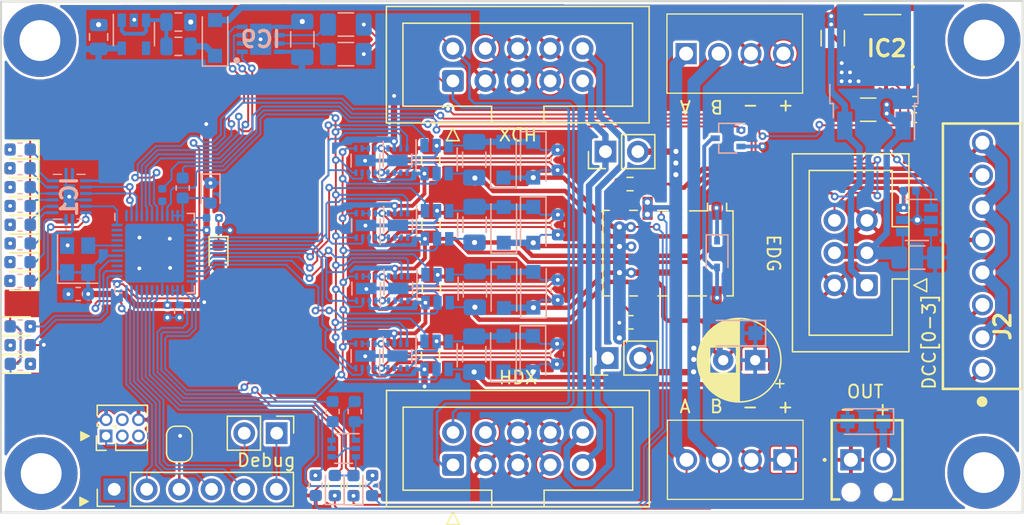
<source format=kicad_pcb>
(kicad_pcb (version 20171130) (host pcbnew "(5.1.12)-1")
  (title_block (title "RTB C13 Module") (date 2023-10-25) (rev 1) (company "Frank Schumacher") (comment 1 "Track Sensor"))
  (layers (0 F.Cu signal) (31 B.Cu signal) (34 B.Paste user hide) (35 F.Paste user hide) (36 B.SilkS user) (37 F.SilkS user) (38 B.Mask user hide) (39 F.Mask user hide) (44 Edge.Cuts user))
  (net 0 "")
  (net 1 GND)
  (net 2 ACC.tx)
  (net 3 ACC.rts)
  (net 4 ACC.rx)
  (net 5 UPDI)
  (net 6 "Net-(J1-Pad3)")
  (net 7 B0)
  (net 8 A0)
  (net 9 "Net-(C27-Pad1)")
  (net 10 +3V3)
  (net 11 "Net-(J1-Pad6)")
  (net 12 "Net-(IC9-Pad7)")
  (net 13 "Net-(IC9-Pad6)")
  (net 14 "Net-(D2-Pad2)")
  (net 15 Vbst)
  (net 16 DCC-b)
  (net 17 DCC-a)
  (net 18 V24.tx)
  (net 19 V24.rx)
  (net 20 V24.rts)
  (net 21 V24.cts)
  (net 22 RCM.tx)
  (net 23 LED.hbt)
  (net 24 LED.msg)
  (net 25 LED.err)
  (net 26 "Net-(D7-Pad2)")
  (net 27 "Net-(D8-Pad2)")
  (net 28 "Net-(D9-Pad2)")
  (net 29 "Net-(D10-Pad2)")
  (net 30 "Net-(D11-Pad2)")
  (net 31 "Net-(D12-Pad2)")
  (net 32 "Net-(D13-Pad2)")
  (net 33 "Net-(D14-Pad2)")
  (net 34 "Net-(D5-Pad1)")
  (net 35 "Net-(D3-Pad1)")
  (net 36 UDCC-a)
  (net 37 UDCC-b)
  (net 38 "Net-(D1-Pad1)")
  (net 39 "Net-(Q5-Pad2)")
  (net 40 "Net-(D30-Pad2)")
  (net 41 REF)
  (net 42 "Net-(Q5-Pad5)")
  (net 43 "Net-(R7-Pad2)")
  (net 44 "Net-(R8-Pad2)")
  (net 45 DCC-b0)
  (net 46 DCC-b1)
  (net 47 DCC-b3)
  (net 48 DCC-b2)
  (net 49 +5V)
  (net 50 "Net-(IC1-Pad1)")
  (net 51 "Net-(IC1-Pad2)")
  (net 52 "Net-(IC1-Pad3)")
  (net 53 "Net-(IC1-Pad4)")
  (net 54 "Net-(IC1-Pad5)")
  (net 55 "Net-(IC1-Pad6)")
  (net 56 "Net-(IC1-Pad7)")
  (net 57 SCK0)
  (net 58 SSO)
  (net 59 MOSI0)
  (net 60 "Net-(IC1-Pad15)")
  (net 61 EXTCLK)
  (net 62 "Net-(D15-Pad2)")
  (net 63 ISENS1)
  (net 64 "Net-(U5-Pad6)")
  (net 65 OCCRES)
  (net 66 OCC1)
  (net 67 "Net-(U6-Pad6)")
  (net 68 "Net-(D16-Pad1)")
  (net 69 ISENS0)
  (net 70 OCC0)
  (net 71 "Net-(U8-Pad6)")
  (net 72 "Net-(U9-Pad6)")
  (net 73 "Net-(D18-Pad1)")
  (net 74 ISENS2)
  (net 75 "Net-(U11-Pad6)")
  (net 76 OCC2)
  (net 77 "Net-(U12-Pad6)")
  (net 78 "Net-(D20-Pad1)")
  (net 79 ISENS3)
  (net 80 "Net-(U14-Pad6)")
  (net 81 OCC3)
  (net 82 "Net-(U15-Pad6)")
  (net 83 DCC-b-F)
  (net 84 DCC-a-F)
  (net 85 "Net-(D22-Pad2)")
  (net 86 "Net-(R24-Pad2)")
  (net 87 "Net-(D23-Pad1)")
  (net 88 EDG.pwr)
  (net 89 EDG.rxtx)
  (net 90 EDG.isens)
  (net 91 "Net-(C.0.0-Pad10)")
  (net 92 "Net-(C.0.0-Pad9)")
  (net 93 "Net-(D25-Pad2)")
  (net 94 RELAIS)
  (net 95 "Net-(IC2-Pad19)")
  (net 96 "Net-(IC2-Pad1)")
  (net 97 EDG.pwr.ena)
  (net 98 "Net-(K1-Pad4)")
  (net 99 "Net-(K1-Pad5)")
  (module RTB:1725711 (layer F.Cu) (at 127.0508 -28.5242 90)
    (fp_text reference J2 (at -5.48184 1.57943 90) (layer F.SilkS) (effects (font (size 1.27 1.27) (thickness 0.254))))
    (fp_text value Conn_02x04 hide)
    (pad 8 thru_hole circle (at 8.89 0 90) (size 1.65 1.65) (drill 1.1) (layers *.Cu *.Mask) (net 84 DCC-a-F))
    (pad 7 thru_hole circle (at 6.35 0 90) (size 1.65 1.65) (drill 1.1) (layers *.Cu *.Mask) (net 47 DCC-b3))
    (pad 6 thru_hole circle (at 3.81 0 90) (size 1.65 1.65) (drill 1.1) (layers *.Cu *.Mask) (net 84 DCC-a-F))
    (pad 5 thru_hole circle (at 1.27 0 90) (size 1.65 1.65) (drill 1.1) (layers *.Cu *.Mask) (net 48 DCC-b2))
    (pad 4 thru_hole circle (at -1.27 0 90) (size 1.65 1.65) (drill 1.1) (layers *.Cu *.Mask) (net 84 DCC-a-F))
    (pad 3 thru_hole circle (at -3.81 0 90) (size 1.65 1.65) (drill 1.1) (layers *.Cu *.Mask) (net 46 DCC-b1))
    (pad 2 thru_hole circle (at -6.35 0 90) (size 1.65 1.65) (drill 1.1) (layers *.Cu *.Mask) (net 84 DCC-a-F))
    (pad 1 thru_hole circle (at -8.89 0 90) (size 1.65 1.65) (drill 1.1) (layers *.Cu *.Mask) (net 45 DCC-b0))
  )
  (module RTB:SON65P300X300X100-9N-D (layer B.Cu) (at 70.5286 -45.5096)
    (fp_text reference IC9 (at 0 0) (layer B.SilkS) (effects (font (size 1.27 1.27) (thickness 0.254)) (justify mirror)))
    (fp_text value THVD1450DRBR hide)
    (pad 9 smd rect (at 0 0) (size 1.65 2.45) (layers B.Cu B.Paste B.Mask) (net 1 GND))
    (pad 8 smd rect (at 1.45 0.975 270) (size 0.35 0.85) (layers B.Cu B.Paste B.Mask) (net 10 +3V3))
    (pad 7 smd rect (at 1.45 0.325 270) (size 0.35 0.85) (layers B.Cu B.Paste B.Mask) (net 12 "Net-(IC9-Pad7)"))
    (pad 6 smd rect (at 1.45 -0.325 270) (size 0.35 0.85) (layers B.Cu B.Paste B.Mask) (net 13 "Net-(IC9-Pad6)"))
    (pad 5 smd rect (at 1.45 -0.975 270) (size 0.35 0.85) (layers B.Cu B.Paste B.Mask) (net 1 GND))
    (pad 4 smd rect (at -1.45 -0.975 270) (size 0.35 0.85) (layers B.Cu B.Paste B.Mask) (net 2 ACC.tx))
    (pad 3 smd rect (at -1.45 -0.325 270) (size 0.35 0.85) (layers B.Cu B.Paste B.Mask) (net 3 ACC.rts))
    (pad 2 smd rect (at -1.45 0.325 270) (size 0.35 0.85) (layers B.Cu B.Paste B.Mask) (net 1 GND))
    (pad 1 smd rect (at -1.45 0.975 270) (size 0.35 0.85) (layers B.Cu B.Paste B.Mask) (net 4 ACC.rx))
  )
  (module RTB:MPM3610AGQVP (layer F.Cu) (at 119.25 -44.95 180)
    (fp_text reference IC2 (at -0.3 -0.15) (layer F.SilkS) (effects (font (size 1.27 1.27) (thickness 0.254))))
    (fp_text value MPM3610AGQV-P hide)
    (pad 20 smd rect (at 1 1.25 180) (size 0.6 1.95) (layers F.Cu F.Paste F.Mask) (net 49 +5V))
    (pad 19 smd rect (at -1 1.25 180) (size 0.6 1.95) (layers F.Cu F.Paste F.Mask) (net 95 "Net-(IC2-Pad19)"))
    (pad 18 smd rect (at -1.25 -2.45 180) (size 0.25 0.7) (layers F.Cu F.Paste F.Mask))
    (pad 17 smd rect (at -0.75 -2.45 180) (size 0.25 0.7) (layers F.Cu F.Paste F.Mask) (net 97 EDG.pwr.ena))
    (pad 16 smd rect (at -0.25 -2.25 180) (size 0.25 1.1) (layers F.Cu F.Paste F.Mask) (net 88 EDG.pwr))
    (pad 15 smd rect (at 0.25 -2.25 180) (size 0.25 1.1) (layers F.Cu F.Paste F.Mask))
    (pad 14 smd rect (at 0.75 -2.45 180) (size 0.25 0.7) (layers F.Cu F.Paste F.Mask) (net 1 GND))
    (pad 13 smd rect (at 1.25 -2.45 180) (size 0.25 0.7) (layers F.Cu F.Paste F.Mask) (net 1 GND))
    (pad 12 smd rect (at 1.45 -1.55 270) (size 0.25 0.7) (layers F.Cu F.Paste F.Mask) (net 1 GND))
    (pad 11 smd rect (at 1.25 -0.9 270) (size 0.25 1.1) (layers F.Cu F.Paste F.Mask))
    (pad 10 smd rect (at 1.25 -0.25 270) (size 0.25 1.1) (layers F.Cu F.Paste F.Mask))
    (pad 9 smd rect (at 1.55 0.4 270) (size 0.25 0.5) (layers F.Cu F.Paste F.Mask) (net 49 +5V))
    (pad 8 smd rect (at 1.55 1.25 270) (size 0.25 0.5) (layers F.Cu F.Paste F.Mask) (net 49 +5V))
    (pad 7 smd rect (at 1.5 2.1 270) (size 0.25 0.5) (layers F.Cu F.Paste F.Mask) (net 49 +5V))
    (pad 6 smd rect (at -1.55 2.1 270) (size 0.25 0.5) (layers F.Cu F.Paste F.Mask) (net 95 "Net-(IC2-Pad19)"))
    (pad 5 smd rect (at -1.55 1.25 270) (size 0.25 0.5) (layers F.Cu F.Paste F.Mask) (net 95 "Net-(IC2-Pad19)"))
    (pad 4 smd rect (at -1.55 0.4 270) (size 0.25 0.5) (layers F.Cu F.Paste F.Mask) (net 95 "Net-(IC2-Pad19)"))
    (pad 3 smd rect (at -1.25 -0.25 270) (size 0.25 1.1) (layers F.Cu F.Paste F.Mask))
    (pad 2 smd rect (at -1.25 -0.9 270) (size 0.25 1.1) (layers F.Cu F.Paste F.Mask))
    (pad 1 smd rect (at -1.4 -1.55 270) (size 0.25 0.8) (layers F.Cu F.Paste F.Mask) (net 96 "Net-(IC2-Pad1)"))
  )
  (module RTB:74HC595BQ115 (layer B.Cu) (at 55.5371 -33.1851 90)
    (fp_text reference IC1 (at 0 0 90) (layer B.SilkS) (effects (font (size 1.27 1.27) (thickness 0.254)) (justify mirror)))
    (fp_text value 74HC595BQ,115 hide)
    (pad 1 smd rect (at -1.8 -0.25) (size 0.24 0.9) (layers B.Cu B.Paste B.Mask) (net 50 "Net-(IC1-Pad1)"))
    (pad 2 smd rect (at -1.25 -1.3 90) (size 0.24 0.9) (layers B.Cu B.Paste B.Mask) (net 51 "Net-(IC1-Pad2)"))
    (pad 3 smd rect (at -0.75 -1.3 90) (size 0.24 0.9) (layers B.Cu B.Paste B.Mask) (net 52 "Net-(IC1-Pad3)"))
    (pad 4 smd rect (at -0.25 -1.3 90) (size 0.24 0.9) (layers B.Cu B.Paste B.Mask) (net 53 "Net-(IC1-Pad4)"))
    (pad 5 smd rect (at 0.25 -1.3 90) (size 0.24 0.9) (layers B.Cu B.Paste B.Mask) (net 54 "Net-(IC1-Pad5)"))
    (pad 6 smd rect (at 0.75 -1.3 90) (size 0.24 0.9) (layers B.Cu B.Paste B.Mask) (net 55 "Net-(IC1-Pad6)"))
    (pad 7 smd rect (at 1.25 -1.3 90) (size 0.24 0.9) (layers B.Cu B.Paste B.Mask) (net 56 "Net-(IC1-Pad7)"))
    (pad 8 smd rect (at 1.8 -0.25) (size 0.24 0.9) (layers B.Cu B.Paste B.Mask) (net 1 GND))
    (pad 9 smd rect (at 1.8 0.25) (size 0.24 0.9) (layers B.Cu B.Paste B.Mask))
    (pad 10 smd rect (at 1.25 1.3 90) (size 0.24 0.9) (layers B.Cu B.Paste B.Mask) (net 10 +3V3))
    (pad 11 smd rect (at 0.75 1.3 90) (size 0.24 0.9) (layers B.Cu B.Paste B.Mask) (net 57 SCK0))
    (pad 12 smd rect (at 0.25 1.3 90) (size 0.24 0.9) (layers B.Cu B.Paste B.Mask) (net 58 SSO))
    (pad 13 smd rect (at -0.25 1.3 90) (size 0.24 0.9) (layers B.Cu B.Paste B.Mask) (net 1 GND))
    (pad 14 smd rect (at -0.75 1.3 90) (size 0.24 0.9) (layers B.Cu B.Paste B.Mask) (net 59 MOSI0))
    (pad 15 smd rect (at -1.25 1.3 90) (size 0.24 0.9) (layers B.Cu B.Paste B.Mask) (net 60 "Net-(IC1-Pad15)"))
    (pad 16 smd rect (at -1.8 0.25) (size 0.24 0.9) (layers B.Cu B.Paste B.Mask) (net 10 +3V3))
    (pad 17 smd rect (at 0 0) (size 0.9 1.9) (layers B.Cu B.Paste B.Mask) (net 1 GND))
  )
  (module Resistor_SMD:R_0603_1608Metric (layer F.Cu) (at 99.45 -34.175)
    (fp_text reference R32)
    (fp_text value 2.2k)
    (pad 2 smd roundrect (at 0.825 0) (size 0.8 0.95) (layers F.Cu F.Paste F.Mask) (net 84 DCC-a-F))
    (pad 1 smd roundrect (at -0.825 0) (size 0.8 0.95) (layers F.Cu F.Paste F.Mask) (net 98 "Net-(K1-Pad4)"))
  )
  (module Resistor_SMD:R_0603_1608Metric (layer F.Cu) (at 99.45 -23.35 180)
    (fp_text reference R31 hide)
    (fp_text value 2.2k)
    (pad 2 smd roundrect (at 0.825 0 180) (size 0.8 0.95) (layers F.Cu F.Paste F.Mask) (net 83 DCC-b-F))
    (pad 1 smd roundrect (at -0.825 0 180) (size 0.8 0.95) (layers F.Cu F.Paste F.Mask) (net 99 "Net-(K1-Pad5)"))
  )
  (module Package_TO_SOT_SMD:TO-252-2 (layer B.Cu) (at 118.55 -42.95 90)
    (fp_text reference U4 hide)
    (fp_text value KA78M05_TO252)
    (pad 2 smd rect (at 2.1 0 90) (size 6.4 5.8) (layers B.Cu B.Mask) (net 1 GND))
    (pad 3 smd rect (at -4.2 -2.28 90) (size 2.2 1.2) (layers B.Cu B.Paste B.Mask) (net 49 +5V))
    (pad 1 smd rect (at -4.2 2.28 90) (size 2.2 1.2) (layers B.Cu B.Paste B.Mask) (net 88 EDG.pwr))
  )
  (module Resistor_SMD:R_0402_1005Metric (layer F.Cu) (at 121.725 -39.375 180)
    (fp_text reference R30 hide)
    (fp_text value 30.1k)
    (pad 2 smd roundrect (at 0.51 0 180) (size 0.54 0.64) (layers F.Cu F.Paste F.Mask) (net 96 "Net-(IC2-Pad1)"))
    (pad 1 smd roundrect (at -0.51 0 180) (size 0.54 0.64) (layers F.Cu F.Paste F.Mask) (net 1 GND))
  )
  (module Resistor_SMD:R_0402_1005Metric (layer F.Cu) (at 121.75 -40.65)
    (fp_text reference R29 hide)
    (fp_text value 160k)
    (pad 2 smd roundrect (at 0.51 0) (size 0.54 0.64) (layers F.Cu F.Paste F.Mask) (net 49 +5V))
    (pad 1 smd roundrect (at -0.51 0) (size 0.54 0.64) (layers F.Cu F.Paste F.Mask) (net 96 "Net-(IC2-Pad1)"))
  )
  (module Capacitor_SMD:C_1206_3216Metric (layer F.Cu) (at 115.325 -45.6 270)
    (fp_text reference C7 hide)
    (fp_text value 22u/25V)
    (pad 2 smd roundrect (at 1.4 0 270) (size 1.25 1.75) (layers F.Cu F.Paste F.Mask) (roundrect_rratio 0.2) (net 1 GND))
    (pad 1 smd roundrect (at -1.4 0 270) (size 1.25 1.75) (layers F.Cu F.Paste F.Mask) (roundrect_rratio 0.2) (net 49 +5V))
  )
  (module Capacitor_SMD:C_1206_3216Metric (layer F.Cu) (at 118.1 -40 180)
    (fp_text reference C8 hide)
    (fp_text value 10u/25V)
    (pad 2 smd roundrect (at 1.4 0 180) (size 1.25 1.75) (layers F.Cu F.Paste F.Mask) (roundrect_rratio 0.2) (net 1 GND))
    (pad 1 smd roundrect (at -1.4 0 180) (size 1.25 1.75) (layers F.Cu F.Paste F.Mask) (roundrect_rratio 0.2) (net 88 EDG.pwr))
  )
  (module Resistor_SMD:R_0402_1005Metric (layer B.Cu) (at 64.16802 -24.2062 270)
    (fp_text reference R26 hide)
    (fp_text value 1k)
    (pad 2 smd roundrect (at 0.51 0 270) (size 0.54 0.64) (layers B.Cu B.Paste B.Mask) (net 1 GND))
    (pad 1 smd roundrect (at -0.51 0 270) (size 0.54 0.64) (layers B.Cu B.Paste B.Mask) (net 41 REF))
  )
  (module Diode_SMD:D_0603_1608Metric (layer B.Cu) (at 66.60896 -33.47212 270)
    (fp_text reference D25 hide)
    (fp_text value D_Schottky)
    (pad 2 smd roundrect (at 0.7875 0 270) (size 0.875 0.95) (layers B.Cu B.Paste B.Mask) (net 93 "Net-(D25-Pad2)"))
    (pad 1 smd roundrect (at -0.7875 0 270) (size 0.875 0.95) (layers B.Cu B.Paste B.Mask) (net 10 +3V3))
  )
  (module Connector_IDC:IDC-Header_2x05_P2.54mm_Vertical (layer F.Cu) (at 85.57768 -42.2529 90)
    (fp_text reference C.0.1 hide)
    (fp_text value Conn_01x10)
    (pad 10 thru_hole circle (at 2.54 10.16 90) (size 1.7 1.7) (drill 1) (layers *.Cu *.Mask) (net 91 "Net-(C.0.0-Pad10)"))
    (pad 8 thru_hole circle (at 2.54 7.62 90) (size 1.7 1.7) (drill 1) (layers *.Cu *.Mask) (net 1 GND))
    (pad 6 thru_hole circle (at 2.54 5.08 90) (size 1.7 1.7) (drill 1) (layers *.Cu *.Mask) (net 1 GND))
    (pad 4 thru_hole circle (at 2.54 2.54 90) (size 1.7 1.7) (drill 1) (layers *.Cu *.Mask) (net 15 Vbst))
    (pad 2 thru_hole circle (at 2.54 0 90) (size 1.7 1.7) (drill 1) (layers *.Cu *.Mask) (net 8 A0))
    (pad 9 thru_hole circle (at 0 10.16 90) (size 1.7 1.7) (drill 1) (layers *.Cu *.Mask) (net 92 "Net-(C.0.0-Pad9)"))
    (pad 7 thru_hole circle (at 0 7.62 90) (size 1.7 1.7) (drill 1) (layers *.Cu *.Mask) (net 15 Vbst))
    (pad 5 thru_hole circle (at 0 5.08 90) (size 1.7 1.7) (drill 1) (layers *.Cu *.Mask) (net 1 GND))
    (pad 3 thru_hole circle (at 0 2.54 90) (size 1.7 1.7) (drill 1) (layers *.Cu *.Mask) (net 1 GND))
    (pad 1 thru_hole roundrect (at 0 0 90) (size 1.7 1.7) (drill 1) (layers *.Cu *.Mask) (roundrect_rratio 0.1470588235294118) (net 7 B0))
  )
  (module Connector_IDC:IDC-Header_2x05_P2.54mm_Vertical (layer F.Cu) (at 85.59038 -12.18438 90)
    (fp_text reference C.0.0 hide)
    (fp_text value Conn_01x10)
    (pad 10 thru_hole circle (at 2.54 10.16 90) (size 1.7 1.7) (drill 1) (layers *.Cu *.Mask) (net 91 "Net-(C.0.0-Pad10)"))
    (pad 8 thru_hole circle (at 2.54 7.62 90) (size 1.7 1.7) (drill 1) (layers *.Cu *.Mask) (net 1 GND))
    (pad 6 thru_hole circle (at 2.54 5.08 90) (size 1.7 1.7) (drill 1) (layers *.Cu *.Mask) (net 1 GND))
    (pad 4 thru_hole circle (at 2.54 2.54 90) (size 1.7 1.7) (drill 1) (layers *.Cu *.Mask) (net 15 Vbst))
    (pad 2 thru_hole circle (at 2.54 0 90) (size 1.7 1.7) (drill 1) (layers *.Cu *.Mask) (net 8 A0))
    (pad 9 thru_hole circle (at 0 10.16 90) (size 1.7 1.7) (drill 1) (layers *.Cu *.Mask) (net 92 "Net-(C.0.0-Pad9)"))
    (pad 7 thru_hole circle (at 0 7.62 90) (size 1.7 1.7) (drill 1) (layers *.Cu *.Mask) (net 15 Vbst))
    (pad 5 thru_hole circle (at 0 5.08 90) (size 1.7 1.7) (drill 1) (layers *.Cu *.Mask) (net 1 GND))
    (pad 3 thru_hole circle (at 0 2.54 90) (size 1.7 1.7) (drill 1) (layers *.Cu *.Mask) (net 1 GND))
    (pad 1 thru_hole roundrect (at 0 0 90) (size 1.7 1.7) (drill 1) (layers *.Cu *.Mask) (roundrect_rratio 0.1470588235294118) (net 7 B0))
  )
  (module Diode_SMD:D_SOD-123F (layer B.Cu) (at 117.88648 -15.58036 180)
    (fp_text reference D23 hide)
    (fp_text value D_Schottky_Small)
    (pad 2 smd rect (at 1.4 0 180) (size 1.1 1.1) (layers B.Cu B.Paste B.Mask) (net 15 Vbst))
    (pad 1 smd rect (at -1.4 0 180) (size 1.1 1.1) (layers B.Cu B.Paste B.Mask) (net 87 "Net-(D23-Pad1)"))
  )
  (module Diode_SMD:D_SOD-123F (layer B.Cu) (at 107.86618 -22.49932 180)
    (fp_text reference D24 hide)
    (fp_text value D_Schottky_Small)
    (pad 2 smd rect (at 1.4 0 180) (size 1.1 1.1) (layers B.Cu B.Paste B.Mask) (net 1 GND))
    (pad 1 smd rect (at -1.4 0 180) (size 1.1 1.1) (layers B.Cu B.Paste B.Mask) (net 15 Vbst))
  )
  (module Resistor_SMD:R_1206_3216Metric (layer B.Cu) (at 121.93778 -28.42006)
    (fp_text reference R25 hide)
    (fp_text value 0.01)
    (pad 2 smd roundrect (at 1.4 0) (size 1.25 1.75) (layers B.Cu B.Paste B.Mask) (roundrect_rratio 0.2) (net 15 Vbst))
    (pad 1 smd roundrect (at -1.4 0) (size 1.25 1.75) (layers B.Cu B.Paste B.Mask) (roundrect_rratio 0.2) (net 88 EDG.pwr))
  )
  (module Capacitor_SMD:C_0402_1005Metric (layer B.Cu) (at 121.3485 -33.64738)
    (fp_text reference C10 hide)
    (fp_text value 1u/6V)
    (pad 2 smd roundrect (at 0.485 0) (size 0.59 0.64) (layers B.Cu B.Paste B.Mask) (net 1 GND))
    (pad 1 smd roundrect (at -0.485 0) (size 0.59 0.64) (layers B.Cu B.Paste B.Mask) (net 10 +3V3))
  )
  (module Package_TO_SOT_SMD:SOT-23-6 (layer B.Cu) (at 121.91492 -31.36392 180)
    (fp_text reference U16 hide)
    (fp_text value INA181-A4)
    (pad 5 smd rect (at 1.1 0 180) (size 1.06 0.65) (layers B.Cu B.Paste B.Mask) (net 1 GND))
    (pad 6 smd rect (at 1.1 0.95 180) (size 1.06 0.65) (layers B.Cu B.Paste B.Mask) (net 10 +3V3))
    (pad 4 smd rect (at 1.1 -0.95 180) (size 1.06 0.65) (layers B.Cu B.Paste B.Mask) (net 88 EDG.pwr))
    (pad 3 smd rect (at -1.1 -0.95 180) (size 1.06 0.65) (layers B.Cu B.Paste B.Mask) (net 15 Vbst))
    (pad 2 smd rect (at -1.1 0 180) (size 1.06 0.65) (layers B.Cu B.Paste B.Mask) (net 1 GND))
    (pad 1 smd rect (at -1.1 0.95 180) (size 1.06 0.65) (layers B.Cu B.Paste B.Mask) (net 90 EDG.isens))
  )
  (module _Samac:1725672 (layer F.Cu) (at 111.49838 -12.58316 180)
    (fp_text reference J6 hide)
    (fp_text value Screw_Terminal_01x04 hide)
    (pad 4 thru_hole circle (at 7.62 0 180) (size 1.65 1.65) (drill 1.1) (layers *.Cu *.Mask) (net 17 DCC-a))
    (pad 3 thru_hole circle (at 5.08 0 180) (size 1.65 1.65) (drill 1.1) (layers *.Cu *.Mask) (net 16 DCC-b))
    (pad 2 thru_hole circle (at 2.54 0 180) (size 1.65 1.65) (drill 1.1) (layers *.Cu *.Mask) (net 1 GND))
    (pad 1 thru_hole rect (at 0 0 180) (size 1.65 1.65) (drill 1.1) (layers *.Cu *.Mask) (net 15 Vbst))
  )
  (module _Samac:1725672 (layer F.Cu) (at 103.84282 -44.39158)
    (fp_text reference J4 hide)
    (fp_text value Screw_Terminal_01x04 hide)
    (pad 4 thru_hole circle (at 7.62 0) (size 1.65 1.65) (drill 1.1) (layers *.Cu *.Mask) (net 15 Vbst))
    (pad 3 thru_hole circle (at 5.08 0) (size 1.65 1.65) (drill 1.1) (layers *.Cu *.Mask) (net 1 GND))
    (pad 2 thru_hole circle (at 2.54 0) (size 1.65 1.65) (drill 1.1) (layers *.Cu *.Mask) (net 16 DCC-b))
    (pad 1 thru_hole rect (at 0 0) (size 1.65 1.65) (drill 1.1) (layers *.Cu *.Mask) (net 17 DCC-a))
  )
  (module _Samac:1725656 (layer F.Cu) (at 116.74348 -12.58062)
    (fp_text reference J7 hide)
    (fp_text value Screw_Terminal_01x02 hide)
    (pad MH2 np_thru_hole circle (at 2.54 2.54) (size 1.1 0) (drill 1.1) (layers *.Cu *.Mask))
    (pad MH1 np_thru_hole circle (at 0 2.54) (size 1.1 0) (drill 1.1) (layers *.Cu *.Mask))
    (pad 2 thru_hole circle (at 2.54 0) (size 1.65 1.65) (drill 1.1) (layers *.Cu *.Mask) (net 87 "Net-(D23-Pad1)"))
    (pad 1 thru_hole rect (at 0 0) (size 1.65 1.65) (drill 1.1) (layers *.Cu *.Mask) (net 1 GND))
  )
  (module Capacitor_THT:CP_Radial_D6.3mm_P2.50mm (layer F.Cu) (at 109.24794 -20.3835 180)
    (fp_text reference C5 hide)
    (fp_text value 100u/25V)
    (pad 2 thru_hole circle (at 2.5 0 180) (size 1.6 1.6) (drill 0.8) (layers *.Cu *.Mask) (net 1 GND))
    (pad 1 thru_hole rect (at 0 0 180) (size 1.6 1.6) (drill 0.8) (layers *.Cu *.Mask) (net 15 Vbst))
  )
  (module Capacitor_SMD:C_0805_2012Metric (layer F.Cu) (at 83.82508 -20.75942 90)
    (fp_text reference C4 hide)
    (fp_text value 1u)
    (pad 2 smd roundrect (at 0.9375 0 90) (size 0.975 1.4) (layers F.Cu F.Paste F.Mask) (net 1 GND))
    (pad 1 smd roundrect (at -0.9375 0 90) (size 0.975 1.4) (layers F.Cu F.Paste F.Mask) (net 10 +3V3))
  )
  (module Capacitor_SMD:C_0805_2012Metric (layer F.Cu) (at 83.8962 -25.98928 90)
    (fp_text reference C3 hide)
    (fp_text value 1u)
    (pad 2 smd roundrect (at 0.9375 0 90) (size 0.975 1.4) (layers F.Cu F.Paste F.Mask) (net 1 GND))
    (pad 1 smd roundrect (at -0.9375 0 90) (size 0.975 1.4) (layers F.Cu F.Paste F.Mask) (net 10 +3V3))
  )
  (module Capacitor_SMD:C_0805_2012Metric (layer F.Cu) (at 83.86572 -30.98292 90)
    (fp_text reference C2 hide)
    (fp_text value 1u)
    (pad 2 smd roundrect (at 0.9375 0 90) (size 0.975 1.4) (layers F.Cu F.Paste F.Mask) (net 1 GND))
    (pad 1 smd roundrect (at -0.9375 0 90) (size 0.975 1.4) (layers F.Cu F.Paste F.Mask) (net 10 +3V3))
  )
  (module Capacitor_SMD:C_0805_2012Metric (layer F.Cu) (at 83.84286 -36.04792 90)
    (fp_text reference C1 hide)
    (fp_text value 1u)
    (pad 2 smd roundrect (at 0.9375 0 90) (size 0.975 1.4) (layers F.Cu F.Paste F.Mask) (net 1 GND))
    (pad 1 smd roundrect (at -0.9375 0 90) (size 0.975 1.4) (layers F.Cu F.Paste F.Mask) (net 10 +3V3))
  )
  (module Resistor_SMD:R_0603_1608Metric (layer B.Cu) (at 64.41948 -33.86582 270)
    (fp_text reference R20 hide)
    (fp_text value 160)
    (pad 2 smd roundrect (at 0.7875 0 270) (size 0.875 0.95) (layers B.Cu B.Paste B.Mask) (net 93 "Net-(D25-Pad2)"))
    (pad 1 smd roundrect (at -0.7875 0 270) (size 0.875 0.95) (layers B.Cu B.Paste B.Mask) (net 89 EDG.rxtx))
  )
  (module Resistor_SMD:R_0402_1005Metric (layer B.Cu) (at 62.82182 -33.32226 270)
    (fp_text reference R24 hide)
    (fp_text value 1k)
    (pad 2 smd roundrect (at 0.485 0 270) (size 0.59 0.64) (layers B.Cu B.Paste B.Mask) (net 86 "Net-(R24-Pad2)"))
    (pad 1 smd roundrect (at -0.485 0 270) (size 0.59 0.64) (layers B.Cu B.Paste B.Mask) (net 94 RELAIS))
  )
  (module Package_TO_SOT_SMD:SOT-323_SC-70 (layer B.Cu) (at 107.12704 -37.76472 180)
    (fp_text reference Q1 hide)
    (fp_text value BC848W)
    (pad 3 smd rect (at 1 0 270) (size 0.45 0.7) (layers B.Cu B.Paste B.Mask) (net 85 "Net-(D22-Pad2)"))
    (pad 2 smd rect (at -1 -0.65 270) (size 0.45 0.7) (layers B.Cu B.Paste B.Mask) (net 1 GND))
    (pad 1 smd rect (at -1 0.65 270) (size 0.45 0.7) (layers B.Cu B.Paste B.Mask) (net 94 RELAIS))
  )
  (module Diode_SMD:D_SOD-323 (layer B.Cu) (at 106.26598 -28.69692 270)
    (fp_text reference D22 hide)
    (fp_text value D_Small)
    (pad 2 smd rect (at 1.05 0 270) (size 0.6 0.45) (layers B.Cu B.Paste B.Mask) (net 85 "Net-(D22-Pad2)"))
    (pad 1 smd rect (at -1.05 0 270) (size 0.6 0.45) (layers B.Cu B.Paste B.Mask) (net 49 +5V))
  )
  (module Relay_SMD:Relay_DPDT_Omron_G6K-2F-Y (layer F.Cu) (at 102.4255 -28.77566 270)
    (fp_text reference K1 hide)
    (fp_text value G6K-2)
    (pad 1 smd rect (at -3.5 -3.8 270) (size 1.8 0.8) (layers F.Cu F.Paste F.Mask) (net 49 +5V))
    (pad 2 smd rect (at -3.5 -0.6 270) (size 1.8 0.8) (layers F.Cu F.Paste F.Mask) (net 84 DCC-a-F))
    (pad 3 smd rect (at -3.5 1.6 270) (size 1.8 0.8) (layers F.Cu F.Paste F.Mask) (net 17 DCC-a))
    (pad 4 smd rect (at -3.5 3.8 270) (size 1.8 0.8) (layers F.Cu F.Paste F.Mask) (net 98 "Net-(K1-Pad4)"))
    (pad 5 smd rect (at 3.5 3.8 270) (size 1.8 0.8) (layers F.Cu F.Paste F.Mask) (net 99 "Net-(K1-Pad5)"))
    (pad 6 smd rect (at 3.5 1.6 270) (size 1.8 0.8) (layers F.Cu F.Paste F.Mask) (net 16 DCC-b))
    (pad 7 smd rect (at 3.5 -0.6 270) (size 1.8 0.8) (layers F.Cu F.Paste F.Mask) (net 83 DCC-b-F))
    (pad 8 smd rect (at 3.5 -3.8 270) (size 1.8 0.8) (layers F.Cu F.Paste F.Mask) (net 85 "Net-(D22-Pad2)"))
  )
  (module Resistor_SMD:R_0402_1005Metric (layer B.Cu) (at 66.7766 -31.5214)
    (fp_text reference R4 hide)
    (fp_text value 47k)
    (pad 2 smd roundrect (at 0.485 0) (size 0.59 0.64) (layers B.Cu B.Paste B.Mask) (net 35 "Net-(D3-Pad1)"))
    (pad 1 smd roundrect (at -0.485 0) (size 0.59 0.64) (layers B.Cu B.Paste B.Mask) (net 23 LED.hbt))
  )
  (module Connector_PinHeader_2.54mm:PinHeader_1x02_P2.54mm_Vertical (layer F.Cu) (at 97.7011 -20.5486 90)
    (fp_text reference JP4 hide)
    (fp_text value Jumper_2_Open)
    (pad 2 thru_hole oval (at 0 2.54 90) (size 1.7 1.7) (drill 1) (layers *.Cu *.Mask) (net 16 DCC-b))
    (pad 1 thru_hole rect (at 0 0 90) (size 1.7 1.7) (drill 1) (layers *.Cu *.Mask) (net 91 "Net-(C.0.0-Pad10)"))
  )
  (module Package_SON:WSON-8-1EP_2x2mm_P0.5mm_EP0.9x1.6mm (layer B.Cu) (at 81.2419 -36.0172 270)
    (fp_text reference U15 hide)
    (fp_text value INA381)
    (pad 6 smd rect (at 0.95 -0.25 270) (size 0.5 0.25) (layers B.Cu B.Paste B.Mask) (net 82 "Net-(U15-Pad6)"))
    (pad 5 smd rect (at 0.95 -0.75 270) (size 0.5 0.25) (layers B.Cu B.Paste B.Mask) (net 41 REF))
    (pad 4 smd rect (at -0.95 -0.75 270) (size 0.5 0.25) (layers B.Cu B.Paste B.Mask) (net 65 OCCRES))
    (pad 2 smd rect (at -0.95 0.25 270) (size 0.5 0.25) (layers B.Cu B.Paste B.Mask) (net 10 +3V3))
    (pad 1 smd rect (at -0.95 0.75 270) (size 0.5 0.25) (layers B.Cu B.Paste B.Mask) (net 78 "Net-(D20-Pad1)"))
    (pad 9 smd rect (at 0 0 270) (size 0.9 1.6) (layers B.Cu B.Mask) (net 1 GND))
    (pad 8 smd rect (at 0.95 0.75 270) (size 0.5 0.25) (layers B.Cu B.Paste B.Mask) (net 83 DCC-b-F))
    (pad 7 smd rect (at 0.95 0.25 270) (size 0.5 0.25) (layers B.Cu B.Paste B.Mask) (net 82 "Net-(U15-Pad6)"))
    (pad 3 smd rect (at -0.95 -0.25 270) (size 0.5 0.25) (layers B.Cu B.Paste B.Mask) (net 81 OCC3))
  )
  (module Package_SON:WSON-8-1EP_2x2mm_P0.5mm_EP0.9x1.6mm (layer B.Cu) (at 78.7273 -36.0172 90)
    (fp_text reference U14 hide)
    (fp_text value INA381)
    (pad 6 smd rect (at 0.95 -0.25 90) (size 0.5 0.25) (layers B.Cu B.Paste B.Mask) (net 80 "Net-(U14-Pad6)"))
    (pad 5 smd rect (at 0.95 -0.75 90) (size 0.5 0.25) (layers B.Cu B.Paste B.Mask) (net 41 REF))
    (pad 4 smd rect (at -0.95 -0.75 90) (size 0.5 0.25) (layers B.Cu B.Paste B.Mask) (net 65 OCCRES))
    (pad 2 smd rect (at -0.95 0.25 90) (size 0.5 0.25) (layers B.Cu B.Paste B.Mask) (net 10 +3V3))
    (pad 1 smd rect (at -0.95 0.75 90) (size 0.5 0.25) (layers B.Cu B.Paste B.Mask) (net 83 DCC-b-F))
    (pad 9 smd rect (at 0 0 90) (size 0.9 1.6) (layers B.Cu B.Mask) (net 1 GND))
    (pad 8 smd rect (at 0.95 0.75 90) (size 0.5 0.25) (layers B.Cu B.Paste B.Mask) (net 78 "Net-(D20-Pad1)"))
    (pad 7 smd rect (at 0.95 0.25 90) (size 0.5 0.25) (layers B.Cu B.Paste B.Mask) (net 80 "Net-(U14-Pad6)"))
    (pad 3 smd rect (at -0.95 -0.25 90) (size 0.5 0.25) (layers B.Cu B.Paste B.Mask) (net 81 OCC3))
  )
  (module Package_TO_SOT_SMD:SOT-23-6 (layer B.Cu) (at 84.3026 -36.0934 270)
    (fp_text reference U13 hide)
    (fp_text value INA181-A1)
    (pad 5 smd rect (at 1.1 0 270) (size 1.06 0.65) (layers B.Cu B.Paste B.Mask) (net 41 REF))
    (pad 6 smd rect (at 1.1 0.95 270) (size 1.06 0.65) (layers B.Cu B.Paste B.Mask) (net 10 +3V3))
    (pad 4 smd rect (at 1.1 -0.95 270) (size 1.06 0.65) (layers B.Cu B.Paste B.Mask) (net 47 DCC-b3))
    (pad 3 smd rect (at -1.1 -0.95 270) (size 1.06 0.65) (layers B.Cu B.Paste B.Mask) (net 78 "Net-(D20-Pad1)"))
    (pad 2 smd rect (at -1.1 0 270) (size 1.06 0.65) (layers B.Cu B.Paste B.Mask) (net 1 GND))
    (pad 1 smd rect (at -1.1 0.95 270) (size 1.06 0.65) (layers B.Cu B.Paste B.Mask) (net 79 ISENS3))
  )
  (module Resistor_SMD:R_0603_1608Metric (layer B.Cu) (at 93.7768 -36.0554 90)
    (fp_text reference R23 hide)
    (fp_text value 22)
    (pad 2 smd roundrect (at 0.7875 0 90) (size 0.875 0.95) (layers B.Cu B.Paste B.Mask) (net 78 "Net-(D20-Pad1)"))
    (pad 1 smd roundrect (at -0.7875 0 90) (size 0.875 0.95) (layers B.Cu B.Paste B.Mask) (net 83 DCC-b-F))
  )
  (module Resistor_SMD:R_1206_3216Metric (layer B.Cu) (at 87.249 -36.0807 270)
    (fp_text reference R22 hide)
    (fp_text value .1)
    (pad 2 smd roundrect (at 1.4 0 270) (size 1.25 1.75) (layers B.Cu B.Paste B.Mask) (roundrect_rratio 0.2) (net 47 DCC-b3))
    (pad 1 smd roundrect (at -1.4 0 270) (size 1.25 1.75) (layers B.Cu B.Paste B.Mask) (roundrect_rratio 0.2) (net 78 "Net-(D20-Pad1)"))
  )
  (module Diode_SMD:D_SOD-123F (layer B.Cu) (at 89.535 -36.0807 90)
    (fp_text reference D21 hide)
    (fp_text value SS34FA)
    (pad 2 smd rect (at 1.4 0 90) (size 1.1 1.1) (layers B.Cu B.Paste B.Mask) (net 78 "Net-(D20-Pad1)"))
    (pad 1 smd rect (at -1.4 0 90) (size 1.1 1.1) (layers B.Cu B.Paste B.Mask) (net 83 DCC-b-F))
  )
  (module Diode_SMD:D_SOD-123F (layer B.Cu) (at 91.8718 -36.0807 270)
    (fp_text reference D20 hide)
    (fp_text value SS34FA)
    (pad 2 smd rect (at 1.4 0 270) (size 1.1 1.1) (layers B.Cu B.Paste B.Mask) (net 83 DCC-b-F))
    (pad 1 smd rect (at -1.4 0 270) (size 1.1 1.1) (layers B.Cu B.Paste B.Mask) (net 78 "Net-(D20-Pad1)"))
  )
  (module Package_SON:WSON-8-1EP_2x2mm_P0.5mm_EP0.9x1.6mm (layer B.Cu) (at 81.28 -30.9372 270)
    (fp_text reference U12 hide)
    (fp_text value INA381)
    (pad 6 smd rect (at 0.95 -0.25 270) (size 0.5 0.25) (layers B.Cu B.Paste B.Mask) (net 77 "Net-(U12-Pad6)"))
    (pad 5 smd rect (at 0.95 -0.75 270) (size 0.5 0.25) (layers B.Cu B.Paste B.Mask) (net 41 REF))
    (pad 4 smd rect (at -0.95 -0.75 270) (size 0.5 0.25) (layers B.Cu B.Paste B.Mask) (net 65 OCCRES))
    (pad 2 smd rect (at -0.95 0.25 270) (size 0.5 0.25) (layers B.Cu B.Paste B.Mask) (net 10 +3V3))
    (pad 1 smd rect (at -0.95 0.75 270) (size 0.5 0.25) (layers B.Cu B.Paste B.Mask) (net 73 "Net-(D18-Pad1)"))
    (pad 9 smd rect (at 0 0 270) (size 0.9 1.6) (layers B.Cu B.Mask) (net 1 GND))
    (pad 8 smd rect (at 0.95 0.75 270) (size 0.5 0.25) (layers B.Cu B.Paste B.Mask) (net 83 DCC-b-F))
    (pad 7 smd rect (at 0.95 0.25 270) (size 0.5 0.25) (layers B.Cu B.Paste B.Mask) (net 77 "Net-(U12-Pad6)"))
    (pad 3 smd rect (at -0.95 -0.25 270) (size 0.5 0.25) (layers B.Cu B.Paste B.Mask) (net 76 OCC2))
  )
  (module Package_SON:WSON-8-1EP_2x2mm_P0.5mm_EP0.9x1.6mm (layer B.Cu) (at 78.7654 -30.9372 90)
    (fp_text reference U11 hide)
    (fp_text value INA381)
    (pad 6 smd rect (at 0.95 -0.25 90) (size 0.5 0.25) (layers B.Cu B.Paste B.Mask) (net 75 "Net-(U11-Pad6)"))
    (pad 5 smd rect (at 0.95 -0.75 90) (size 0.5 0.25) (layers B.Cu B.Paste B.Mask) (net 41 REF))
    (pad 4 smd rect (at -0.95 -0.75 90) (size 0.5 0.25) (layers B.Cu B.Paste B.Mask) (net 65 OCCRES))
    (pad 2 smd rect (at -0.95 0.25 90) (size 0.5 0.25) (layers B.Cu B.Paste B.Mask) (net 10 +3V3))
    (pad 1 smd rect (at -0.95 0.75 90) (size 0.5 0.25) (layers B.Cu B.Paste B.Mask) (net 83 DCC-b-F))
    (pad 9 smd rect (at 0 0 90) (size 0.9 1.6) (layers B.Cu B.Mask) (net 1 GND))
    (pad 8 smd rect (at 0.95 0.75 90) (size 0.5 0.25) (layers B.Cu B.Paste B.Mask) (net 73 "Net-(D18-Pad1)"))
    (pad 7 smd rect (at 0.95 0.25 90) (size 0.5 0.25) (layers B.Cu B.Paste B.Mask) (net 75 "Net-(U11-Pad6)"))
    (pad 3 smd rect (at -0.95 -0.25 90) (size 0.5 0.25) (layers B.Cu B.Paste B.Mask) (net 76 OCC2))
  )
  (module Package_TO_SOT_SMD:SOT-23-6 (layer B.Cu) (at 84.3407 -30.988 270)
    (fp_text reference U10 hide)
    (fp_text value INA181-A1)
    (pad 5 smd rect (at 1.1 0 270) (size 1.06 0.65) (layers B.Cu B.Paste B.Mask) (net 41 REF))
    (pad 6 smd rect (at 1.1 0.95 270) (size 1.06 0.65) (layers B.Cu B.Paste B.Mask) (net 10 +3V3))
    (pad 4 smd rect (at 1.1 -0.95 270) (size 1.06 0.65) (layers B.Cu B.Paste B.Mask) (net 48 DCC-b2))
    (pad 3 smd rect (at -1.1 -0.95 270) (size 1.06 0.65) (layers B.Cu B.Paste B.Mask) (net 73 "Net-(D18-Pad1)"))
    (pad 2 smd rect (at -1.1 0 270) (size 1.06 0.65) (layers B.Cu B.Paste B.Mask) (net 1 GND))
    (pad 1 smd rect (at -1.1 0.95 270) (size 1.06 0.65) (layers B.Cu B.Paste B.Mask) (net 74 ISENS2))
  )
  (module Resistor_SMD:R_0603_1608Metric (layer B.Cu) (at 93.8022 -30.988 90)
    (fp_text reference R21 hide)
    (fp_text value 22)
    (pad 2 smd roundrect (at 0.7875 0 90) (size 0.875 0.95) (layers B.Cu B.Paste B.Mask) (net 73 "Net-(D18-Pad1)"))
    (pad 1 smd roundrect (at -0.7875 0 90) (size 0.875 0.95) (layers B.Cu B.Paste B.Mask) (net 83 DCC-b-F))
  )
  (module Resistor_SMD:R_1206_3216Metric (layer B.Cu) (at 87.2744 -31.0007 270)
    (fp_text reference R19 hide)
    (fp_text value .1)
    (pad 2 smd roundrect (at 1.4 0 270) (size 1.25 1.75) (layers B.Cu B.Paste B.Mask) (roundrect_rratio 0.2) (net 48 DCC-b2))
    (pad 1 smd roundrect (at -1.4 0 270) (size 1.25 1.75) (layers B.Cu B.Paste B.Mask) (roundrect_rratio 0.2) (net 73 "Net-(D18-Pad1)"))
  )
  (module Diode_SMD:D_SOD-123F (layer B.Cu) (at 89.5604 -30.9753 90)
    (fp_text reference D19 hide)
    (fp_text value SS34FA)
    (pad 2 smd rect (at 1.4 0 90) (size 1.1 1.1) (layers B.Cu B.Paste B.Mask) (net 73 "Net-(D18-Pad1)"))
    (pad 1 smd rect (at -1.4 0 90) (size 1.1 1.1) (layers B.Cu B.Paste B.Mask) (net 83 DCC-b-F))
  )
  (module Diode_SMD:D_SOD-123F (layer B.Cu) (at 91.8718 -30.9753 270)
    (fp_text reference D18 hide)
    (fp_text value SS34FA)
    (pad 2 smd rect (at 1.4 0 270) (size 1.1 1.1) (layers B.Cu B.Paste B.Mask) (net 83 DCC-b-F))
    (pad 1 smd rect (at -1.4 0 270) (size 1.1 1.1) (layers B.Cu B.Paste B.Mask) (net 73 "Net-(D18-Pad1)"))
  )
  (module Package_SON:WSON-8-1EP_2x2mm_P0.5mm_EP0.9x1.6mm (layer B.Cu) (at 81.3054 -25.9969 270)
    (fp_text reference U9 hide)
    (fp_text value INA381)
    (pad 6 smd rect (at 0.95 -0.25 270) (size 0.5 0.25) (layers B.Cu B.Paste B.Mask) (net 72 "Net-(U9-Pad6)"))
    (pad 5 smd rect (at 0.95 -0.75 270) (size 0.5 0.25) (layers B.Cu B.Paste B.Mask) (net 41 REF))
    (pad 4 smd rect (at -0.95 -0.75 270) (size 0.5 0.25) (layers B.Cu B.Paste B.Mask) (net 65 OCCRES))
    (pad 2 smd rect (at -0.95 0.25 270) (size 0.5 0.25) (layers B.Cu B.Paste B.Mask) (net 10 +3V3))
    (pad 1 smd rect (at -0.95 0.75 270) (size 0.5 0.25) (layers B.Cu B.Paste B.Mask) (net 68 "Net-(D16-Pad1)"))
    (pad 9 smd rect (at 0 0 270) (size 0.9 1.6) (layers B.Cu B.Mask) (net 1 GND))
    (pad 8 smd rect (at 0.95 0.75 270) (size 0.5 0.25) (layers B.Cu B.Paste B.Mask) (net 83 DCC-b-F))
    (pad 7 smd rect (at 0.95 0.25 270) (size 0.5 0.25) (layers B.Cu B.Paste B.Mask) (net 72 "Net-(U9-Pad6)"))
    (pad 3 smd rect (at -0.95 -0.25 270) (size 0.5 0.25) (layers B.Cu B.Paste B.Mask) (net 66 OCC1))
  )
  (module Package_SON:WSON-8-1EP_2x2mm_P0.5mm_EP0.9x1.6mm (layer B.Cu) (at 78.7908 -25.9969 90)
    (fp_text reference U8 hide)
    (fp_text value INA381-A2)
    (pad 6 smd rect (at 0.95 -0.25 90) (size 0.5 0.25) (layers B.Cu B.Paste B.Mask) (net 71 "Net-(U8-Pad6)"))
    (pad 5 smd rect (at 0.95 -0.75 90) (size 0.5 0.25) (layers B.Cu B.Paste B.Mask) (net 41 REF))
    (pad 4 smd rect (at -0.95 -0.75 90) (size 0.5 0.25) (layers B.Cu B.Paste B.Mask) (net 65 OCCRES))
    (pad 2 smd rect (at -0.95 0.25 90) (size 0.5 0.25) (layers B.Cu B.Paste B.Mask) (net 10 +3V3))
    (pad 1 smd rect (at -0.95 0.75 90) (size 0.5 0.25) (layers B.Cu B.Paste B.Mask) (net 83 DCC-b-F))
    (pad 9 smd rect (at 0 0 90) (size 0.9 1.6) (layers B.Cu B.Mask) (net 1 GND))
    (pad 8 smd rect (at 0.95 0.75 90) (size 0.5 0.25) (layers B.Cu B.Paste B.Mask) (net 68 "Net-(D16-Pad1)"))
    (pad 7 smd rect (at 0.95 0.25 90) (size 0.5 0.25) (layers B.Cu B.Paste B.Mask) (net 71 "Net-(U8-Pad6)"))
    (pad 3 smd rect (at -0.95 -0.25 90) (size 0.5 0.25) (layers B.Cu B.Paste B.Mask) (net 66 OCC1))
  )
  (module Package_TO_SOT_SMD:SOT-23-6 (layer B.Cu) (at 84.3788 -25.9842 270)
    (fp_text reference U7 hide)
    (fp_text value INA181-A1)
    (pad 5 smd rect (at 1.1 0 270) (size 1.06 0.65) (layers B.Cu B.Paste B.Mask) (net 41 REF))
    (pad 6 smd rect (at 1.1 0.95 270) (size 1.06 0.65) (layers B.Cu B.Paste B.Mask) (net 10 +3V3))
    (pad 4 smd rect (at 1.1 -0.95 270) (size 1.06 0.65) (layers B.Cu B.Paste B.Mask) (net 46 DCC-b1))
    (pad 3 smd rect (at -1.1 -0.95 270) (size 1.06 0.65) (layers B.Cu B.Paste B.Mask) (net 68 "Net-(D16-Pad1)"))
    (pad 2 smd rect (at -1.1 0 270) (size 1.06 0.65) (layers B.Cu B.Paste B.Mask) (net 1 GND))
    (pad 1 smd rect (at -1.1 0.95 270) (size 1.06 0.65) (layers B.Cu B.Paste B.Mask) (net 63 ISENS1))
  )
  (module Resistor_SMD:R_0603_1608Metric (layer B.Cu) (at 93.7895 -25.8826 90)
    (fp_text reference R18 hide)
    (fp_text value 22)
    (pad 2 smd roundrect (at 0.7875 0 90) (size 0.875 0.95) (layers B.Cu B.Paste B.Mask) (net 68 "Net-(D16-Pad1)"))
    (pad 1 smd roundrect (at -0.7875 0 90) (size 0.875 0.95) (layers B.Cu B.Paste B.Mask) (net 83 DCC-b-F))
  )
  (module Resistor_SMD:R_1206_3216Metric (layer B.Cu) (at 87.2998 -25.9334 270)
    (fp_text reference R17 hide)
    (fp_text value .1)
    (pad 2 smd roundrect (at 1.4 0 270) (size 1.25 1.75) (layers B.Cu B.Paste B.Mask) (roundrect_rratio 0.2) (net 46 DCC-b1))
    (pad 1 smd roundrect (at -1.4 0 270) (size 1.25 1.75) (layers B.Cu B.Paste B.Mask) (roundrect_rratio 0.2) (net 68 "Net-(D16-Pad1)"))
  )
  (module Diode_SMD:D_SOD-123F (layer B.Cu) (at 91.8845 -25.8953 90)
    (fp_text reference D17 hide)
    (fp_text value SS34FA)
    (pad 2 smd rect (at 1.4 0 90) (size 1.1 1.1) (layers B.Cu B.Paste B.Mask) (net 68 "Net-(D16-Pad1)"))
    (pad 1 smd rect (at -1.4 0 90) (size 1.1 1.1) (layers B.Cu B.Paste B.Mask) (net 83 DCC-b-F))
  )
  (module Diode_SMD:D_SOD-123F (layer B.Cu) (at 89.5731 -25.8699 270)
    (fp_text reference D16 hide)
    (fp_text value SS34FA)
    (pad 2 smd rect (at 1.4 0 270) (size 1.1 1.1) (layers B.Cu B.Paste B.Mask) (net 83 DCC-b-F))
    (pad 1 smd rect (at -1.4 0 270) (size 1.1 1.1) (layers B.Cu B.Paste B.Mask) (net 68 "Net-(D16-Pad1)"))
  )
  (module Connector_PinHeader_2.54mm:PinHeader_1x02_P2.54mm_Vertical (layer F.Cu) (at 97.5233 -36.7157 90)
    (fp_text reference JP3 hide)
    (fp_text value Jumper_2_Open)
    (pad 2 thru_hole oval (at 0 2.54 90) (size 1.7 1.7) (drill 1) (layers *.Cu *.Mask) (net 17 DCC-a))
    (pad 1 thru_hole rect (at 0 0 90) (size 1.7 1.7) (drill 1) (layers *.Cu *.Mask) (net 92 "Net-(C.0.0-Pad9)"))
  )
  (module MountingHole:MountingHole_3.2mm_M3_ISO7380_Pad (layer B.Cu) (at 127.1778 -45.4533)
    (fp_text reference H7 hide)
    (fp_text value MountingHole)
    (pad 1 thru_hole circle (at 0 0) (size 5.7 5.7) (drill 3.2) (layers *.Cu *.Mask))
  )
  (module Package_SON:WSON-8-1EP_2x2mm_P0.5mm_EP0.9x1.6mm (layer B.Cu) (at 81.2419 -20.7137 270)
    (fp_text reference U6 hide)
    (fp_text value INA381)
    (pad 6 smd rect (at 0.95 -0.25 270) (size 0.5 0.25) (layers B.Cu B.Paste B.Mask) (net 67 "Net-(U6-Pad6)"))
    (pad 5 smd rect (at 0.95 -0.75 270) (size 0.5 0.25) (layers B.Cu B.Paste B.Mask) (net 41 REF))
    (pad 4 smd rect (at -0.95 -0.75 270) (size 0.5 0.25) (layers B.Cu B.Paste B.Mask) (net 65 OCCRES))
    (pad 2 smd rect (at -0.95 0.25 270) (size 0.5 0.25) (layers B.Cu B.Paste B.Mask) (net 10 +3V3))
    (pad 1 smd rect (at -0.95 0.75 270) (size 0.5 0.25) (layers B.Cu B.Paste B.Mask) (net 62 "Net-(D15-Pad2)"))
    (pad 9 smd rect (at 0 0 270) (size 0.9 1.6) (layers B.Cu B.Mask) (net 1 GND))
    (pad 8 smd rect (at 0.95 0.75 270) (size 0.5 0.25) (layers B.Cu B.Paste B.Mask) (net 83 DCC-b-F))
    (pad 7 smd rect (at 0.95 0.25 270) (size 0.5 0.25) (layers B.Cu B.Paste B.Mask) (net 67 "Net-(U6-Pad6)"))
    (pad 3 smd rect (at -0.95 -0.25 270) (size 0.5 0.25) (layers B.Cu B.Paste B.Mask) (net 70 OCC0))
  )
  (module Package_SON:WSON-8-1EP_2x2mm_P0.5mm_EP0.9x1.6mm (layer B.Cu) (at 78.7273 -20.7137 90)
    (fp_text reference U5 hide)
    (fp_text value INA381)
    (pad 6 smd rect (at 0.95 -0.25 90) (size 0.5 0.25) (layers B.Cu B.Paste B.Mask) (net 64 "Net-(U5-Pad6)"))
    (pad 5 smd rect (at 0.95 -0.75 90) (size 0.5 0.25) (layers B.Cu B.Paste B.Mask) (net 41 REF))
    (pad 4 smd rect (at -0.95 -0.75 90) (size 0.5 0.25) (layers B.Cu B.Paste B.Mask) (net 65 OCCRES))
    (pad 2 smd rect (at -0.95 0.25 90) (size 0.5 0.25) (layers B.Cu B.Paste B.Mask) (net 10 +3V3))
    (pad 1 smd rect (at -0.95 0.75 90) (size 0.5 0.25) (layers B.Cu B.Paste B.Mask) (net 83 DCC-b-F))
    (pad 9 smd rect (at 0 0 90) (size 0.9 1.6) (layers B.Cu B.Mask) (net 1 GND))
    (pad 8 smd rect (at 0.95 0.75 90) (size 0.5 0.25) (layers B.Cu B.Paste B.Mask) (net 62 "Net-(D15-Pad2)"))
    (pad 7 smd rect (at 0.95 0.25 90) (size 0.5 0.25) (layers B.Cu B.Paste B.Mask) (net 64 "Net-(U5-Pad6)"))
    (pad 3 smd rect (at -0.95 -0.25 90) (size 0.5 0.25) (layers B.Cu B.Paste B.Mask) (net 70 OCC0))
  )
  (module Package_TO_SOT_SMD:SOT-23-6 (layer B.Cu) (at 84.3026 -20.7645 270)
    (fp_text reference U3 hide)
    (fp_text value INA181-A1)
    (pad 5 smd rect (at 1.1 0 270) (size 1.06 0.65) (layers B.Cu B.Paste B.Mask) (net 41 REF))
    (pad 6 smd rect (at 1.1 0.95 270) (size 1.06 0.65) (layers B.Cu B.Paste B.Mask) (net 10 +3V3))
    (pad 4 smd rect (at 1.1 -0.95 270) (size 1.06 0.65) (layers B.Cu B.Paste B.Mask) (net 45 DCC-b0))
    (pad 3 smd rect (at -1.1 -0.95 270) (size 1.06 0.65) (layers B.Cu B.Paste B.Mask) (net 62 "Net-(D15-Pad2)"))
    (pad 2 smd rect (at -1.1 0 270) (size 1.06 0.65) (layers B.Cu B.Paste B.Mask) (net 1 GND))
    (pad 1 smd rect (at -1.1 0.95 270) (size 1.06 0.65) (layers B.Cu B.Paste B.Mask) (net 69 ISENS0))
  )
  (module Resistor_SMD:R_0603_1608Metric (layer B.Cu) (at 93.7387 -20.8661 90)
    (fp_text reference R3 hide)
    (fp_text value 22)
    (pad 2 smd roundrect (at 0.7875 0 90) (size 0.875 0.95) (layers B.Cu B.Paste B.Mask) (net 62 "Net-(D15-Pad2)"))
    (pad 1 smd roundrect (at -0.7875 0 90) (size 0.875 0.95) (layers B.Cu B.Paste B.Mask) (net 83 DCC-b-F))
  )
  (module Resistor_SMD:R_1206_3216Metric (layer B.Cu) (at 87.249 -20.8534 270)
    (fp_text reference R2 hide)
    (fp_text value .1)
    (pad 2 smd roundrect (at 1.4 0 270) (size 1.25 1.75) (layers B.Cu B.Paste B.Mask) (roundrect_rratio 0.2) (net 45 DCC-b0))
    (pad 1 smd roundrect (at -1.4 0 270) (size 1.25 1.75) (layers B.Cu B.Paste B.Mask) (roundrect_rratio 0.2) (net 62 "Net-(D15-Pad2)"))
  )
  (module Diode_SMD:D_SOD-123F (layer B.Cu) (at 89.5357 -20.8881 90)
    (fp_text reference D15 hide)
    (fp_text value SS34FA)
    (pad 2 smd rect (at 1.4 0 90) (size 1.1 1.1) (layers B.Cu B.Paste B.Mask) (net 62 "Net-(D15-Pad2)"))
    (pad 1 smd rect (at -1.4 0 90) (size 1.1 1.1) (layers B.Cu B.Paste B.Mask) (net 83 DCC-b-F))
  )
  (module Diode_SMD:D_SOD-123F (layer B.Cu) (at 91.8464 -20.8758 270)
    (fp_text reference D4 hide)
    (fp_text value SS34FA)
    (pad 2 smd rect (at 1.4 0 270) (size 1.1 1.1) (layers B.Cu B.Paste B.Mask) (net 83 DCC-b-F))
    (pad 1 smd rect (at -1.4 0 270) (size 1.1 1.1) (layers B.Cu B.Paste B.Mask) (net 62 "Net-(D15-Pad2)"))
  )
  (module Capacitor_SMD:C_0402_1005Metric (layer B.Cu) (at 66.7766 -30.5689 180)
    (fp_text reference C13)
    (fp_text value 1u)
    (pad 2 smd roundrect (at 0.485 0 180) (size 0.59 0.64) (layers B.Cu B.Paste B.Mask) (net 10 +3V3))
    (pad 1 smd roundrect (at -0.485 0 180) (size 0.59 0.64) (layers B.Cu B.Paste B.Mask) (net 1 GND))
  )
  (module Capacitor_SMD:C_0402_1005Metric (layer B.Cu) (at 63.2206 -24.2062 90)
    (fp_text reference C6 hide)
    (fp_text value 1u)
    (pad 2 smd roundrect (at 0.485 0 90) (size 0.59 0.64) (layers B.Cu B.Paste B.Mask) (net 10 +3V3))
    (pad 1 smd roundrect (at -0.485 0 90) (size 0.59 0.64) (layers B.Cu B.Paste B.Mask) (net 1 GND))
  )
  (module Oscillator:Oscillator_SMD_Abracon_ASE-4Pin_3.2x2.5mm (layer B.Cu) (at 56.1975 -28.3083 90)
    (fp_text reference X1 hide)
    (fp_text value ASE-xxxMHz)
    (pad 4 smd rect (at -1.05 0.825 90) (size 1.3 1.1) (layers B.Cu B.Paste B.Mask) (net 10 +3V3))
    (pad 3 smd rect (at 1.05 0.825 90) (size 1.3 1.1) (layers B.Cu B.Paste B.Mask) (net 61 EXTCLK))
    (pad 2 smd rect (at 1.05 -0.825 90) (size 1.3 1.1) (layers B.Cu B.Paste B.Mask) (net 1 GND))
    (pad 1 smd rect (at -1.05 -0.825 90) (size 1.3 1.1) (layers B.Cu B.Paste B.Mask) (net 10 +3V3))
  )
  (module Capacitor_SMD:C_0603_1608Metric (layer B.Cu) (at 56.2356 -25.5651)
    (fp_text reference C11 hide)
    (fp_text value 1u)
    (pad 2 smd roundrect (at 0.7875 0) (size 0.875 0.95) (layers B.Cu B.Paste B.Mask) (net 10 +3V3))
    (pad 1 smd roundrect (at -0.7875 0) (size 0.875 0.95) (layers B.Cu B.Paste B.Mask) (net 1 GND))
  )
  (module Resistor_SMD:R_0603_1608Metric (layer B.Cu) (at 51.689 -36.8808 180)
    (fp_text reference R16 hide)
    (fp_text value 10k)
    (pad 2 smd roundrect (at 0.7875 0 180) (size 0.875 0.95) (layers B.Cu B.Paste B.Mask) (net 26 "Net-(D7-Pad2)"))
    (pad 1 smd roundrect (at -0.7875 0 180) (size 0.875 0.95) (layers B.Cu B.Paste B.Mask) (net 56 "Net-(IC1-Pad7)"))
  )
  (module Resistor_SMD:R_0603_1608Metric (layer B.Cu) (at 51.689 -35.4203 180)
    (fp_text reference R15 hide)
    (fp_text value 10k)
    (pad 2 smd roundrect (at 0.7875 0 180) (size 0.875 0.95) (layers B.Cu B.Paste B.Mask) (net 27 "Net-(D8-Pad2)"))
    (pad 1 smd roundrect (at -0.7875 0 180) (size 0.875 0.95) (layers B.Cu B.Paste B.Mask) (net 55 "Net-(IC1-Pad6)"))
  )
  (module Resistor_SMD:R_0603_1608Metric (layer B.Cu) (at 51.6891 -33.9344 180)
    (fp_text reference R14 hide)
    (fp_text value 10k)
    (pad 2 smd roundrect (at 0.7875 0 180) (size 0.875 0.95) (layers B.Cu B.Paste B.Mask) (net 28 "Net-(D9-Pad2)"))
    (pad 1 smd roundrect (at -0.7875 0 180) (size 0.875 0.95) (layers B.Cu B.Paste B.Mask) (net 54 "Net-(IC1-Pad5)"))
  )
  (module Resistor_SMD:R_0603_1608Metric (layer B.Cu) (at 51.6891 -32.4612 180)
    (fp_text reference R13 hide)
    (fp_text value 10k)
    (pad 2 smd roundrect (at 0.7875 0 180) (size 0.875 0.95) (layers B.Cu B.Paste B.Mask) (net 29 "Net-(D10-Pad2)"))
    (pad 1 smd roundrect (at -0.7875 0 180) (size 0.875 0.95) (layers B.Cu B.Paste B.Mask) (net 53 "Net-(IC1-Pad4)"))
  )
  (module Resistor_SMD:R_0603_1608Metric (layer B.Cu) (at 51.689 -30.988 180)
    (fp_text reference R12 hide)
    (fp_text value 10k)
    (pad 2 smd roundrect (at 0.7875 0 180) (size 0.875 0.95) (layers B.Cu B.Paste B.Mask) (net 30 "Net-(D11-Pad2)"))
    (pad 1 smd roundrect (at -0.7875 0 180) (size 0.875 0.95) (layers B.Cu B.Paste B.Mask) (net 52 "Net-(IC1-Pad3)"))
  )
  (module Resistor_SMD:R_0603_1608Metric (layer B.Cu) (at 51.6891 -29.5275 180)
    (fp_text reference R11 hide)
    (fp_text value 10k)
    (pad 2 smd roundrect (at 0.7875 0 180) (size 0.875 0.95) (layers B.Cu B.Paste B.Mask) (net 31 "Net-(D12-Pad2)"))
    (pad 1 smd roundrect (at -0.7875 0 180) (size 0.875 0.95) (layers B.Cu B.Paste B.Mask) (net 51 "Net-(IC1-Pad2)"))
  )
  (module Resistor_SMD:R_0603_1608Metric (layer B.Cu) (at 51.6763 -28.067 180)
    (fp_text reference R10 hide)
    (fp_text value 10k)
    (pad 2 smd roundrect (at 0.7875 0 180) (size 0.875 0.95) (layers B.Cu B.Paste B.Mask) (net 32 "Net-(D13-Pad2)"))
    (pad 1 smd roundrect (at -0.7875 0 180) (size 0.875 0.95) (layers B.Cu B.Paste B.Mask) (net 50 "Net-(IC1-Pad1)"))
  )
  (module Resistor_SMD:R_0603_1608Metric (layer B.Cu) (at 51.6763 -26.5938 180)
    (fp_text reference R9 hide)
    (fp_text value 10k)
    (pad 2 smd roundrect (at 0.7875 0 180) (size 0.875 0.95) (layers B.Cu B.Paste B.Mask) (net 33 "Net-(D14-Pad2)"))
    (pad 1 smd roundrect (at -0.7875 0 180) (size 0.875 0.95) (layers B.Cu B.Paste B.Mask) (net 60 "Net-(IC1-Pad15)"))
  )
  (module LED_SMD:LED_0603_1608Metric (layer F.Cu) (at 67.22618 -28.59786 270)
    (fp_text reference D3 hide)
    (fp_text value "LED(grn)")
    (pad 2 smd roundrect (at 0.7875 0 270) (size 0.875 0.95) (layers F.Cu F.Paste F.Mask) (net 10 +3V3))
    (pad 1 smd roundrect (at -0.7875 0 270) (size 0.875 0.95) (layers F.Cu F.Paste F.Mask) (net 35 "Net-(D3-Pad1)"))
  )
  (module Package_DFN_QFN:UQFN-48-1EP_6x6mm_P0.4mm_EP4.62x4.62mm (layer B.Cu) (at 62.2173 -28.7655 270)
    (fp_text reference U1 hide)
    (fp_text value AVR-64DA48)
    (pad 49 smd roundrect (at 0 0 270) (size 4.62 4.62) (layers B.Cu B.Mask) (roundrect_rratio 0.05411298701298702) (net 1 GND))
    (pad 1 smd roundrect (at -2.9375 2.2 270) (size 0.875 0.2) (layers B.Cu B.Paste B.Mask))
    (pad 2 smd roundrect (at -2.9375 1.8 270) (size 0.875 0.2) (layers B.Cu B.Paste B.Mask) (net 57 SCK0))
    (pad 3 smd roundrect (at -2.9375 1.4 270) (size 0.875 0.2) (layers B.Cu B.Paste B.Mask) (net 58 SSO))
    (pad 4 smd roundrect (at -2.9375 1 270) (size 0.875 0.2) (layers B.Cu B.Paste B.Mask) (net 2 ACC.tx))
    (pad 5 smd roundrect (at -2.9375 0.6 270) (size 0.875 0.2) (layers B.Cu B.Paste B.Mask) (net 4 ACC.rx))
    (pad 6 smd roundrect (at -2.9375 0.2 270) (size 0.875 0.2) (layers B.Cu B.Paste B.Mask) (net 3 ACC.rts))
    (pad 7 smd roundrect (at -2.9375 -0.2 270) (size 0.875 0.2) (layers B.Cu B.Paste B.Mask) (net 97 EDG.pwr.ena))
    (pad 8 smd roundrect (at -2.9375 -0.6 270) (size 0.875 0.2) (layers B.Cu B.Paste B.Mask) (net 86 "Net-(R24-Pad2)"))
    (pad 9 smd roundrect (at -2.9375 -1 270) (size 0.875 0.2) (layers B.Cu B.Paste B.Mask) (net 65 OCCRES))
    (pad 10 smd roundrect (at -2.9375 -1.4 270) (size 0.875 0.2) (layers B.Cu B.Paste B.Mask) (net 93 "Net-(D25-Pad2)"))
    (pad 11 smd roundrect (at -2.9375 -1.8 270) (size 0.875 0.2) (layers B.Cu B.Paste B.Mask) (net 93 "Net-(D25-Pad2)"))
    (pad 12 smd roundrect (at -2.9375 -2.2 270) (size 0.875 0.2) (layers B.Cu B.Paste B.Mask) (net 93 "Net-(D25-Pad2)"))
    (pad 13 smd roundrect (at -2.2 -2.9375 270) (size 0.2 0.875) (layers B.Cu B.Paste B.Mask) (net 23 LED.hbt))
    (pad 14 smd roundrect (at -1.8 -2.9375 270) (size 0.2 0.875) (layers B.Cu B.Paste B.Mask) (net 10 +3V3))
    (pad 15 smd roundrect (at -1.4 -2.9375 270) (size 0.2 0.875) (layers B.Cu B.Paste B.Mask) (net 1 GND))
    (pad 16 smd roundrect (at -1 -2.9375 270) (size 0.2 0.875) (layers B.Cu B.Paste B.Mask) (net 81 OCC3))
    (pad 17 smd roundrect (at -0.6 -2.9375 270) (size 0.2 0.875) (layers B.Cu B.Paste B.Mask) (net 76 OCC2))
    (pad 18 smd roundrect (at -0.2 -2.9375 270) (size 0.2 0.875) (layers B.Cu B.Paste B.Mask) (net 66 OCC1))
    (pad 19 smd roundrect (at 0.2 -2.9375 270) (size 0.2 0.875) (layers B.Cu B.Paste B.Mask) (net 70 OCC0))
    (pad 20 smd roundrect (at 0.6 -2.9375 270) (size 0.2 0.875) (layers B.Cu B.Paste B.Mask) (net 79 ISENS3))
    (pad 21 smd roundrect (at 1 -2.9375 270) (size 0.2 0.875) (layers B.Cu B.Paste B.Mask) (net 74 ISENS2))
    (pad 22 smd roundrect (at 1.4 -2.9375 270) (size 0.2 0.875) (layers B.Cu B.Paste B.Mask) (net 63 ISENS1))
    (pad 23 smd roundrect (at 1.8 -2.9375 270) (size 0.2 0.875) (layers B.Cu B.Paste B.Mask) (net 69 ISENS0))
    (pad 24 smd roundrect (at 2.2 -2.9375 270) (size 0.2 0.875) (layers B.Cu B.Paste B.Mask) (net 43 "Net-(R7-Pad2)"))
    (pad 25 smd roundrect (at 2.9375 -2.2 270) (size 0.875 0.2) (layers B.Cu B.Paste B.Mask) (net 44 "Net-(R8-Pad2)"))
    (pad 26 smd roundrect (at 2.9375 -1.8 270) (size 0.875 0.2) (layers B.Cu B.Paste B.Mask) (net 41 REF))
    (pad 27 smd roundrect (at 2.9375 -1.4 270) (size 0.875 0.2) (layers B.Cu B.Paste B.Mask) (net 41 REF))
    (pad 28 smd roundrect (at 2.9375 -1 270) (size 0.875 0.2) (layers B.Cu B.Paste B.Mask) (net 10 +3V3))
    (pad 29 smd roundrect (at 2.9375 -0.6 270) (size 0.875 0.2) (layers B.Cu B.Paste B.Mask) (net 1 GND))
    (pad 30 smd roundrect (at 2.9375 -0.2 270) (size 0.875 0.2) (layers B.Cu B.Paste B.Mask) (net 22 RCM.tx))
    (pad 31 smd roundrect (at 2.9375 0.2 270) (size 0.875 0.2) (layers B.Cu B.Paste B.Mask) (net 36 UDCC-a))
    (pad 32 smd roundrect (at 2.9375 0.6 270) (size 0.875 0.2) (layers B.Cu B.Paste B.Mask) (net 37 UDCC-b))
    (pad 33 smd roundrect (at 2.9375 1 270) (size 0.875 0.2) (layers B.Cu B.Paste B.Mask) (net 21 V24.cts))
    (pad 34 smd roundrect (at 2.9375 1.4 270) (size 0.875 0.2) (layers B.Cu B.Paste B.Mask) (net 18 V24.tx))
    (pad 35 smd roundrect (at 2.9375 1.8 270) (size 0.875 0.2) (layers B.Cu B.Paste B.Mask) (net 19 V24.rx))
    (pad 36 smd roundrect (at 2.9375 2.2 270) (size 0.875 0.2) (layers B.Cu B.Paste B.Mask) (net 20 V24.rts))
    (pad 37 smd roundrect (at 2.2 2.9375 270) (size 0.2 0.875) (layers B.Cu B.Paste B.Mask) (net 90 EDG.isens))
    (pad 38 smd roundrect (at 1.8 2.9375 270) (size 0.2 0.875) (layers B.Cu B.Paste B.Mask) (net 24 LED.msg))
    (pad 39 smd roundrect (at 1.4 2.9375 270) (size 0.2 0.875) (layers B.Cu B.Paste B.Mask) (net 25 LED.err))
    (pad 40 smd roundrect (at 1 2.9375 270) (size 0.2 0.875) (layers B.Cu B.Paste B.Mask))
    (pad 41 smd roundrect (at 0.6 2.9375 270) (size 0.2 0.875) (layers B.Cu B.Paste B.Mask) (net 5 UPDI))
    (pad 42 smd roundrect (at 0.2 2.9375 270) (size 0.2 0.875) (layers B.Cu B.Paste B.Mask) (net 10 +3V3))
    (pad 43 smd roundrect (at -0.2 2.9375 270) (size 0.2 0.875) (layers B.Cu B.Paste B.Mask) (net 1 GND))
    (pad 44 smd roundrect (at -0.6 2.9375 270) (size 0.2 0.875) (layers B.Cu B.Paste B.Mask) (net 61 EXTCLK))
    (pad 45 smd roundrect (at -1 2.9375 270) (size 0.2 0.875) (layers B.Cu B.Paste B.Mask))
    (pad 46 smd roundrect (at -1.4 2.9375 270) (size 0.2 0.875) (layers B.Cu B.Paste B.Mask))
    (pad 47 smd roundrect (at -1.8 2.9375 270) (size 0.2 0.875) (layers B.Cu B.Paste B.Mask))
    (pad 48 smd roundrect (at -2.2 2.9375 270) (size 0.2 0.875) (layers B.Cu B.Paste B.Mask) (net 59 MOSI0))
  )
  (module Connector_IDC:IDC-Header_2x03_P2.54mm_Vertical (layer F.Cu) (at 118 -26.25 180)
    (fp_text reference J3 hide)
    (fp_text value Conn_02x03)
    (pad 6 thru_hole circle (at 2.54 5.08 180) (size 1.7 1.7) (drill 1) (layers *.Cu *.Mask) (net 89 EDG.rxtx))
    (pad 4 thru_hole circle (at 2.54 2.54 180) (size 1.7 1.7) (drill 1) (layers *.Cu *.Mask) (net 88 EDG.pwr))
    (pad 2 thru_hole circle (at 2.54 0 180) (size 1.7 1.7) (drill 1) (layers *.Cu *.Mask) (net 1 GND))
    (pad 5 thru_hole circle (at 0 5.08 180) (size 1.7 1.7) (drill 1) (layers *.Cu *.Mask) (net 1 GND))
    (pad 3 thru_hole circle (at 0 2.54 180) (size 1.7 1.7) (drill 1) (layers *.Cu *.Mask) (net 88 EDG.pwr))
    (pad 1 thru_hole roundrect (at 0 0 180) (size 1.7 1.7) (drill 1) (layers *.Cu *.Mask) (roundrect_rratio 0.1470588235294118) (net 49 +5V))
  )
  (module Resistor_SMD:R_0603_1608Metric (layer B.Cu) (at 76.15936 -16.36014 90)
    (fp_text reference R28 hide)
    (fp_text value 3.3k)
    (pad 2 smd roundrect (at 0.7875 0 90) (size 0.875 0.95) (layers B.Cu B.Paste B.Mask) (net 22 RCM.tx))
    (pad 1 smd roundrect (at -0.7875 0 90) (size 0.875 0.95) (layers B.Cu B.Paste B.Mask) (net 42 "Net-(Q5-Pad5)"))
  )
  (module Resistor_SMD:R_0603_1608Metric (layer B.Cu) (at 77.88656 -16.36014 270)
    (fp_text reference R27 hide)
    (fp_text value 22)
    (pad 2 smd roundrect (at 0.7875 0 270) (size 0.875 0.95) (layers B.Cu B.Paste B.Mask) (net 10 +3V3))
    (pad 1 smd roundrect (at -0.7875 0 270) (size 0.875 0.95) (layers B.Cu B.Paste B.Mask) (net 39 "Net-(Q5-Pad2)"))
  )
  (module Package_TO_SOT_SMD:SOT-363_SC-70-6 (layer B.Cu) (at 77.02496 -13.46924 180)
    (fp_text reference Q5 hide)
    (fp_text value BC857BS)
    (pad 6 smd rect (at 0.95 0.65 180) (size 0.65 0.4) (layers B.Cu B.Paste B.Mask) (net 42 "Net-(Q5-Pad5)"))
    (pad 4 smd rect (at 0.95 -0.65 180) (size 0.65 0.4) (layers B.Cu B.Paste B.Mask) (net 39 "Net-(Q5-Pad2)"))
    (pad 2 smd rect (at -0.95 0 180) (size 0.65 0.4) (layers B.Cu B.Paste B.Mask) (net 39 "Net-(Q5-Pad2)"))
    (pad 5 smd rect (at 0.95 0 180) (size 0.65 0.4) (layers B.Cu B.Paste B.Mask) (net 42 "Net-(Q5-Pad5)"))
    (pad 3 smd rect (at -0.95 -0.65 180) (size 0.65 0.4) (layers B.Cu B.Paste B.Mask) (net 40 "Net-(D30-Pad2)"))
    (pad 1 smd rect (at -0.95 0.65 180) (size 0.65 0.4) (layers B.Cu B.Paste B.Mask) (net 10 +3V3))
  )
  (module Diode_SMD:D_0603_1608Metric (layer B.Cu) (at 76.33208 -10.56924 90)
    (fp_text reference D31 hide)
    (fp_text value D)
    (pad 2 smd roundrect (at 0.7875 0 90) (size 0.875 0.95) (layers B.Cu B.Paste B.Mask) (net 40 "Net-(D30-Pad2)"))
    (pad 1 smd roundrect (at -0.7875 0 90) (size 0.875 0.95) (layers B.Cu B.Paste B.Mask) (net 16 DCC-b))
  )
  (module Diode_SMD:D_0603_1608Metric (layer B.Cu) (at 77.79512 -10.54862 90)
    (fp_text reference D30 hide)
    (fp_text value D)
    (pad 2 smd roundrect (at 0.7875 0 90) (size 0.875 0.95) (layers B.Cu B.Paste B.Mask) (net 40 "Net-(D30-Pad2)"))
    (pad 1 smd roundrect (at -0.7875 0 90) (size 0.875 0.95) (layers B.Cu B.Paste B.Mask) (net 17 DCC-a))
  )
  (module Resistor_SMD:R_0603_1608Metric (layer F.Cu) (at 77.79512 -10.57402 90)
    (fp_text reference R7 hide)
    (fp_text value 100k)
    (pad 2 smd roundrect (at 0.7875 0 90) (size 0.875 0.95) (layers F.Cu F.Paste F.Mask) (net 43 "Net-(R7-Pad2)"))
    (pad 1 smd roundrect (at -0.7875 0 90) (size 0.875 0.95) (layers F.Cu F.Paste F.Mask) (net 17 DCC-a))
  )
  (module Resistor_SMD:R_0603_1608Metric (layer F.Cu) (at 76.33208 -10.56894 90)
    (fp_text reference R8 hide)
    (fp_text value 100k)
    (pad 2 smd roundrect (at 0.7875 0 90) (size 0.875 0.95) (layers F.Cu F.Paste F.Mask) (net 44 "Net-(R8-Pad2)"))
    (pad 1 smd roundrect (at -0.7875 0 90) (size 0.875 0.95) (layers F.Cu F.Paste F.Mask) (net 16 DCC-b))
  )
  (module Resistor_SMD:R_0603_1608Metric (layer F.Cu) (at 79.25816 -10.56894 270)
    (fp_text reference R37 hide)
    (fp_text value 9.1k)
    (pad 2 smd roundrect (at 0.7875 0 270) (size 0.875 0.95) (layers F.Cu F.Paste F.Mask) (net 1 GND))
    (pad 1 smd roundrect (at -0.7875 0 270) (size 0.875 0.95) (layers F.Cu F.Paste F.Mask) (net 37 UDCC-b))
  )
  (module Resistor_SMD:R_0603_1608Metric (layer B.Cu) (at 74.8355 -10.575 90)
    (fp_text reference R34 hide)
    (fp_text value 220k)
    (pad 2 smd roundrect (at 0.7875 0 90) (size 0.875 0.95) (layers B.Cu B.Paste B.Mask) (net 36 UDCC-a))
    (pad 1 smd roundrect (at -0.7875 0 90) (size 0.875 0.95) (layers B.Cu B.Paste B.Mask) (net 84 DCC-a-F))
  )
  (module Resistor_SMD:R_0603_1608Metric (layer B.Cu) (at 79.25816 -10.56894 90)
    (fp_text reference R35 hide)
    (fp_text value 220k)
    (pad 2 smd roundrect (at 0.7875 0 90) (size 0.875 0.95) (layers B.Cu B.Paste B.Mask) (net 37 UDCC-b))
    (pad 1 smd roundrect (at -0.7875 0 90) (size 0.875 0.95) (layers B.Cu B.Paste B.Mask) (net 83 DCC-b-F))
  )
  (module Resistor_SMD:R_0603_1608Metric (layer F.Cu) (at 74.8355 -10.575 270)
    (fp_text reference R36 hide)
    (fp_text value 9.1k)
    (pad 2 smd roundrect (at 0.7875 0 270) (size 0.875 0.95) (layers F.Cu F.Paste F.Mask) (net 1 GND))
    (pad 1 smd roundrect (at -0.7875 0 270) (size 0.875 0.95) (layers F.Cu F.Paste F.Mask) (net 36 UDCC-a))
  )
  (module Connector_PinHeader_1.27mm:PinHeader_2x03_P1.27mm_Vertical (layer F.Cu) (at 58.42 -14.4526 90)
    (fp_text reference J5 hide)
    (fp_text value UDPI)
    (pad 6 thru_hole oval (at 1.27 2.54 90) (size 1 1) (drill 0.65) (layers *.Cu *.Mask) (net 1 GND))
    (pad 5 thru_hole oval (at 0 2.54 90) (size 1 1) (drill 0.65) (layers *.Cu *.Mask))
    (pad 4 thru_hole oval (at 1.27 1.27 90) (size 1 1) (drill 0.65) (layers *.Cu *.Mask))
    (pad 3 thru_hole oval (at 0 1.27 90) (size 1 1) (drill 0.65) (layers *.Cu *.Mask))
    (pad 2 thru_hole oval (at 1.27 0 90) (size 1 1) (drill 0.65) (layers *.Cu *.Mask) (net 10 +3V3))
    (pad 1 thru_hole rect (at 0 0 90) (size 1 1) (drill 0.65) (layers *.Cu *.Mask) (net 5 UPDI))
  )
  (module Resistor_SMD:R_0805_2012Metric (layer B.Cu) (at 64.0842 -44.958)
    (fp_text reference R1 hide)
    (fp_text value 160)
    (pad 2 smd roundrect (at 0.9375 0) (size 0.975 1.4) (layers B.Cu B.Paste B.Mask) (net 38 "Net-(D1-Pad1)"))
    (pad 1 smd roundrect (at -0.9375 0) (size 0.975 1.4) (layers B.Cu B.Paste B.Mask) (net 9 "Net-(C27-Pad1)"))
  )
  (module Capacitor_SMD:C_0805_2012Metric (layer B.Cu) (at 64.0842 -46.863)
    (fp_text reference C27 hide)
    (fp_text value 10u/25V)
    (pad 2 smd roundrect (at 0.9375 0) (size 0.975 1.4) (layers B.Cu B.Paste B.Mask) (net 1 GND))
    (pad 1 smd roundrect (at -0.9375 0) (size 0.975 1.4) (layers B.Cu B.Paste B.Mask) (net 9 "Net-(C27-Pad1)"))
  )
  (module Capacitor_SMD:C_1206_3216Metric (layer B.Cu) (at 73.7886 -45.5096 270)
    (fp_text reference C26 hide)
    (fp_text value 2.2u)
    (pad 2 smd roundrect (at 1.4 0 270) (size 1.25 1.75) (layers B.Cu B.Paste B.Mask) (roundrect_rratio 0.2) (net 10 +3V3))
    (pad 1 smd roundrect (at -1.4 0 270) (size 1.25 1.75) (layers B.Cu B.Paste B.Mask) (roundrect_rratio 0.2) (net 1 GND))
  )
  (module Capacitor_SMD:C_0805_2012Metric (layer B.Cu) (at 57.8358 -45.6946 90)
    (fp_text reference C12 hide)
    (fp_text value 22u/6.3V)
    (pad 2 smd roundrect (at 0.9375 0 90) (size 0.975 1.4) (layers B.Cu B.Paste B.Mask) (net 1 GND))
    (pad 1 smd roundrect (at -0.9375 0 90) (size 0.975 1.4) (layers B.Cu B.Paste B.Mask) (net 10 +3V3))
  )
  (module LED_SMD:LED_0603_1608Metric (layer F.Cu) (at 51.6746 -26.58516 180)
    (fp_text reference D14 hide)
    (fp_text value "LED(wht)")
    (pad 2 smd roundrect (at 0.7875 0 180) (size 0.875 0.95) (layers F.Cu F.Paste F.Mask) (net 33 "Net-(D14-Pad2)"))
    (pad 1 smd roundrect (at -0.7875 0 180) (size 0.875 0.95) (layers F.Cu F.Paste F.Mask) (net 1 GND))
  )
  (module LED_SMD:LED_0603_1608Metric (layer F.Cu) (at 51.6846 -28.05886 180)
    (fp_text reference D13 hide)
    (fp_text value "LED(wht)")
    (pad 2 smd roundrect (at 0.7875 0 180) (size 0.875 0.95) (layers F.Cu F.Paste F.Mask) (net 32 "Net-(D13-Pad2)"))
    (pad 1 smd roundrect (at -0.7875 0 180) (size 0.875 0.95) (layers F.Cu F.Paste F.Mask) (net 1 GND))
  )
  (module LED_SMD:LED_0603_1608Metric (layer F.Cu) (at 51.6973 -29.52256 180)
    (fp_text reference D12 hide)
    (fp_text value "LED(wht)")
    (pad 2 smd roundrect (at 0.7875 0 180) (size 0.875 0.95) (layers F.Cu F.Paste F.Mask) (net 31 "Net-(D12-Pad2)"))
    (pad 1 smd roundrect (at -0.7875 0 180) (size 0.875 0.95) (layers F.Cu F.Paste F.Mask) (net 1 GND))
  )
  (module LED_SMD:LED_0603_1608Metric (layer F.Cu) (at 51.6973 -30.98626 180)
    (fp_text reference D11 hide)
    (fp_text value "LED(wht)")
    (pad 2 smd roundrect (at 0.7875 0 180) (size 0.875 0.95) (layers F.Cu F.Paste F.Mask) (net 30 "Net-(D11-Pad2)"))
    (pad 1 smd roundrect (at -0.7875 0 180) (size 0.875 0.95) (layers F.Cu F.Paste F.Mask) (net 1 GND))
  )
  (module LED_SMD:LED_0603_1608Metric (layer F.Cu) (at 51.6873 -32.45996 180)
    (fp_text reference D10 hide)
    (fp_text value "LED(wht)")
    (pad 2 smd roundrect (at 0.7875 0 180) (size 0.875 0.95) (layers F.Cu F.Paste F.Mask) (net 29 "Net-(D10-Pad2)"))
    (pad 1 smd roundrect (at -0.7875 0 180) (size 0.875 0.95) (layers F.Cu F.Paste F.Mask) (net 1 GND))
  )
  (module LED_SMD:LED_0603_1608Metric (layer F.Cu) (at 51.6873 -33.93366 180)
    (fp_text reference D9 hide)
    (fp_text value "LED(wht)")
    (pad 2 smd roundrect (at 0.7875 0 180) (size 0.875 0.95) (layers F.Cu F.Paste F.Mask) (net 28 "Net-(D9-Pad2)"))
    (pad 1 smd roundrect (at -0.7875 0 180) (size 0.875 0.95) (layers F.Cu F.Paste F.Mask) (net 1 GND))
  )
  (module LED_SMD:LED_0603_1608Metric (layer F.Cu) (at 51.6746 -35.41006 180)
    (fp_text reference D8 hide)
    (fp_text value "LED(wht)")
    (pad 2 smd roundrect (at 0.7875 0 180) (size 0.875 0.95) (layers F.Cu F.Paste F.Mask) (net 27 "Net-(D8-Pad2)"))
    (pad 1 smd roundrect (at -0.7875 0 180) (size 0.875 0.95) (layers F.Cu F.Paste F.Mask) (net 1 GND))
  )
  (module LED_SMD:LED_0603_1608Metric (layer F.Cu) (at 51.689 -36.8808 180)
    (fp_text reference D7 hide)
    (fp_text value "LED(wht)")
    (pad 2 smd roundrect (at 0.7875 0 180) (size 0.875 0.95) (layers F.Cu F.Paste F.Mask) (net 26 "Net-(D7-Pad2)"))
    (pad 1 smd roundrect (at -0.7875 0 180) (size 0.875 0.95) (layers F.Cu F.Paste F.Mask) (net 1 GND))
  )
  (module Connector_PinHeader_2.54mm:PinHeader_1x06_P2.54mm_Vertical (layer F.Cu) (at 59.06008 -10.27176 90)
    (fp_text reference J1 hide)
    (fp_text value V24)
    (pad 6 thru_hole oval (at 0 12.7 90) (size 1.7 1.7) (drill 1) (layers *.Cu *.Mask) (net 11 "Net-(J1-Pad6)"))
    (pad 5 thru_hole oval (at 0 10.16 90) (size 1.7 1.7) (drill 1) (layers *.Cu *.Mask) (net 18 V24.tx))
    (pad 4 thru_hole oval (at 0 7.62 90) (size 1.7 1.7) (drill 1) (layers *.Cu *.Mask) (net 19 V24.rx))
    (pad 3 thru_hole oval (at 0 5.08 90) (size 1.7 1.7) (drill 1) (layers *.Cu *.Mask) (net 6 "Net-(J1-Pad3)"))
    (pad 2 thru_hole oval (at 0 2.54 90) (size 1.7 1.7) (drill 1) (layers *.Cu *.Mask) (net 20 V24.rts))
    (pad 1 thru_hole rect (at 0 0 90) (size 1.7 1.7) (drill 1) (layers *.Cu *.Mask) (net 1 GND))
  )
  (module Resistor_SMD:R_0603_1608Metric (layer B.Cu) (at 51.7 -23.0242 180)
    (fp_text reference R6 hide)
    (fp_text value 6.8k)
    (pad 2 smd roundrect (at 0.7875 0 180) (size 0.875 0.95) (layers B.Cu B.Paste B.Mask) (net 10 +3V3))
    (pad 1 smd roundrect (at -0.7875 0 180) (size 0.875 0.95) (layers B.Cu B.Paste B.Mask) (net 25 LED.err))
  )
  (module Resistor_SMD:R_0603_1608Metric (layer B.Cu) (at 51.7 -21.5542 180)
    (fp_text reference R5 hide)
    (fp_text value 2.2k)
    (pad 2 smd roundrect (at 0.7875 0 180) (size 0.875 0.95) (layers B.Cu B.Paste B.Mask) (net 34 "Net-(D5-Pad1)"))
    (pad 1 smd roundrect (at -0.7875 0 180) (size 0.875 0.95) (layers B.Cu B.Paste B.Mask) (net 24 LED.msg))
  )
  (module LED_SMD:LED_0603_1608Metric (layer F.Cu) (at 51.689 -23.0378)
    (fp_text reference D6 hide)
    (fp_text value "LED(red)")
    (pad 2 smd roundrect (at 0.7875 0) (size 0.875 0.95) (layers F.Cu F.Paste F.Mask) (net 25 LED.err))
    (pad 1 smd roundrect (at -0.7875 0) (size 0.875 0.95) (layers F.Cu F.Paste F.Mask) (net 1 GND))
  )
  (module LED_SMD:LED_0603_1608Metric (layer F.Cu) (at 51.689 -21.5646)
    (fp_text reference D5 hide)
    (fp_text value "LED(blu)")
    (pad 2 smd roundrect (at 0.7875 0) (size 0.875 0.95) (layers F.Cu F.Paste F.Mask) (net 10 +3V3))
    (pad 1 smd roundrect (at -0.7875 0) (size 0.875 0.95) (layers F.Cu F.Paste F.Mask) (net 34 "Net-(D5-Pad1)"))
  )
  (module Package_TO_SOT_SMD:SOT-23-5 (layer B.Cu) (at 60.5984 -45.9098 270)
    (fp_text reference U2 hide)
    (fp_text value MIC5235-3.3)
    (pad 1 smd rect (at -1.1 0.95 270) (size 1.06 0.65) (layers B.Cu B.Paste B.Mask) (net 9 "Net-(C27-Pad1)"))
    (pad 2 smd rect (at -1.1 0 270) (size 1.06 0.65) (layers B.Cu B.Paste B.Mask) (net 1 GND))
    (pad 3 smd rect (at -1.1 -0.95 270) (size 1.06 0.65) (layers B.Cu B.Paste B.Mask) (net 9 "Net-(C27-Pad1)"))
    (pad 4 smd rect (at 1.1 -0.95 270) (size 1.06 0.65) (layers B.Cu B.Paste B.Mask))
    (pad 5 smd rect (at 1.1 0.95 270) (size 1.06 0.65) (layers B.Cu B.Paste B.Mask) (net 10 +3V3))
  )
  (module Connector_PinHeader_2.54mm:PinHeader_1x02_P2.54mm_Vertical (layer F.Cu) (at 71.78 -14.6684 270)
    (fp_text reference JP2 hide)
    (fp_text value Jumper_2_Open)
    (pad 2 thru_hole oval (at 0 2.54 270) (size 1.7 1.7) (drill 1) (layers *.Cu *.Mask) (net 21 V24.cts))
    (pad 1 thru_hole rect (at 0 0 270) (size 1.7 1.7) (drill 1) (layers *.Cu *.Mask) (net 11 "Net-(J1-Pad6)"))
  )
  (module Resistor_SMD:R_0603_1608Metric (layer B.Cu) (at 51.71 -20.0942 180)
    (fp_text reference R72 hide)
    (fp_text value 47k)
    (pad 2 smd roundrect (at 0.7875 0 180) (size 0.875 0.95) (layers B.Cu B.Paste B.Mask) (net 10 +3V3))
    (pad 1 smd roundrect (at -0.7875 0 180) (size 0.875 0.95) (layers B.Cu B.Paste B.Mask) (net 14 "Net-(D2-Pad2)"))
  )
  (module Jumper:SolderJumper-2_P1.3mm_Open_RoundedPad1.0x1.5mm (layer F.Cu) (at 64.15532 -13.81252 90)
    (fp_text reference JP1 hide)
    (fp_text value SolderJumper_2_Open)
    (pad 1 smd custom (at -0.65 0 90) (size 1 0.5) (layers F.Cu F.Mask) (net 6 "Net-(J1-Pad3)") (options (clearance outline) (anchor rect)) (primitives (gr_circle (center 0 0.25) (end 0.5 0.25) (width 0)) (gr_circle (center 0 -0.25) (end 0.5 -0.25) (width 0)) (gr_poly (pts (xy 0 -0.75) (xy 0.5 -0.75) (xy 0.5 0.75) (xy 0 0.75)) (width 0))))
    (pad 2 smd custom (at 0.65 0 90) (size 1 0.5) (layers F.Cu F.Mask) (net 10 +3V3) (options (clearance outline) (anchor rect)) (primitives (gr_circle (center 0 0.25) (end 0.5 0.25) (width 0)) (gr_circle (center 0 -0.25) (end 0.5 -0.25) (width 0)) (gr_poly (pts (xy 0 -0.75) (xy -0.5 -0.75) (xy -0.5 0.75) (xy 0 0.75)) (width 0))))
  )
  (module LED_SMD:LED_0603_1608Metric (layer F.Cu) (at 51.71 -20.0942)
    (fp_text reference D2 hide)
    (fp_text value "LED(grn)")
    (pad 2 smd roundrect (at 0.7875 0) (size 0.875 0.95) (layers F.Cu F.Paste F.Mask) (net 14 "Net-(D2-Pad2)"))
    (pad 1 smd roundrect (at -0.7875 0) (size 0.875 0.95) (layers F.Cu F.Paste F.Mask) (net 1 GND))
  )
  (module Diode_SMD:D_SOD-123F (layer B.Cu) (at 66.9544 -45.6184 90)
    (fp_text reference D1 hide)
    (fp_text value D)
    (pad 2 smd rect (at 1.4 0 90) (size 1.1 1.1) (layers B.Cu B.Paste B.Mask) (net 15 Vbst))
    (pad 1 smd rect (at -1.4 0 90) (size 1.1 1.1) (layers B.Cu B.Paste B.Mask) (net 38 "Net-(D1-Pad1)"))
  )
  (module Resistor_SMD:R_1206_3216Metric (layer B.Cu) (at 77.1986 -46.6696)
    (fp_text reference R79 hide)
    (fp_text value 100)
    (pad 2 smd roundrect (at 1.4 0) (size 1.25 1.75) (layers B.Cu B.Paste B.Mask) (roundrect_rratio 0.2) (net 8 A0))
    (pad 1 smd roundrect (at -1.4 0) (size 1.25 1.75) (layers B.Cu B.Paste B.Mask) (roundrect_rratio 0.2) (net 13 "Net-(IC9-Pad6)"))
  )
  (module Resistor_SMD:R_1206_3216Metric (layer B.Cu) (at 77.1986 -44.3496)
    (fp_text reference R78 hide)
    (fp_text value 100)
    (pad 2 smd roundrect (at 1.4 0) (size 1.25 1.75) (layers B.Cu B.Paste B.Mask) (roundrect_rratio 0.2) (net 7 B0))
    (pad 1 smd roundrect (at -1.4 0) (size 1.25 1.75) (layers B.Cu B.Paste B.Mask) (roundrect_rratio 0.2) (net 12 "Net-(IC9-Pad7)"))
  )
  (module MountingHole:MountingHole_3.2mm_M3_ISO7380_Pad (layer B.Cu) (at 53.34 -11.5062)
    (fp_text reference H5 hide)
    (fp_text value MountingHole)
    (pad 1 thru_hole circle (at 0 0) (size 5.7 5.7) (drill 3.2) (layers *.Cu *.Mask))
  )
  (module MountingHole:MountingHole_3.2mm_M3_ISO7380_Pad (layer B.Cu) (at 127.1524 -11.5824)
    (fp_text reference H1 hide)
    (fp_text value MountingHole)
    (pad 1 thru_hole circle (at 0 0) (size 5.7 5.7) (drill 3.2) (layers *.Cu *.Mask))
  )
  (module MountingHole:MountingHole_3.2mm_M3_ISO7380_Pad (layer B.Cu) (at 53.2384 -45.4152)
    (fp_text reference H2 hide)
    (fp_text value MountingHole)
    (pad 1 thru_hole circle (at 0 0) (size 5.7 5.7) (drill 3.2) (layers *.Cu *.Mask))
  )
  (gr_poly (pts (xy 57.0992 -14.44498) (xy 56.4388 -14.08938) (xy 56.4388 -14.77518)) (layer F.SilkS) (width 0.1))
  (gr_text OUT (at 117.86362 -17.92224) (layer F.SilkS) (effects (font (size 1 1))))
  (gr_text HDX (at 90.678 -19.01952) (layer F.SilkS) (effects (font (size 1 1))))
  (gr_text HDX (at 90.6653 -38.11524 180) (layer F.SilkS) (effects (font (size 1 1))))
  (gr_text "-  +" (at 117.856 -16.5735) (layer F.SilkS) (effects (font (size 1 1))))
  (gr_text "+  -  B  A" (at 107.80776 -40.2336 180) (layer F.SilkS) (effects (font (size 1 1))))
  (gr_text "A  B  -  +" (at 107.7849 -16.75384) (layer F.SilkS) (effects (font (size 1 1))))
  (gr_text DCC[0-3] (at 122.875 -21.825 90) (layer F.SilkS) (effects (font (size 1 1))))
  (gr_poly (pts (xy 57.023 -9.3218) (xy 56.3626 -8.9662) (xy 56.3626 -9.652)) (layer F.SilkS) (width 0.1))
  (gr_text Debug (at 70.9676 -12.5476) (layer F.SilkS) (effects (font (size 1 1))))
  (gr_text EDG (at 110.6805 -28.7655 270) (layer F.SilkS) (effects (font (size 1 1))))
  (gr_text FS'22 (at 51.1937 -16.9291 270) (layer F.Cu) (effects (font (size 1 1))))
  (gr_text C13.1 (at 51.0921 -40.1447 -90) (layer F.Cu) (effects (font (size 1 1))))
  (gr_line (start 130.1877 -48.514) (end 130.1877 -8.4582) (layer Edge.Cuts) (width 0.15))
  (gr_line (start 50.1904 -8.4582) (end 50.2 -48.4684) (layer Edge.Cuts) (width 0.15))
  (gr_line (start 50.2 -48.4684) (end 130.1877 -48.514) (layer Edge.Cuts) (width 0.15))
  (gr_line (start 130.1877 -8.4582) (end 50.1904 -8.4582) (layer Edge.Cuts) (width 0.15))
  (via (at 116.675 -42.925) (size 0.6) (drill 0.3) (layers F.Cu B.Cu) (net 1))
  (via (at 116.025 -42.925) (size 0.6) (drill 0.3) (layers F.Cu B.Cu) (net 1))
  (via (at 117.35 -42.225) (size 0.6) (drill 0.3) (layers F.Cu B.Cu) (net 1))
  (via (at 116.675 -42.225) (size 0.6) (drill 0.3) (layers F.Cu B.Cu) (net 1))
  (via (at 116.025 -42.225) (size 0.6) (drill 0.3) (layers F.Cu B.Cu) (net 1))
  (via (at 55.4736 -25.5524) (size 0.6) (drill 0.3) (layers F.Cu B.Cu) (net 1))
  (via (at 84.3915 -27.0637) (size 0.6) (drill 0.3) (layers F.Cu B.Cu) (net 1))
  (via (at 60.6298 -47.0408) (size 0.6) (drill 0.3) (layers F.Cu B.Cu) (net 1))
  (via (at 57.8358 -46.6598) (size 0.8) (drill 0.4) (layers F.Cu B.Cu) (net 1))
  (via (at 65.0494 -46.863) (size 0.8) (drill 0.4) (layers F.Cu B.Cu) (net 1))
  (segment (start 73.3636 -46.4846) (end 73.7837 -46.9047) (width 0.15) (layer B.Cu) (net 1))
  (segment (start 71.9786 -46.4846) (end 73.3636 -46.4846) (width 0.3) (layer B.Cu) (net 1))
  (segment (start 70.5286 -45.6096) (end 70.5286 -45.5096) (width 0.15) (layer B.Cu) (net 1))
  (segment (start 70.2036 -45.1846) (end 70.5186 -45.5096) (width 0.15) (layer B.Cu) (net 1))
  (segment (start 69.0786 -45.1846) (end 70.2036 -45.1846) (width 0.3) (layer B.Cu) (net 1))
  (segment (start 70.5186 -45.5096) (end 70.5286 -45.5096) (width 0.15) (layer B.Cu) (net 1))
  (via (at 70.5186 -45.5096) (size 0.6) (drill 0.3) (layers F.Cu B.Cu) (net 1))
  (segment (start 73.7886 -46.9096) (end 73.7886 -46.9096) (width 0.15) (layer B.Cu) (net 1))
  (segment (start 73.7886 -46.9096) (end 73.7886 -46.9096) (width 0.15) (layer B.Cu) (net 1))
  (segment (start 73.7837 -46.9047) (end 73.7886 -46.9096) (width 0.15) (layer B.Cu) (net 1))
  (via (at 73.7837 -46.9047) (size 0.8) (drill 0.4) (layers F.Cu B.Cu) (net 1))
  (segment (start 71.9786 -46.4846) (end 71.4036 -46.4846) (width 0.3) (layer B.Cu) (net 1))
  (segment (start 71.4036 -46.4846) (end 70.5286 -45.6096) (width 0.3) (layer B.Cu) (net 1))
  (segment (start 52.4637 -36.87216) (end 52.4621 -36.87376) (width 0.3) (layer F.Cu) (net 1))
  (segment (start 52.4748 -30.97626) (end 52.4848 -30.98626) (width 0.3) (layer F.Cu) (net 1))
  (via (at 55.4101 -29.3751) (size 0.6) (drill 0.3) (layers F.Cu B.Cu) (net 1))
  (segment (start 78.4773 -20.9637) (end 78.7019 -20.7391) (width 0.15) (layer B.Cu) (net 1))
  (segment (start 78.9773 -20.4637) (end 78.7273 -20.7137) (width 0.15) (layer B.Cu) (net 1))
  (segment (start 80.9919 -20.9637) (end 81.2419 -20.7137) (width 0.15) (layer B.Cu) (net 1))
  (segment (start 78.7273 -20.7137) (end 81.2419 -20.7137) (width 0.3) (layer B.Cu) (net 1))
  (segment (start 84.3026 -21.8645) (end 84.3026 -21.8645) (width 0.15) (layer B.Cu) (net 1))
  (via (at 84.3026 -21.8645) (size 0.6) (drill 0.3) (layers F.Cu B.Cu) (net 1))
  (segment (start 78.7908 -25.9969) (end 81.3054 -25.9969) (width 0.3) (layer B.Cu) (net 1))
  (segment (start 82.2419 -20.7137) (end 81.2419 -20.7137) (width 0.2) (layer B.Cu) (net 1))
  (segment (start 82.612699 -21.084499) (end 82.2419 -20.7137) (width 0.2) (layer B.Cu) (net 1))
  (segment (start 84.252599 -21.084499) (end 82.612699 -21.084499) (width 0.2) (layer B.Cu) (net 1))
  (segment (start 84.3026 -21.1345) (end 84.252599 -21.084499) (width 0.2) (layer B.Cu) (net 1))
  (segment (start 84.3026 -21.8645) (end 84.3026 -21.1345) (width 0.2) (layer B.Cu) (net 1))
  (segment (start 81.28 -30.9372) (end 78.7654 -30.9372) (width 0.3) (layer B.Cu) (net 1))
  (segment (start 82.3054 -25.9969) (end 82.5213 -26.2128) (width 0.2) (layer B.Cu) (net 1))
  (segment (start 84.3915 -26.639436) (end 84.3915 -27.0637) (width 0.2) (layer B.Cu) (net 1))
  (segment (start 81.3054 -25.9969) (end 82.3054 -25.9969) (width 0.2) (layer B.Cu) (net 1))
  (segment (start 82.5213 -26.2128) (end 84.2374 -26.2128) (width 0.2) (layer B.Cu) (net 1))
  (segment (start 84.2374 -26.2128) (end 84.3915 -26.3669) (width 0.2) (layer B.Cu) (net 1))
  (segment (start 84.3915 -26.3669) (end 84.3915 -26.639436) (width 0.2) (layer B.Cu) (net 1))
  (segment (start 84.3407 -31.358) (end 84.3407 -32.088) (width 0.2) (layer B.Cu) (net 1))
  (segment (start 81.407 -31.1277) (end 84.1104 -31.1277) (width 0.2) (layer B.Cu) (net 1))
  (segment (start 84.1104 -31.1277) (end 84.3407 -31.358) (width 0.2) (layer B.Cu) (net 1))
  (segment (start 84.3407 -32.088) (end 84.3407 -32.088) (width 0.2) (layer B.Cu) (net 1))
  (via (at 84.3407 -32.088) (size 0.6) (drill 0.3) (layers F.Cu B.Cu) (net 1))
  (segment (start 84.3026 -37.1729) (end 84.3026 -37.1934) (width 0.2) (layer B.Cu) (net 1))
  (via (at 84.3026 -37.1729) (size 0.6) (drill 0.3) (layers F.Cu B.Cu) (net 1))
  (segment (start 78.7273 -36.0172) (end 81.2419 -36.0172) (width 0.3) (layer B.Cu) (net 1))
  (segment (start 84.3026 -36.4634) (end 84.3026 -37.1729) (width 0.2) (layer B.Cu) (net 1))
  (segment (start 84.0977 -36.2585) (end 84.3026 -36.4634) (width 0.2) (layer B.Cu) (net 1))
  (segment (start 82.4832 -36.2585) (end 84.0977 -36.2585) (width 0.2) (layer B.Cu) (net 1))
  (segment (start 81.2419 -36.0172) (end 82.2419 -36.0172) (width 0.2) (layer B.Cu) (net 1))
  (segment (start 82.2419 -36.0172) (end 82.4832 -36.2585) (width 0.2) (layer B.Cu) (net 1))
  (via (at 61.0362 -29.9847) (size 0.6) (drill 0.3) (layers F.Cu B.Cu) (net 1))
  (via (at 63.4111 -29.8958) (size 0.6) (drill 0.3) (layers F.Cu B.Cu) (net 1))
  (via (at 61.0235 -27.5717) (size 0.6) (drill 0.3) (layers F.Cu B.Cu) (net 1))
  (via (at 63.4365 -27.6098) (size 0.6) (drill 0.3) (layers F.Cu B.Cu) (net 1))
  (segment (start 62.0173 -28.9655) (end 62.2173 -28.7655) (width 0.15) (layer B.Cu) (net 1))
  (segment (start 59.2798 -28.9655) (end 62.0173 -28.9655) (width 0.15) (layer B.Cu) (net 1))
  (segment (start 63.6173 -30.1655) (end 62.2173 -28.7655) (width 0.15) (layer B.Cu) (net 1))
  (segment (start 65.1548 -30.1655) (end 63.6173 -30.1655) (width 0.15) (layer B.Cu) (net 1))
  (segment (start 62.8173 -28.1655) (end 62.2173 -28.7655) (width 0.15) (layer B.Cu) (net 1))
  (segment (start 62.8173 -25.828) (end 62.8173 -28.1655) (width 0.15) (layer B.Cu) (net 1))
  (segment (start 55.2871 -33.4351) (end 55.5371 -33.1851) (width 0.15) (layer B.Cu) (net 1))
  (segment (start 55.2871 -34.9851) (end 55.2871 -33.4351) (width 0.15) (layer B.Cu) (net 1))
  (segment (start 55.5371 -33.1851) (end 55.5371 -33.1851) (width 0.15) (layer B.Cu) (net 1))
  (via (at 55.5371 -33.1851) (size 0.6) (drill 0.3) (layers F.Cu B.Cu) (net 1))
  (segment (start 55.7871 -32.9351) (end 55.5371 -33.1851) (width 0.15) (layer B.Cu) (net 1))
  (segment (start 56.8371 -32.9351) (end 55.7871 -32.9351) (width 0.15) (layer B.Cu) (net 1))
  (segment (start 63.2206 -23.7212) (end 63.2206 -23.7212) (width 0.15) (layer B.Cu) (net 1))
  (segment (start 63.2206 -23.7212) (end 64.1731 -23.7212) (width 0.15) (layer B.Cu) (net 1))
  (via (at 63.2206 -23.7212) (size 0.6) (drill 0.3) (layers F.Cu B.Cu) (net 1))
  (segment (start 64.1731 -23.7212) (end 64.1731 -23.7212) (width 0.15) (layer B.Cu) (net 1))
  (via (at 64.1731 -23.7212) (size 0.6) (drill 0.3) (layers F.Cu B.Cu) (net 1))
  (segment (start 52.4765 -35.42446) (end 52.4621 -35.41006) (width 0.15) (layer F.Cu) (net 1))
  (segment (start 52.4765 -36.8808) (end 52.4765 -35.42446) (width 0.15) (layer F.Cu) (net 1))
  (segment (start 52.4621 -33.94636) (end 52.4748 -33.93366) (width 0.15) (layer F.Cu) (net 1))
  (segment (start 52.4621 -35.41006) (end 52.4621 -33.94636) (width 0.15) (layer F.Cu) (net 1))
  (segment (start 52.4748 -33.93366) (end 52.4748 -32.45996) (width 0.15) (layer F.Cu) (net 1))
  (segment (start 52.4748 -30.99626) (end 52.4848 -30.98626) (width 0.15) (layer F.Cu) (net 1))
  (segment (start 52.4748 -32.45996) (end 52.4748 -30.99626) (width 0.15) (layer F.Cu) (net 1))
  (segment (start 52.4848 -30.98626) (end 52.4848 -29.52256) (width 0.15) (layer F.Cu) (net 1))
  (segment (start 52.4848 -28.07156) (end 52.4721 -28.05886) (width 0.15) (layer F.Cu) (net 1))
  (segment (start 52.4848 -29.52256) (end 52.4848 -28.07156) (width 0.15) (layer F.Cu) (net 1))
  (segment (start 52.4721 -26.59516) (end 52.4621 -26.58516) (width 0.15) (layer F.Cu) (net 1))
  (segment (start 52.4721 -28.05886) (end 52.4721 -26.59516) (width 0.15) (layer F.Cu) (net 1))
  (segment (start 52.4621 -26.11016) (end 52.4764 -26.09586) (width 0.15) (layer F.Cu) (net 1))
  (segment (start 52.4621 -26.58516) (end 52.4621 -26.11016) (width 0.15) (layer F.Cu) (net 1))
  (segment (start 52.4764 -26.09586) (end 52.4764 -25.5905) (width 0.15) (layer F.Cu) (net 1))
  (segment (start 52.4765 -37.3558) (end 52.4764 -37.3559) (width 0.15) (layer F.Cu) (net 1))
  (segment (start 52.4765 -36.8808) (end 52.4765 -37.3558) (width 0.15) (layer F.Cu) (net 1))
  (segment (start 52.4764 -37.3559) (end 52.4764 -37.9349) (width 0.15) (layer F.Cu) (net 1))
  (segment (start 50.9015 -23.5128) (end 50.9143 -23.5256) (width 0.15) (layer F.Cu) (net 1))
  (segment (start 50.9015 -23.0378) (end 50.9015 -23.5128) (width 0.15) (layer F.Cu) (net 1))
  (segment (start 50.9143 -23.5256) (end 50.9143 -24.1173) (width 0.15) (layer F.Cu) (net 1))
  (segment (start 79.25816 -10.21894) (end 79.25816 -9.78144) (width 0.15) (layer F.Cu) (net 1))
  (segment (start 78.94372 -10.53338) (end 79.25816 -10.21894) (width 0.15) (layer F.Cu) (net 1))
  (segment (start 75.14388 -10.53338) (end 78.94372 -10.53338) (width 0.15) (layer F.Cu) (net 1))
  (segment (start 74.8355 -9.7875) (end 74.8355 -10.225) (width 0.15) (layer F.Cu) (net 1))
  (segment (start 74.8355 -10.225) (end 75.14388 -10.53338) (width 0.15) (layer F.Cu) (net 1))
  (via (at 78.72984 -30.9245) (size 0.6) (drill 0.3) (layers F.Cu B.Cu) (net 1))
  (via (at 78.8035 -25.95372) (size 0.6) (drill 0.3) (layers F.Cu B.Cu) (net 1))
  (via (at 78.71714 -20.69084) (size 0.6) (drill 0.3) (layers F.Cu B.Cu) (net 1))
  (via (at 78.70698 -36.0045) (size 0.6) (drill 0.3) (layers F.Cu B.Cu) (net 1))
  (via (at 68.1228 -30.56128) (size 0.6) (drill 0.3) (layers F.Cu B.Cu) (net 1))
  (segment (start 68.11518 -30.5689) (end 68.1228 -30.56128) (width 0.2) (layer B.Cu) (net 1))
  (segment (start 67.2616 -30.5689) (end 68.11518 -30.5689) (width 0.2) (layer B.Cu) (net 1))
  (segment (start 51.36 -20.0942) (end 50.9225 -20.0942) (width 0.15) (layer F.Cu) (net 1))
  (segment (start 51.72964 -20.46384) (end 51.36 -20.0942) (width 0.15) (layer F.Cu) (net 1))
  (segment (start 51.72964 -22.64716) (end 51.72964 -20.46384) (width 0.15) (layer F.Cu) (net 1))
  (segment (start 50.9015 -23.0378) (end 51.339 -23.0378) (width 0.15) (layer F.Cu) (net 1))
  (segment (start 51.339 -23.0378) (end 51.72964 -22.64716) (width 0.15) (layer F.Cu) (net 1))
  (segment (start 120.8073 -31.3563) (end 120.81492 -31.36392) (width 0.15) (layer B.Cu) (net 1))
  (via (at 121.95556 -31.36392) (size 0.8) (drill 0.4) (layers F.Cu B.Cu) (net 1))
  (segment (start 121.95556 -31.36392) (end 122.0723 -31.36392) (width 0.2) (layer F.Cu) (net 1))
  (segment (start 121.95556 -33.52532) (end 121.8335 -33.64738) (width 0.2) (layer B.Cu) (net 1))
  (segment (start 121.95556 -31.36392) (end 121.95556 -33.52532) (width 0.2) (layer B.Cu) (net 1))
  (segment (start 120.81492 -31.36392) (end 121.95556 -31.36392) (width 0.2) (layer B.Cu) (net 1))
  (segment (start 121.95556 -31.36392) (end 123.01492 -31.36392) (width 0.2) (layer B.Cu) (net 1))
  (segment (start 106.46618 -20.66526) (end 106.74794 -20.3835) (width 0.5) (layer B.Cu) (net 1))
  (segment (start 106.46618 -22.49932) (end 106.46618 -20.66526) (width 0.5) (layer B.Cu) (net 1))
  (segment (start 88.6992 -12.2277) (end 88.6968 -12.2301) (width 0.15) (layer B.Cu) (net 1))
  (segment (start 118.5 -42.5) (end 118 -42.5) (width 0.2) (layer F.Cu) (net 1))
  (via (at 109.825 -37.125) (size 0.6) (drill 0.3) (layers F.Cu B.Cu) (net 1))
  (segment (start 109.81472 -37.11472) (end 109.825 -37.125) (width 0.3) (layer B.Cu) (net 1))
  (segment (start 108.12704 -37.11472) (end 109.81472 -37.11472) (width 0.3) (layer B.Cu) (net 1))
  (segment (start 122.235 -38.41) (end 122.225 -38.4) (width 0.3) (layer F.Cu) (net 1))
  (segment (start 122.235 -39.375) (end 122.235 -38.41) (width 0.3) (layer F.Cu) (net 1))
  (segment (start 118 -43.2) (end 118 -42.5) (width 0.2) (layer F.Cu) (net 1))
  (segment (start 117.8 -43.4) (end 118 -43.2) (width 0.2) (layer F.Cu) (net 1))
  (via (at 116.025 -43.65) (size 0.6) (drill 0.3) (layers F.Cu B.Cu) (net 1))
  (segment (start 68.032561 -43.507254) (end 68.33256 -43.207255) (width 0.15) (layer B.Cu) (net 2))
  (segment (start 68.032561 -46.013561) (end 68.032561 -43.507254) (width 0.15) (layer B.Cu) (net 2))
  (segment (start 68.5036 -46.4846) (end 68.032561 -46.013561) (width 0.15) (layer B.Cu) (net 2))
  (segment (start 69.0786 -46.4846) (end 68.5036 -46.4846) (width 0.15) (layer B.Cu) (net 2))
  (via (at 68.33256 -43.207255) (size 0.6) (drill 0.3) (layers F.Cu B.Cu) (net 2))
  (via (at 68.237124 -38.883811) (size 0.6) (drill 0.3) (layers F.Cu B.Cu) (net 2))
  (segment (start 68.237124 -38.003504) (end 68.237124 -38.883811) (width 0.15) (layer B.Cu) (net 2))
  (segment (start 62.4332 -36.8427) (end 67.07632 -36.8427) (width 0.15) (layer B.Cu) (net 2))
  (segment (start 61.2173 -31.703) (end 61.2173 -35.6268) (width 0.15) (layer B.Cu) (net 2))
  (segment (start 61.2173 -35.6268) (end 62.4332 -36.8427) (width 0.15) (layer B.Cu) (net 2))
  (segment (start 67.07632 -36.8427) (end 68.237124 -38.003504) (width 0.15) (layer B.Cu) (net 2))
  (segment (start 68.032561 -39.442321) (end 68.032561 -39.088374) (width 0.15) (layer F.Cu) (net 2))
  (segment (start 69.2277 -40.63746) (end 68.032561 -39.442321) (width 0.15) (layer F.Cu) (net 2))
  (segment (start 68.032561 -39.088374) (end 68.237124 -38.883811) (width 0.15) (layer F.Cu) (net 2))
  (segment (start 68.33256 -43.207255) (end 69.2277 -42.312115) (width 0.15) (layer F.Cu) (net 2))
  (segment (start 69.2277 -42.312115) (end 69.2277 -40.63746) (width 0.15) (layer F.Cu) (net 2))
  (via (at 69.082504 -43.217354) (size 0.6) (drill 0.3) (layers F.Cu B.Cu) (net 3))
  (segment (start 68.428599 -43.871259) (end 68.782505 -43.517353) (width 0.15) (layer B.Cu) (net 3))
  (segment (start 68.428599 -45.759599) (end 68.428599 -43.871259) (width 0.15) (layer B.Cu) (net 3))
  (segment (start 68.782505 -43.517353) (end 69.082504 -43.217354) (width 0.15) (layer B.Cu) (net 3))
  (segment (start 69.0786 -45.8346) (end 68.5036 -45.8346) (width 0.15) (layer B.Cu) (net 3))
  (segment (start 68.5036 -45.8346) (end 68.428599 -45.759599) (width 0.15) (layer B.Cu) (net 3))
  (via (at 69.3336 -38.836853) (size 0.6) (drill 0.3) (layers F.Cu B.Cu) (net 3))
  (segment (start 69.5452 -42.754658) (end 69.082504 -43.217354) (width 0.15) (layer F.Cu) (net 3))
  (segment (start 69.3336 -38.836853) (end 69.5452 -39.048453) (width 0.15) (layer F.Cu) (net 3))
  (segment (start 69.5452 -39.048453) (end 69.5452 -42.754658) (width 0.15) (layer F.Cu) (net 3))
  (segment (start 69.10861 -38.611863) (end 69.3336 -38.836853) (width 0.15) (layer B.Cu) (net 3))
  (segment (start 62.0173 -31.703) (end 62.0173 -32.3827) (width 0.15) (layer B.Cu) (net 3))
  (segment (start 62.0173 -32.3827) (end 61.825 -32.575) (width 0.15) (layer B.Cu) (net 3))
  (segment (start 61.825 -32.575) (end 61.825 -35.304281) (width 0.15) (layer B.Cu) (net 3))
  (segment (start 67.308039 -36.183173) (end 69.10861 -37.983744) (width 0.15) (layer B.Cu) (net 3))
  (segment (start 61.825 -35.304281) (end 62.703892 -36.183173) (width 0.15) (layer B.Cu) (net 3))
  (segment (start 69.10861 -37.983744) (end 69.10861 -38.611863) (width 0.15) (layer B.Cu) (net 3))
  (segment (start 62.703892 -36.183173) (end 67.308039 -36.183173) (width 0.15) (layer B.Cu) (net 3))
  (segment (start 69.0786 -43.992038) (end 69.832218 -43.23842) (width 0.15) (layer B.Cu) (net 4))
  (via (at 69.832218 -43.23842) (size 0.6) (drill 0.3) (layers F.Cu B.Cu) (net 4))
  (segment (start 69.0786 -44.5346) (end 69.0786 -43.992038) (width 0.15) (layer B.Cu) (net 4))
  (via (at 68.8086 -39.46144) (size 0.6) (drill 0.3) (layers F.Cu B.Cu) (net 4))
  (segment (start 69.8627 -43.207938) (end 69.832218 -43.23842) (width 0.15) (layer F.Cu) (net 4))
  (segment (start 68.808599 -38.584852) (end 69.081599 -38.311852) (width 0.15) (layer F.Cu) (net 4))
  (segment (start 68.8086 -39.46144) (end 68.808599 -38.584852) (width 0.15) (layer F.Cu) (net 4))
  (segment (start 69.585601 -38.311852) (end 69.8627 -38.588951) (width 0.15) (layer F.Cu) (net 4))
  (segment (start 69.8627 -38.588951) (end 69.8627 -43.207938) (width 0.15) (layer F.Cu) (net 4))
  (segment (start 69.081599 -38.311852) (end 69.585601 -38.311852) (width 0.15) (layer F.Cu) (net 4))
  (segment (start 68.8086 -38.150701) (end 68.8086 -39.46144) (width 0.15) (layer B.Cu) (net 4))
  (segment (start 62.527278 -36.5125) (end 67.170399 -36.5125) (width 0.15) (layer B.Cu) (net 4))
  (segment (start 61.525 -35.510222) (end 62.527278 -36.5125) (width 0.15) (layer B.Cu) (net 4))
  (segment (start 61.525 -32.450721) (end 61.525 -35.510222) (width 0.15) (layer B.Cu) (net 4))
  (segment (start 61.6173 -32.358421) (end 61.525 -32.450721) (width 0.15) (layer B.Cu) (net 4))
  (segment (start 67.170399 -36.5125) (end 68.8086 -38.150701) (width 0.15) (layer B.Cu) (net 4))
  (segment (start 61.6173 -31.703) (end 61.6173 -32.358421) (width 0.15) (layer B.Cu) (net 4))
  (segment (start 57.912 -24.77516) (end 57.58434 -24.4475) (width 0.15) (layer B.Cu) (net 5))
  (segment (start 59.2798 -28.1655) (end 58.6455 -28.1655) (width 0.15) (layer B.Cu) (net 5))
  (segment (start 57.912 -27.432) (end 57.912 -24.77516) (width 0.15) (layer B.Cu) (net 5))
  (segment (start 58.6455 -28.1655) (end 57.912 -27.432) (width 0.15) (layer B.Cu) (net 5))
  (segment (start 57.58434 -24.4475) (end 57.5437 -24.40686) (width 0.15) (layer B.Cu) (net 5))
  (via (at 57.58434 -24.4475) (size 0.6) (drill 0.3) (layers F.Cu B.Cu) (net 5))
  (segment (start 61.71409 -16.761652) (end 59.99959 -18.476152) (width 0.15) (layer B.Cu) (net 5))
  (segment (start 58.42 -13.8026) (end 58.495001 -13.727599) (width 0.15) (layer B.Cu) (net 5))
  (segment (start 61.71409 -14.05607) (end 61.71409 -16.761652) (width 0.15) (layer B.Cu) (net 5))
  (segment (start 58.42 -14.4526) (end 58.42 -13.8026) (width 0.15) (layer B.Cu) (net 5))
  (segment (start 58.495001 -13.727599) (end 61.385619 -13.727599) (width 0.15) (layer B.Cu) (net 5))
  (segment (start 61.385619 -13.727599) (end 61.71409 -14.05607) (width 0.15) (layer B.Cu) (net 5))
  (via (at 59.64428 -24.4348) (size 0.6) (drill 0.3) (layers F.Cu B.Cu) (net 5))
  (segment (start 59.99959 -18.476152) (end 59.99959 -24.07949) (width 0.15) (layer B.Cu) (net 5))
  (segment (start 59.99959 -24.07949) (end 59.64428 -24.4348) (width 0.15) (layer B.Cu) (net 5))
  (segment (start 57.78246 -25.01646) (end 57.58434 -24.81834) (width 0.15) (layer F.Cu) (net 5))
  (segment (start 57.58434 -24.81834) (end 57.58434 -24.4475) (width 0.15) (layer F.Cu) (net 5))
  (segment (start 59.44362 -25.01646) (end 57.78246 -25.01646) (width 0.15) (layer F.Cu) (net 5))
  (segment (start 59.64428 -24.4348) (end 59.64428 -24.8158) (width 0.15) (layer F.Cu) (net 5))
  (segment (start 59.64428 -24.8158) (end 59.44362 -25.01646) (width 0.15) (layer F.Cu) (net 5))
  (segment (start 64.15532 -10.287) (end 64.14008 -10.27176) (width 0.2) (layer F.Cu) (net 6))
  (segment (start 64.15532 -13.16252) (end 64.15532 -10.287) (width 0.2) (layer F.Cu) (net 6))
  (segment (start 78.5986 -44.3496) (end 78.59885 -44.34985) (width 0.3) (layer B.Cu) (net 7))
  (via (at 78.59885 -44.34985) (size 0.6) (drill 0.3) (layers F.Cu B.Cu) (net 7))
  (segment (start 84.9376 -12.5993) (end 85.3068 -12.2301) (width 0.2) (layer B.Cu) (net 7))
  (segment (start 85.3068 -12.2301) (end 86.1568 -12.2301) (width 0.2) (layer B.Cu) (net 7))
  (segment (start 84.72768 -42.2529) (end 85.57768 -42.2529) (width 0.15) (layer F.Cu) (net 7))
  (segment (start 78.59885 -44.34985) (end 79.6134 -45.3644) (width 0.15) (layer F.Cu) (net 7))
  (segment (start 79.6134 -45.3644) (end 83.87588 -45.3644) (width 0.15) (layer F.Cu) (net 7))
  (segment (start 83.87588 -45.3644) (end 84.41944 -44.82084) (width 0.15) (layer F.Cu) (net 7))
  (segment (start 84.41944 -44.82084) (end 84.41944 -42.56114) (width 0.15) (layer F.Cu) (net 7))
  (segment (start 84.41944 -42.56114) (end 84.72768 -42.2529) (width 0.15) (layer F.Cu) (net 7))
  (segment (start 84.74038 -12.18438) (end 85.59038 -12.18438) (width 0.2) (layer B.Cu) (net 7))
  (segment (start 85.57514 -40.85082) (end 86.275671 -40.150289) (width 0.2) (layer B.Cu) (net 7))
  (segment (start 85.57768 -42.2529) (end 85.57768 -40.85336) (width 0.2) (layer B.Cu) (net 7))
  (segment (start 94.482411 -40.150289) (end 94.6531 -39.9796) (width 0.2) (layer B.Cu) (net 7))
  (segment (start 85.57768 -40.85336) (end 85.57514 -40.85082) (width 0.2) (layer B.Cu) (net 7))
  (segment (start 86.275671 -40.150289) (end 94.482411 -40.150289) (width 0.2) (layer B.Cu) (net 7))
  (segment (start 94.6531 -39.9796) (end 94.6531 -17.15739) (width 0.2) (layer B.Cu) (net 7))
  (segment (start 94.470021 -16.974311) (end 84.995511 -16.974311) (width 0.2) (layer B.Cu) (net 7))
  (segment (start 84.995511 -16.974311) (end 84.33562 -16.31442) (width 0.2) (layer B.Cu) (net 7))
  (segment (start 94.6531 -17.15739) (end 94.470021 -16.974311) (width 0.2) (layer B.Cu) (net 7))
  (segment (start 84.33562 -16.31442) (end 84.33562 -12.58914) (width 0.2) (layer B.Cu) (net 7))
  (segment (start 84.33562 -12.58914) (end 84.74038 -12.18438) (width 0.2) (layer B.Cu) (net 7))
  (segment (start 78.5986 -46.6696) (end 78.5986 -46.6696) (width 0.3) (layer B.Cu) (net 8))
  (via (at 78.5986 -46.6696) (size 0.6) (drill 0.3) (layers F.Cu B.Cu) (net 8))
  (segment (start 86.1441 -14.7828) (end 86.1568 -14.7701) (width 0.2) (layer B.Cu) (net 8))
  (segment (start 84.70138 -45.6692) (end 85.57768 -44.7929) (width 0.15) (layer F.Cu) (net 8))
  (segment (start 78.5986 -46.6696) (end 79.599 -45.6692) (width 0.15) (layer F.Cu) (net 8))
  (segment (start 79.599 -45.6692) (end 84.70138 -45.6692) (width 0.15) (layer F.Cu) (net 8))
  (segment (start 85.59038 -16.26616) (end 85.59038 -14.72438) (width 0.2) (layer B.Cu) (net 8))
  (segment (start 85.94852 -16.6243) (end 85.59038 -16.26616) (width 0.2) (layer B.Cu) (net 8))
  (segment (start 95.0214 -40.1955) (end 95.0214 -17.0307) (width 0.2) (layer B.Cu) (net 8))
  (segment (start 94.615 -16.6243) (end 85.94852 -16.6243) (width 0.2) (layer B.Cu) (net 8))
  (segment (start 86.87816 -43.49242) (end 86.87816 -40.87876) (width 0.2) (layer B.Cu) (net 8))
  (segment (start 95.0214 -17.0307) (end 94.615 -16.6243) (width 0.2) (layer B.Cu) (net 8))
  (segment (start 86.87816 -40.87876) (end 87.25662 -40.5003) (width 0.2) (layer B.Cu) (net 8))
  (segment (start 85.57768 -44.7929) (end 86.87816 -43.49242) (width 0.2) (layer B.Cu) (net 8))
  (segment (start 94.7166 -40.5003) (end 95.0214 -40.1955) (width 0.2) (layer B.Cu) (net 8))
  (segment (start 87.25662 -40.5003) (end 94.7166 -40.5003) (width 0.2) (layer B.Cu) (net 8))
  (segment (start 61.5184 -47.0398) (end 61.5484 -47.0098) (width 0.3) (layer B.Cu) (net 9))
  (segment (start 63.1467 -44.958) (end 63.1467 -46.863) (width 0.3) (layer B.Cu) (net 9))
  (segment (start 62.9999 -47.0098) (end 63.1467 -46.863) (width 0.3) (layer B.Cu) (net 9))
  (segment (start 61.5484 -47.0098) (end 62.9999 -47.0098) (width 0.3) (layer B.Cu) (net 9))
  (segment (start 59.6484 -46.1798) (end 59.8798 -45.9484) (width 0.3) (layer B.Cu) (net 9))
  (segment (start 59.6484 -47.0098) (end 59.6484 -46.1798) (width 0.3) (layer B.Cu) (net 9))
  (segment (start 59.8798 -45.9484) (end 61.36 -45.9484) (width 0.3) (layer B.Cu) (net 9))
  (segment (start 61.5484 -46.1368) (end 61.5484 -47.0098) (width 0.3) (layer B.Cu) (net 9))
  (segment (start 61.36 -45.9484) (end 61.5484 -46.1368) (width 0.3) (layer B.Cu) (net 9))
  (via (at 120.87606 -32.3215) (size 0.6) (drill 0.3) (layers F.Cu B.Cu) (net 10))
  (via (at 64.22 -14.4584) (size 0.6) (drill 0.3) (layers F.Cu B.Cu) (net 10))
  (segment (start 71.9786 -44.5346) (end 73.3636 -44.5346) (width 0.3) (layer B.Cu) (net 10))
  (segment (start 57.8358 -44.7571) (end 57.8358 -44.7571) (width 0.3) (layer B.Cu) (net 10))
  (segment (start 57.8358 -44.7571) (end 57.8358 -44.7571) (width 0.3) (layer B.Cu) (net 10))
  (segment (start 57.8885 -44.8098) (end 57.8358 -44.7571) (width 0.5) (layer B.Cu) (net 10))
  (segment (start 59.6484 -44.8098) (end 57.8885 -44.8098) (width 0.5) (layer B.Cu) (net 10))
  (segment (start 73.4253 -43.7463) (end 73.7886 -44.1096) (width 0.3) (layer B.Cu) (net 10))
  (segment (start 73.7886 -43.4846) (end 73.8 -43.4732) (width 0.2) (layer B.Cu) (net 10))
  (segment (start 73.7886 -44.1096) (end 73.7886 -43.4846) (width 0.2) (layer B.Cu) (net 10))
  (segment (start 57.83 -44.7513) (end 57.83 -43.6784) (width 0.5) (layer B.Cu) (net 10))
  (segment (start 57.8358 -44.7571) (end 57.83 -44.7513) (width 0.5) (layer B.Cu) (net 10))
  (segment (start 57.8271 -44.7484) (end 56.65 -44.7484) (width 0.5) (layer B.Cu) (net 10))
  (segment (start 57.8358 -44.7571) (end 57.8271 -44.7484) (width 0.3) (layer B.Cu) (net 10))
  (segment (start 73.7599 -44.1383) (end 73.7599 -42.7183) (width 0.5) (layer B.Cu) (net 10))
  (segment (start 73.8 -43.4732) (end 73.75 -42.7084) (width 0.2) (layer B.Cu) (net 10))
  (segment (start 73.7599 -42.7183) (end 73.75 -42.7084) (width 0.3) (layer B.Cu) (net 10))
  (segment (start 73.75 -42.7084) (end 73.8 -42.7384) (width 0.2) (layer B.Cu) (net 10))
  (segment (start 77.80246 -14.29174) (end 77.97496 -14.11924) (width 0.2) (layer B.Cu) (net 10))
  (segment (start 77.80246 -15.58924) (end 77.80246 -14.29174) (width 0.2) (layer B.Cu) (net 10))
  (segment (start 78.36156 -15.57264) (end 78.36166 -15.57274) (width 0.3) (layer B.Cu) (net 10))
  (segment (start 77.88656 -15.57264) (end 78.36156 -15.57264) (width 0.3) (layer B.Cu) (net 10))
  (segment (start 78.36166 -15.57274) (end 79.10576 -15.57274) (width 0.3) (layer B.Cu) (net 10))
  (segment (start 56.0725 -27.2583) (end 57.0225 -27.2583) (width 0.2) (layer B.Cu) (net 10))
  (segment (start 55.3725 -27.2583) (end 55.3725 -27.2583) (width 0.15) (layer B.Cu) (net 10))
  (segment (start 57.0225 -27.2583) (end 57.0225 -27.2583) (width 0.15) (layer B.Cu) (net 10))
  (segment (start 55.3725 -27.2583) (end 56.0725 -27.2583) (width 0.2) (layer B.Cu) (net 10))
  (segment (start 66.2882 -30.5655) (end 66.2916 -30.5689) (width 0.15) (layer B.Cu) (net 10))
  (segment (start 65.1548 -30.5655) (end 66.2882 -30.5655) (width 0.15) (layer B.Cu) (net 10))
  (segment (start 63.2173 -24.6945) (end 63.2206 -24.6912) (width 0.15) (layer B.Cu) (net 10))
  (segment (start 63.2173 -25.828) (end 63.2173 -24.6945) (width 0.15) (layer B.Cu) (net 10))
  (segment (start 57.0231 -27.2577) (end 57.0225 -27.2583) (width 0.15) (layer B.Cu) (net 10))
  (segment (start 57.0231 -25.5651) (end 57.0231 -25.5651) (width 0.3) (layer B.Cu) (net 10))
  (segment (start 66.2916 -30.5689) (end 66.2916 -30.5689) (width 0.15) (layer B.Cu) (net 10))
  (segment (start 57.0225 -27.3583) (end 57.0225 -27.2583) (width 0.2) (layer B.Cu) (net 10))
  (segment (start 58.2297 -28.5655) (end 57.0225 -27.3583) (width 0.2) (layer B.Cu) (net 10))
  (segment (start 59.2798 -28.5655) (end 58.2297 -28.5655) (width 0.2) (layer B.Cu) (net 10))
  (segment (start 82.8276 -19.6645) (end 83.3526 -19.6645) (width 0.2) (layer B.Cu) (net 10))
  (segment (start 79.077301 -19.213699) (end 82.376799 -19.213699) (width 0.2) (layer B.Cu) (net 10))
  (segment (start 78.9773 -19.3137) (end 79.077301 -19.213699) (width 0.2) (layer B.Cu) (net 10))
  (segment (start 82.376799 -19.213699) (end 82.8276 -19.6645) (width 0.2) (layer B.Cu) (net 10))
  (segment (start 78.9773 -19.7637) (end 78.9773 -19.3137) (width 0.2) (layer B.Cu) (net 10))
  (segment (start 82.9038 -24.8842) (end 83.4288 -24.8842) (width 0.2) (layer B.Cu) (net 10))
  (segment (start 82.8989 -24.8793) (end 82.9038 -24.8842) (width 0.2) (layer B.Cu) (net 10))
  (segment (start 79.0408 -24.5969) (end 79.1902 -24.4475) (width 0.2) (layer B.Cu) (net 10))
  (segment (start 79.1902 -24.4475) (end 82.3976 -24.4475) (width 0.2) (layer B.Cu) (net 10))
  (segment (start 79.0408 -25.0469) (end 79.0408 -24.5969) (width 0.2) (layer B.Cu) (net 10))
  (segment (start 82.3976 -24.4475) (end 82.8294 -24.8793) (width 0.2) (layer B.Cu) (net 10))
  (segment (start 82.8294 -24.8793) (end 82.8989 -24.8793) (width 0.2) (layer B.Cu) (net 10))
  (segment (start 79.0154 -29.5372) (end 79.0154 -29.9872) (width 0.2) (layer B.Cu) (net 10))
  (segment (start 82.414899 -29.437199) (end 79.115401 -29.437199) (width 0.2) (layer B.Cu) (net 10))
  (segment (start 79.115401 -29.437199) (end 79.0154 -29.5372) (width 0.2) (layer B.Cu) (net 10))
  (segment (start 82.8657 -29.888) (end 82.414899 -29.437199) (width 0.2) (layer B.Cu) (net 10))
  (segment (start 83.3907 -29.888) (end 83.3907 -29.888) (width 0.2) (layer B.Cu) (net 10))
  (segment (start 63.2206 -24.6912) (end 63.2206 -24.6912) (width 0.3) (layer B.Cu) (net 10))
  (segment (start 54.5225 -27.2583) (end 54.5139 -27.2669) (width 0.3) (layer B.Cu) (net 10))
  (segment (start 55.3725 -27.2583) (end 54.5225 -27.2583) (width 0.3) (layer B.Cu) (net 10))
  (segment (start 54.5139 -27.2669) (end 54.2671 -27.2669) (width 0.3) (layer B.Cu) (net 10))
  (segment (start 54.5846 -30.353) (end 54.356 -30.1244) (width 0.2) (layer B.Cu) (net 10))
  (segment (start 55.626 -30.353) (end 54.5846 -30.353) (width 0.2) (layer B.Cu) (net 10))
  (segment (start 55.7871 -31.3851) (end 55.7871 -30.5141) (width 0.2) (layer B.Cu) (net 10))
  (segment (start 55.7871 -30.5141) (end 55.626 -30.353) (width 0.2) (layer B.Cu) (net 10))
  (segment (start 56.8371 -34.4351) (end 58.4254 -34.4351) (width 0.2) (layer B.Cu) (net 10))
  (segment (start 51.514 -20.0942) (end 50.9225 -20.0942) (width 0.15) (layer B.Cu) (net 10))
  (segment (start 51.7144 -20.2946) (end 51.514 -20.0942) (width 0.15) (layer B.Cu) (net 10))
  (segment (start 50.9125 -23.0242) (end 51.4359 -23.0242) (width 0.15) (layer B.Cu) (net 10))
  (segment (start 51.7144 -22.7457) (end 51.7144 -20.2946) (width 0.15) (layer B.Cu) (net 10))
  (segment (start 51.4359 -23.0242) (end 51.7144 -22.7457) (width 0.15) (layer B.Cu) (net 10))
  (segment (start 50.9225 -19.6192) (end 50.9397 -19.602) (width 0.15) (layer B.Cu) (net 10))
  (segment (start 50.9225 -20.0942) (end 50.9225 -19.6192) (width 0.15) (layer B.Cu) (net 10))
  (segment (start 50.9397 -19.602) (end 50.9397 -18.7833) (width 0.15) (layer B.Cu) (net 10))
  (segment (start 83.3526 -34.9934) (end 83.3526 -34.9934) (width 0.2) (layer B.Cu) (net 10))
  (segment (start 82.8276 -34.9934) (end 82.360311 -34.526111) (width 0.2) (layer B.Cu) (net 10))
  (segment (start 82.360311 -34.526111) (end 79.068389 -34.526111) (width 0.2) (layer B.Cu) (net 10))
  (segment (start 78.9773 -34.6172) (end 78.9773 -35.0672) (width 0.2) (layer B.Cu) (net 10))
  (segment (start 79.068389 -34.526111) (end 78.9773 -34.6172) (width 0.2) (layer B.Cu) (net 10))
  (via (at 63.2206 -24.6912) (size 0.6) (drill 0.3) (layers F.Cu B.Cu) (net 10))
  (segment (start 66.2916 -30.5689) (end 66.2916 -30.5689) (width 0.15) (layer B.Cu) (net 10))
  (via (at 66.2916 -30.5689) (size 0.6) (drill 0.3) (layers F.Cu B.Cu) (net 10))
  (segment (start 66.2916 -30.2489) (end 66.30416 -30.23634) (width 0.5) (layer F.Cu) (net 10))
  (segment (start 66.2916 -30.5689) (end 66.2916 -30.2489) (width 0.5) (layer F.Cu) (net 10))
  (segment (start 65.87222 -24.6912) (end 63.2206 -24.6912) (width 0.5) (layer F.Cu) (net 10))
  (segment (start 66.30416 -25.12314) (end 66.10731 -24.92629) (width 0.5) (layer F.Cu) (net 10))
  (segment (start 66.42618 -27.81036) (end 67.22618 -27.81036) (width 0.15) (layer F.Cu) (net 10))
  (segment (start 66.30416 -27.93238) (end 66.30416 -25.12314) (width 0.5) (layer F.Cu) (net 10))
  (segment (start 66.30416 -27.93238) (end 66.42618 -27.81036) (width 0.15) (layer F.Cu) (net 10))
  (via (at 81.005 -32.4696) (size 0.6) (drill 0.3) (layers F.Cu B.Cu) (net 10))
  (segment (start 81.03 -31.8872) (end 81.03 -32.4446) (width 0.15) (layer B.Cu) (net 10))
  (segment (start 81.03 -32.4446) (end 81.005 -32.4696) (width 0.15) (layer B.Cu) (net 10))
  (via (at 80.9669 -22.487096) (size 0.6) (drill 0.3) (layers F.Cu B.Cu) (net 10))
  (via (at 80.9669 -37.521321) (size 0.6) (drill 0.3) (layers F.Cu B.Cu) (net 10))
  (segment (start 80.9919 -36.9672) (end 80.9919 -37.496321) (width 0.15) (layer B.Cu) (net 10))
  (segment (start 80.9919 -37.496321) (end 80.9669 -37.521321) (width 0.15) (layer B.Cu) (net 10))
  (segment (start 83.4288 -24.8842) (end 83.4288 -24.8842) (width 0.2) (layer B.Cu) (net 10))
  (via (at 83.4288 -24.8842) (size 0.6) (drill 0.3) (layers F.Cu B.Cu) (net 10))
  (segment (start 83.3907 -29.888) (end 82.8657 -29.888) (width 0.2) (layer B.Cu) (net 10))
  (via (at 83.3907 -29.888) (size 0.6) (drill 0.3) (layers F.Cu B.Cu) (net 10))
  (segment (start 83.3526 -34.9934) (end 82.8276 -34.9934) (width 0.2) (layer B.Cu) (net 10))
  (via (at 83.3526 -34.9934) (size 0.6) (drill 0.3) (layers F.Cu B.Cu) (net 10))
  (segment (start 80.9919 -22.462096) (end 80.9669 -22.487096) (width 0.15) (layer B.Cu) (net 10))
  (segment (start 80.9919 -21.6637) (end 80.9919 -22.462096) (width 0.15) (layer B.Cu) (net 10))
  (segment (start 83.3526 -19.6645) (end 83.3526 -19.6645) (width 0.2) (layer B.Cu) (net 10))
  (via (at 83.3526 -19.6645) (size 0.6) (drill 0.3) (layers F.Cu B.Cu) (net 10))
  (via (at 81.03039 -27.553817) (size 0.6) (drill 0.3) (layers F.Cu B.Cu) (net 10))
  (segment (start 81.0554 -26.9469) (end 81.0554 -27.528807) (width 0.15) (layer B.Cu) (net 10))
  (segment (start 81.0554 -27.528807) (end 81.03039 -27.553817) (width 0.15) (layer B.Cu) (net 10))
  (via (at 53.54066 -21.58746) (size 0.6) (drill 0.3) (layers F.Cu B.Cu) (net 10))
  (segment (start 52.4765 -21.5646) (end 53.5178 -21.5646) (width 0.15) (layer F.Cu) (net 10))
  (segment (start 53.5178 -21.5646) (end 53.54066 -21.58746) (width 0.15) (layer F.Cu) (net 10))
  (segment (start 57.0231 -25.5651) (end 57.0231 -27.2577) (width 0.3) (layer B.Cu) (net 10))
  (via (at 57.0231 -25.5651) (size 0.6) (drill 0.3) (layers F.Cu B.Cu) (net 10))
  (segment (start 57.4606 -25.5651) (end 57.0231 -25.5651) (width 0.5) (layer F.Cu) (net 10))
  (segment (start 63.2206 -24.6912) (end 60.7163 -24.6912) (width 0.5) (layer F.Cu) (net 10))
  (segment (start 59.8424 -25.5651) (end 59.28868 -25.5651) (width 0.5) (layer F.Cu) (net 10))
  (segment (start 60.7163 -24.6912) (end 59.8424 -25.5651) (width 0.5) (layer F.Cu) (net 10))
  (segment (start 59.28868 -25.5651) (end 57.4606 -25.5651) (width 0.5) (layer F.Cu) (net 10))
  (via (at 59.28868 -25.5651) (size 0.6) (drill 0.3) (layers F.Cu B.Cu) (net 10))
  (segment (start 66.10731 -24.92629) (end 65.87222 -24.6912) (width 0.5) (layer F.Cu) (net 10))
  (via (at 66.10731 -24.92629) (size 0.6) (drill 0.3) (layers F.Cu B.Cu) (net 10))
  (segment (start 66.30416 -28.96616) (end 66.30416 -27.93238) (width 0.5) (layer F.Cu) (net 10))
  (segment (start 66.30416 -30.23634) (end 66.30416 -28.96616) (width 0.5) (layer F.Cu) (net 10))
  (via (at 66.59372 -34.25444) (size 0.6) (drill 0.3) (layers F.Cu B.Cu) (net 10))
  (via (at 83.3628 -18.3261) (size 0.6) (drill 0.3) (layers F.Cu B.Cu) (net 10))
  (segment (start 83.3526 -19.6645) (end 83.3526 -18.3363) (width 0.5) (layer F.Cu) (net 10))
  (segment (start 83.3526 -18.3363) (end 83.3628 -18.3261) (width 0.5) (layer F.Cu) (net 10))
  (segment (start 82.572757 -27.553817) (end 81.03039 -27.553817) (width 0.3) (layer F.Cu) (net 10))
  (segment (start 83.3907 -29.888) (end 83.3907 -28.37176) (width 0.3) (layer F.Cu) (net 10))
  (segment (start 83.3907 -28.37176) (end 82.572757 -27.553817) (width 0.3) (layer F.Cu) (net 10))
  (segment (start 83.4288 -23.29684) (end 83.4288 -24.8842) (width 0.3) (layer F.Cu) (net 10))
  (segment (start 80.9669 -22.487096) (end 82.619056 -22.487096) (width 0.3) (layer F.Cu) (net 10))
  (segment (start 82.619056 -22.487096) (end 83.4288 -23.29684) (width 0.3) (layer F.Cu) (net 10))
  (segment (start 83.3526 -33.4162) (end 83.3526 -34.9934) (width 0.3) (layer F.Cu) (net 10))
  (segment (start 81.005 -32.4696) (end 82.406 -32.4696) (width 0.3) (layer F.Cu) (net 10))
  (segment (start 82.406 -32.4696) (end 83.3526 -33.4162) (width 0.3) (layer F.Cu) (net 10))
  (segment (start 83.3526 -35.1638) (end 83.3526 -34.9934) (width 0.3) (layer F.Cu) (net 10))
  (segment (start 79.686399 -34.47612) (end 80.30026 -34.47612) (width 0.3) (layer F.Cu) (net 10))
  (segment (start 80.30026 -34.47612) (end 81.32064 -35.4965) (width 0.3) (layer F.Cu) (net 10))
  (segment (start 80.92102 -37.567201) (end 79.694099 -37.567201) (width 0.3) (layer F.Cu) (net 10))
  (segment (start 80.9669 -37.521321) (end 80.92102 -37.567201) (width 0.3) (layer F.Cu) (net 10))
  (segment (start 83.0199 -35.4965) (end 83.3526 -35.1638) (width 0.3) (layer F.Cu) (net 10))
  (segment (start 79.694099 -37.567201) (end 79.374399 -37.247501) (width 0.3) (layer F.Cu) (net 10))
  (segment (start 81.32064 -35.4965) (end 83.0199 -35.4965) (width 0.3) (layer F.Cu) (net 10))
  (segment (start 79.374399 -37.247501) (end 79.374399 -34.78812) (width 0.3) (layer F.Cu) (net 10))
  (segment (start 79.374399 -34.78812) (end 79.686399 -34.47612) (width 0.3) (layer F.Cu) (net 10))
  (segment (start 83.3907 -30.11428) (end 83.3907 -29.888) (width 0.3) (layer F.Cu) (net 10))
  (segment (start 83.07832 -30.42666) (end 83.3907 -30.11428) (width 0.3) (layer F.Cu) (net 10))
  (segment (start 81.37144 -30.42666) (end 83.07832 -30.42666) (width 0.3) (layer F.Cu) (net 10))
  (segment (start 79.737199 -29.387199) (end 80.331979 -29.387199) (width 0.3) (layer F.Cu) (net 10))
  (segment (start 80.331979 -29.387199) (end 81.37144 -30.42666) (width 0.3) (layer F.Cu) (net 10))
  (segment (start 79.425199 -29.699199) (end 79.737199 -29.387199) (width 0.3) (layer F.Cu) (net 10))
  (segment (start 80.34707 -32.4696) (end 80.333601 -32.483069) (width 0.3) (layer F.Cu) (net 10))
  (segment (start 79.425199 -32.150669) (end 79.425199 -29.699199) (width 0.3) (layer F.Cu) (net 10))
  (segment (start 81.005 -32.4696) (end 80.34707 -32.4696) (width 0.3) (layer F.Cu) (net 10))
  (segment (start 79.757599 -32.483069) (end 79.425199 -32.150669) (width 0.3) (layer F.Cu) (net 10))
  (segment (start 80.333601 -32.483069) (end 79.757599 -32.483069) (width 0.3) (layer F.Cu) (net 10))
  (segment (start 83.3526 -19.96698) (end 83.3526 -19.6645) (width 0.3) (layer F.Cu) (net 10))
  (segment (start 79.892094 -22.487096) (end 79.356699 -21.951701) (width 0.3) (layer F.Cu) (net 10))
  (segment (start 80.9669 -22.487096) (end 79.892094 -22.487096) (width 0.3) (layer F.Cu) (net 10))
  (segment (start 81.31302 -20.2184) (end 83.10118 -20.2184) (width 0.3) (layer F.Cu) (net 10))
  (segment (start 79.356699 -21.951701) (end 79.356699 -19.506099) (width 0.3) (layer F.Cu) (net 10))
  (segment (start 80.258319 -19.163699) (end 81.31302 -20.2184) (width 0.3) (layer F.Cu) (net 10))
  (segment (start 79.699099 -19.163699) (end 80.258319 -19.163699) (width 0.3) (layer F.Cu) (net 10))
  (segment (start 83.10118 -20.2184) (end 83.3526 -19.96698) (width 0.3) (layer F.Cu) (net 10))
  (segment (start 79.356699 -19.506099) (end 79.699099 -19.163699) (width 0.3) (layer F.Cu) (net 10))
  (segment (start 120.8635 -32.3625) (end 120.81492 -32.31392) (width 0.2) (layer B.Cu) (net 10))
  (segment (start 120.8635 -33.64738) (end 120.8635 -32.3625) (width 0.2) (layer B.Cu) (net 10))
  (segment (start 80.4037 -24.40178) (end 79.807718 -24.40178) (width 0.3) (layer F.Cu) (net 10))
  (segment (start 83.10372 -25.42032) (end 81.42224 -25.42032) (width 0.3) (layer F.Cu) (net 10))
  (segment (start 80.606126 -27.553817) (end 81.03039 -27.553817) (width 0.3) (layer F.Cu) (net 10))
  (segment (start 83.4288 -25.09524) (end 83.10372 -25.42032) (width 0.3) (layer F.Cu) (net 10))
  (segment (start 81.42224 -25.42032) (end 80.4037 -24.40178) (width 0.3) (layer F.Cu) (net 10))
  (segment (start 79.807718 -24.40178) (end 79.445599 -24.763899) (width 0.3) (layer F.Cu) (net 10))
  (segment (start 79.445599 -24.763899) (end 79.445599 -27.196658) (width 0.3) (layer F.Cu) (net 10))
  (segment (start 79.445599 -27.196658) (end 79.802758 -27.553817) (width 0.3) (layer F.Cu) (net 10))
  (segment (start 83.4288 -24.8842) (end 83.4288 -25.09524) (width 0.3) (layer F.Cu) (net 10))
  (segment (start 79.802758 -27.553817) (end 80.606126 -27.553817) (width 0.3) (layer F.Cu) (net 10))
  (segment (start 86.8172 -28.81376) (end 85.74296 -29.888) (width 0.3) (layer F.Cu) (net 10))
  (segment (start 91.47556 -28.067) (end 90.7288 -28.81376) (width 0.3) (layer F.Cu) (net 10))
  (segment (start 104.61498 -28.067) (end 91.47556 -28.067) (width 0.3) (layer F.Cu) (net 10))
  (segment (start 105.46591 -28.91793) (end 104.61498 -28.067) (width 0.3) (layer F.Cu) (net 10))
  (segment (start 90.7288 -28.81376) (end 86.8172 -28.81376) (width 0.3) (layer F.Cu) (net 10))
  (segment (start 120.87606 -33.36798) (end 120.38076 -33.86328) (width 0.3) (layer F.Cu) (net 10))
  (segment (start 120.38076 -33.86328) (end 105.81386 -33.86328) (width 0.3) (layer F.Cu) (net 10))
  (segment (start 120.87606 -32.3215) (end 120.87606 -33.36798) (width 0.3) (layer F.Cu) (net 10))
  (segment (start 105.81386 -33.86328) (end 105.46591 -33.51533) (width 0.3) (layer F.Cu) (net 10))
  (segment (start 85.74296 -29.888) (end 83.3907 -29.888) (width 0.3) (layer F.Cu) (net 10))
  (segment (start 105.46591 -33.51533) (end 105.46591 -28.91793) (width 0.3) (layer F.Cu) (net 10))
  (via (at 80.9752 -41.07942) (size 0.6) (drill 0.3) (layers F.Cu B.Cu) (net 10))
  (segment (start 80.9669 -41.07112) (end 80.9752 -41.07942) (width 0.5) (layer F.Cu) (net 10))
  (segment (start 80.9669 -37.521321) (end 80.9669 -41.07112) (width 0.5) (layer F.Cu) (net 10))
  (via (at 66.26352 -38.87216) (size 0.6) (drill 0.3) (layers F.Cu B.Cu) (net 10))
  (segment (start 66.2916 -33.95232) (end 66.59372 -34.25444) (width 0.5) (layer F.Cu) (net 10))
  (segment (start 66.2916 -30.5689) (end 66.2916 -33.95232) (width 0.5) (layer F.Cu) (net 10))
  (segment (start 66.25336 -38.862) (end 66.26352 -38.87216) (width 0.5) (layer F.Cu) (net 10))
  (segment (start 66.25336 -34.5948) (end 66.25336 -38.862) (width 0.5) (layer F.Cu) (net 10))
  (segment (start 66.59372 -34.25444) (end 66.25336 -34.5948) (width 0.5) (layer F.Cu) (net 10))
  (segment (start 71.78548 -10.29716) (end 71.76008 -10.27176) (width 0.2) (layer F.Cu) (net 11))
  (segment (start 71.78548 -10.29716) (end 71.76008 -10.27176) (width 0.2) (layer B.Cu) (net 11))
  (segment (start 71.76008 -14.64848) (end 71.78 -14.6684) (width 0.15) (layer B.Cu) (net 11))
  (segment (start 71.76008 -10.27176) (end 71.76008 -14.64848) (width 0.15) (layer B.Cu) (net 11))
  (segment (start 74.9636 -45.1846) (end 75.7986 -44.3496) (width 0.15) (layer B.Cu) (net 12))
  (segment (start 71.9786 -45.1846) (end 74.9636 -45.1846) (width 0.15) (layer B.Cu) (net 12))
  (segment (start 74.9636 -45.8346) (end 75.7986 -46.6696) (width 0.15) (layer B.Cu) (net 13))
  (segment (start 71.9786 -45.8346) (end 74.9636 -45.8346) (width 0.15) (layer B.Cu) (net 13))
  (via (at 52.5 -20.0842) (size 0.6) (drill 0.3) (layers F.Cu B.Cu) (net 14))
  (segment (start 66.9544 -47.0184) (end 66.9544 -47.0184) (width 0.5) (layer B.Cu) (net 15))
  (segment (start 68.990103 -48.004103) (end 72.317792 -48.006) (width 0.5) (layer B.Cu) (net 15))
  (segment (start 72.317792 -48.006) (end 94.1832 -48.006) (width 0.5) (layer B.Cu) (net 15))
  (segment (start 66.9544 -47.0184) (end 68.0044 -47.0184) (width 0.5) (layer B.Cu) (net 15))
  (segment (start 68.0044 -47.0184) (end 68.990103 -48.004103) (width 0.5) (layer B.Cu) (net 15))
  (segment (start 123.01492 -28.74258) (end 122.88544 -28.6131) (width 0.15) (layer B.Cu) (net 15))
  (segment (start 123.01492 -30.41392) (end 123.01492 -28.74258) (width 0.15) (layer B.Cu) (net 15))
  (segment (start 76.33208 -9.78174) (end 76.33208 -9.78174) (width 0.15) (layer B.Cu) (net 16))
  (via (at 76.33208 -9.78174) (size 0.6) (drill 0.3) (layers F.Cu B.Cu) (net 16))
  (via (at 104.42702 -19.47418) (size 0.8) (drill 0.4) (layers F.Cu B.Cu) (net 16))
  (segment (start 104.3305 -19.4437) (end 104.3813 -19.4945) (width 0.5) (layer F.Cu) (net 16))
  (segment (start 100.2411 -20.5486) (end 101.346 -19.4437) (width 0.5) (layer F.Cu) (net 16))
  (segment (start 101.346 -19.4437) (end 104.3305 -19.4437) (width 0.5) (layer F.Cu) (net 16))
  (via (at 104.43972 -20.43938) (size 0.8) (drill 0.4) (layers F.Cu B.Cu) (net 16))
  (segment (start 104.43972 -20.21332) (end 104.4194 -20.193) (width 0.5) (layer F.Cu) (net 16))
  (segment (start 104.43972 -20.43938) (end 104.43972 -20.21332) (width 0.5) (layer F.Cu) (net 16))
  (via (at 104.4448 -21.32584) (size 0.8) (drill 0.4) (layers F.Cu B.Cu) (net 16))
  (segment (start 104.4448 -20.44446) (end 104.43972 -20.43938) (width 0.5) (layer F.Cu) (net 16))
  (segment (start 104.4448 -21.32584) (end 104.4448 -20.44446) (width 0.5) (layer F.Cu) (net 16))
  (segment (start 104.42702 -19.47418) (end 104.42702 -21.30806) (width 0.5) (layer F.Cu) (net 16))
  (segment (start 104.42702 -21.30806) (end 104.4448 -21.32584) (width 0.5) (layer F.Cu) (net 16))
  (segment (start 106.41838 -9.4488) (end 106.41838 -12.58316) (width 0.15) (layer F.Cu) (net 16))
  (segment (start 76.54007 -8.75821) (end 105.72779 -8.75821) (width 0.15) (layer F.Cu) (net 16))
  (segment (start 76.33208 -9.78144) (end 76.33208 -8.9662) (width 0.15) (layer F.Cu) (net 16))
  (segment (start 105.72779 -8.75821) (end 106.41838 -9.4488) (width 0.15) (layer F.Cu) (net 16))
  (segment (start 76.33208 -8.9662) (end 76.54007 -8.75821) (width 0.15) (layer F.Cu) (net 16))
  (segment (start 104.4448 -14.55674) (end 104.4448 -21.32584) (width 1) (layer B.Cu) (net 16))
  (segment (start 106.41838 -12.58316) (end 104.4448 -14.55674) (width 1) (layer B.Cu) (net 16))
  (segment (start 104.4448 -21.32584) (end 104.4448 -42.08272) (width 1) (layer B.Cu) (net 16))
  (segment (start 106.3879 -44.02582) (end 106.3879 -44.28744) (width 1) (layer B.Cu) (net 16))
  (segment (start 104.4448 -42.08272) (end 106.3879 -44.02582) (width 1) (layer B.Cu) (net 16))
  (segment (start 101.375 -21.6825) (end 100.2411 -20.5486) (width 0.5) (layer F.Cu) (net 16))
  (segment (start 101.375 -24.72616) (end 101.375 -21.6825) (width 0.5) (layer F.Cu) (net 16))
  (segment (start 100.8255 -25.27566) (end 101.375 -24.72616) (width 0.5) (layer F.Cu) (net 16))
  (segment (start 77.78906 -9.76718) (end 77.79512 -9.76112) (width 0.15) (layer B.Cu) (net 17))
  (segment (start 77.79512 -9.78652) (end 77.79512 -9.76122) (width 0.15) (layer F.Cu) (net 17))
  (segment (start 103.0351 -31.5595) (end 102.8827 -31.4071) (width 0.3) (layer B.Cu) (net 17))
  (via (at 103.04272 -36.73348) (size 0.8) (drill 0.4) (layers F.Cu B.Cu) (net 17))
  (segment (start 103.02494 -36.7157) (end 103.04272 -36.73348) (width 0.5) (layer F.Cu) (net 17))
  (segment (start 100.0633 -36.7157) (end 103.02494 -36.7157) (width 0.5) (layer F.Cu) (net 17))
  (segment (start 103.0351 -32.14878) (end 103.0351 -31.5595) (width 1) (layer B.Cu) (net 17))
  (segment (start 100.82816 -32.27832) (end 100.82816 -32.27832) (width 0.5) (layer B.Cu) (net 17))
  (segment (start 103.0097 -32.27832) (end 100.82816 -32.27832) (width 0.5) (layer B.Cu) (net 17))
  (segment (start 103.0351 -32.14878) (end 103.0351 -32.25292) (width 0.5) (layer B.Cu) (net 17))
  (segment (start 103.0351 -32.25292) (end 103.0097 -32.27832) (width 0.5) (layer B.Cu) (net 17))
  (segment (start 77.79512 -9.76112) (end 77.79512 -9.76112) (width 0.15) (layer B.Cu) (net 17))
  (via (at 77.79512 -9.76112) (size 0.6) (drill 0.3) (layers F.Cu B.Cu) (net 17))
  (segment (start 100.8255 -32.27566) (end 100.8255 -32.27566) (width 0.5) (layer B.Cu) (net 17))
  (via (at 103.03764 -35.82162) (size 0.8) (drill 0.4) (layers F.Cu B.Cu) (net 17))
  (via (at 103.03764 -34.90976) (size 0.8) (drill 0.4) (layers F.Cu B.Cu) (net 17))
  (segment (start 100.82816 -32.27832) (end 100.8255 -32.27566) (width 0.5) (layer B.Cu) (net 17))
  (via (at 100.8126 -32.7533) (size 0.8) (drill 0.4) (layers F.Cu B.Cu) (net 17))
  (via (at 100.8126 -31.80334) (size 0.8) (drill 0.4) (layers F.Cu B.Cu) (net 17))
  (segment (start 100.8126 -32.7533) (end 100.8126 -31.80334) (width 0.5) (layer B.Cu) (net 17))
  (segment (start 103.03764 -35.64382) (end 103.03256 -35.6489) (width 0.5) (layer F.Cu) (net 17))
  (segment (start 103.03764 -34.90976) (end 103.03764 -35.64382) (width 0.5) (layer F.Cu) (net 17))
  (segment (start 103.04272 -34.91484) (end 103.03764 -34.90976) (width 0.5) (layer F.Cu) (net 17))
  (segment (start 103.04272 -36.73348) (end 103.04272 -34.91484) (width 0.5) (layer F.Cu) (net 17))
  (segment (start 103.0351 -34.69132) (end 103.0351 -32.14878) (width 1) (layer B.Cu) (net 17))
  (segment (start 103.8479 -44.28744) (end 103.0351 -43.47464) (width 1) (layer B.Cu) (net 17))
  (segment (start 103.0351 -43.47464) (end 103.0351 -34.69132) (width 1) (layer B.Cu) (net 17))
  (segment (start 103.0351 -13.42644) (end 103.87838 -12.58316) (width 1) (layer B.Cu) (net 17))
  (segment (start 103.0351 -31.5595) (end 103.0351 -13.42644) (width 1) (layer B.Cu) (net 17))
  (segment (start 103.87838 -9.56056) (end 103.87838 -12.58316) (width 0.15) (layer F.Cu) (net 17))
  (segment (start 103.37604 -9.05822) (end 103.87838 -9.56056) (width 0.15) (layer F.Cu) (net 17))
  (segment (start 77.919 -9.05822) (end 103.37604 -9.05822) (width 0.15) (layer F.Cu) (net 17))
  (segment (start 77.79512 -9.78652) (end 77.79512 -9.1821) (width 0.15) (layer F.Cu) (net 17))
  (segment (start 77.79512 -9.1821) (end 77.919 -9.05822) (width 0.15) (layer F.Cu) (net 17))
  (segment (start 69.22008 -10.27176) (end 67.643961 -11.847879) (width 0.15) (layer B.Cu) (net 18))
  (segment (start 63.092379 -11.847879) (end 62.614122 -12.326136) (width 0.15) (layer B.Cu) (net 18))
  (segment (start 60.8173 -25.3905) (end 60.8173 -25.828) (width 0.15) (layer B.Cu) (net 18))
  (segment (start 60.904411 -25.303389) (end 60.8173 -25.3905) (width 0.15) (layer B.Cu) (net 18))
  (segment (start 60.904411 -18.844166) (end 60.904411 -25.303389) (width 0.15) (layer B.Cu) (net 18))
  (segment (start 62.614122 -12.326136) (end 62.614122 -17.134456) (width 0.15) (layer B.Cu) (net 18))
  (segment (start 62.614122 -17.134456) (end 60.904411 -18.844166) (width 0.15) (layer B.Cu) (net 18))
  (segment (start 67.643961 -11.847879) (end 63.092379 -11.847879) (width 0.15) (layer B.Cu) (net 18))
  (segment (start 60.6044 -24.922578) (end 60.4173 -25.109678) (width 0.15) (layer B.Cu) (net 19))
  (segment (start 62.314111 -17.010188) (end 60.6044 -18.719898) (width 0.15) (layer B.Cu) (net 19))
  (segment (start 60.6044 -18.719898) (end 60.6044 -24.922578) (width 0.15) (layer B.Cu) (net 19))
  (segment (start 62.314111 -12.201869) (end 62.314111 -17.010188) (width 0.15) (layer B.Cu) (net 19))
  (segment (start 60.4173 -25.109678) (end 60.4173 -25.3905) (width 0.15) (layer B.Cu) (net 19))
  (segment (start 66.68008 -10.27176) (end 65.4558 -11.49604) (width 0.15) (layer B.Cu) (net 19))
  (segment (start 60.4173 -25.3905) (end 60.4173 -25.828) (width 0.15) (layer B.Cu) (net 19))
  (segment (start 65.4558 -11.49604) (end 63.01994 -11.49604) (width 0.15) (layer B.Cu) (net 19))
  (segment (start 63.01994 -11.49604) (end 62.314111 -12.201869) (width 0.15) (layer B.Cu) (net 19))
  (segment (start 60.0173 -25.3905) (end 60.0173 -25.828) (width 0.15) (layer B.Cu) (net 20))
  (segment (start 60.2996 -24.8031) (end 60.0173 -25.0854) (width 0.15) (layer B.Cu) (net 20))
  (segment (start 61.60008 -11.71702) (end 62.0141 -12.13104) (width 0.15) (layer B.Cu) (net 20))
  (segment (start 60.0173 -25.0854) (end 60.0173 -25.3905) (width 0.15) (layer B.Cu) (net 20))
  (segment (start 61.60008 -10.27176) (end 61.60008 -11.71702) (width 0.15) (layer B.Cu) (net 20))
  (segment (start 60.2996 -18.60042) (end 60.2996 -24.8031) (width 0.15) (layer B.Cu) (net 20))
  (segment (start 62.0141 -16.88592) (end 60.2996 -18.60042) (width 0.15) (layer B.Cu) (net 20))
  (segment (start 62.0141 -12.13104) (end 62.0141 -16.88592) (width 0.15) (layer B.Cu) (net 20))
  (segment (start 61.2173 -25.3905) (end 61.2173 -25.828) (width 0.15) (layer B.Cu) (net 21))
  (segment (start 62.9158 -17.26692) (end 61.221911 -18.960809) (width 0.15) (layer B.Cu) (net 21))
  (segment (start 61.221911 -18.960809) (end 61.221911 -25.385889) (width 0.15) (layer B.Cu) (net 21))
  (segment (start 62.9158 -12.49426) (end 62.9158 -17.26692) (width 0.15) (layer B.Cu) (net 21))
  (segment (start 69.2658 -14.6426) (end 69.2658 -12.64666) (width 0.15) (layer B.Cu) (net 21))
  (segment (start 69.24 -14.6684) (end 69.2658 -14.6426) (width 0.15) (layer B.Cu) (net 21))
  (segment (start 68.767029 -12.147889) (end 63.262171 -12.147889) (width 0.15) (layer B.Cu) (net 21))
  (segment (start 61.221911 -25.385889) (end 61.2173 -25.3905) (width 0.15) (layer B.Cu) (net 21))
  (segment (start 69.2658 -12.64666) (end 68.767029 -12.147889) (width 0.15) (layer B.Cu) (net 21))
  (segment (start 63.262171 -12.147889) (end 62.9158 -12.49426) (width 0.15) (layer B.Cu) (net 21))
  (segment (start 76.136696 -17.124976) (end 76.15936 -17.14764) (width 0.15) (layer B.Cu) (net 22))
  (segment (start 64.350745 -17.124976) (end 76.136696 -17.124976) (width 0.15) (layer B.Cu) (net 22))
  (segment (start 62.1284 -24.8412) (end 62.1284 -19.347321) (width 0.15) (layer B.Cu) (net 22))
  (segment (start 62.1284 -19.347321) (end 64.350745 -17.124976) (width 0.15) (layer B.Cu) (net 22))
  (segment (start 62.4173 -25.828) (end 62.4173 -25.1301) (width 0.15) (layer B.Cu) (net 22))
  (segment (start 62.4173 -25.1301) (end 62.1284 -24.8412) (width 0.15) (layer B.Cu) (net 22))
  (segment (start 65.1548 -31.2966) (end 65.1548 -30.9655) (width 0.15) (layer B.Cu) (net 23))
  (segment (start 66.2916 -31.5214) (end 65.3796 -31.5214) (width 0.15) (layer B.Cu) (net 23))
  (segment (start 65.3796 -31.5214) (end 65.1548 -31.2966) (width 0.15) (layer B.Cu) (net 23))
  (segment (start 58.67232 -26.9655) (end 59.2798 -26.9655) (width 0.15) (layer B.Cu) (net 24))
  (segment (start 54.4791 -23.5458) (end 57.92216 -23.5458) (width 0.15) (layer B.Cu) (net 24))
  (segment (start 52.4875 -21.5542) (end 54.4791 -23.5458) (width 0.15) (layer B.Cu) (net 24))
  (segment (start 58.51202 -24.13566) (end 58.51202 -26.8052) (width 0.15) (layer B.Cu) (net 24))
  (segment (start 58.51202 -26.8052) (end 58.67232 -26.9655) (width 0.15) (layer B.Cu) (net 24))
  (segment (start 57.92216 -23.5458) (end 58.51202 -24.13566) (width 0.15) (layer B.Cu) (net 24))
  (segment (start 58.8423 -27.3655) (end 59.2798 -27.3655) (width 0.15) (layer B.Cu) (net 25))
  (segment (start 58.21201 -27.16051) (end 58.417 -27.3655) (width 0.15) (layer B.Cu) (net 25))
  (segment (start 53.53214 -23.0242) (end 54.36362 -23.85568) (width 0.15) (layer B.Cu) (net 25))
  (segment (start 54.36362 -23.85568) (end 57.807762 -23.85568) (width 0.15) (layer B.Cu) (net 25))
  (segment (start 58.417 -27.3655) (end 58.8423 -27.3655) (width 0.15) (layer B.Cu) (net 25))
  (segment (start 52.4875 -23.0242) (end 52.49074 -23.0242) (width 0.15) (layer B.Cu) (net 25))
  (segment (start 57.807762 -23.85568) (end 58.212009 -24.259927) (width 0.15) (layer B.Cu) (net 25))
  (segment (start 58.212009 -24.259927) (end 58.21201 -27.16051) (width 0.15) (layer B.Cu) (net 25))
  (segment (start 52.49074 -23.0242) (end 53.53214 -23.0242) (width 0.15) (layer B.Cu) (net 25))
  (via (at 52.49074 -23.0242) (size 0.6) (drill 0.3) (layers F.Cu B.Cu) (net 25))
  (via (at 50.8846 -36.86376) (size 0.6) (drill 0.3) (layers F.Cu B.Cu) (net 26))
  (via (at 50.8946 -35.43006) (size 0.6) (drill 0.3) (layers F.Cu B.Cu) (net 27))
  (via (at 50.9173 -33.92366) (size 0.6) (drill 0.3) (layers F.Cu B.Cu) (net 28))
  (via (at 50.9073 -32.45996) (size 0.6) (drill 0.3) (layers F.Cu B.Cu) (net 29))
  (via (at 50.9143 -31.01086) (size 0.6) (drill 0.3) (layers F.Cu B.Cu) (net 30))
  (via (at 50.9173 -29.53256) (size 0.6) (drill 0.3) (layers F.Cu B.Cu) (net 31))
  (via (at 50.9246 -28.12886) (size 0.6) (drill 0.3) (layers F.Cu B.Cu) (net 32))
  (via (at 50.9446 -26.60516) (size 0.6) (drill 0.3) (layers F.Cu B.Cu) (net 33))
  (via (at 50.93 -21.5442) (size 0.6) (drill 0.3) (layers F.Cu B.Cu) (net 34))
  (via (at 67.25666 -31.51378) (size 0.6) (drill 0.3) (layers F.Cu B.Cu) (net 35))
  (segment (start 67.22618 -31.4833) (end 67.25666 -31.51378) (width 0.15) (layer F.Cu) (net 35))
  (segment (start 67.22618 -29.38536) (end 67.22618 -31.4833) (width 0.15) (layer F.Cu) (net 35))
  (via (at 74.81316 -11.35634) (size 0.6) (drill 0.3) (layers F.Cu B.Cu) (net 36))
  (segment (start 75.34402 -11.87102) (end 74.8355 -11.3625) (width 0.15) (layer B.Cu) (net 36))
  (segment (start 74.875035 -16.824965) (end 75.34402 -16.35598) (width 0.15) (layer B.Cu) (net 36))
  (segment (start 61.828389 -19.215391) (end 64.218815 -16.824965) (width 0.15) (layer B.Cu) (net 36))
  (segment (start 75.34402 -16.35598) (end 75.34402 -11.87102) (width 0.15) (layer B.Cu) (net 36))
  (segment (start 64.218815 -16.824965) (end 74.875035 -16.824965) (width 0.15) (layer B.Cu) (net 36))
  (segment (start 61.828389 -24.965468) (end 61.828389 -19.215391) (width 0.15) (layer B.Cu) (net 36))
  (segment (start 62.0173 -25.154379) (end 61.828389 -24.965468) (width 0.15) (layer B.Cu) (net 36))
  (segment (start 62.0173 -25.828) (end 62.0173 -25.154379) (width 0.15) (layer B.Cu) (net 36))
  (via (at 79.28356 -11.35634) (size 0.6) (drill 0.3) (layers F.Cu B.Cu) (net 37))
  (segment (start 61.6173 -25.178658) (end 61.6173 -25.828) (width 0.15) (layer B.Cu) (net 37))
  (segment (start 61.528378 -25.089736) (end 61.6173 -25.178658) (width 0.15) (layer B.Cu) (net 37))
  (segment (start 61.528378 -19.091123) (end 61.528378 -25.089736) (width 0.15) (layer B.Cu) (net 37))
  (segment (start 64.119501 -16.5) (end 61.528378 -19.091123) (width 0.15) (layer B.Cu) (net 37))
  (segment (start 74.775 -16.5) (end 64.119501 -16.5) (width 0.15) (layer B.Cu) (net 37))
  (segment (start 75.044009 -16.230991) (end 74.775 -16.5) (width 0.15) (layer B.Cu) (net 37))
  (segment (start 75.044009 -12.872429) (end 75.044009 -16.230991) (width 0.15) (layer B.Cu) (net 37))
  (segment (start 74.03338 -10.8458) (end 74.03338 -11.8618) (width 0.15) (layer B.Cu) (net 37))
  (segment (start 74.35342 -10.52576) (end 74.03338 -10.8458) (width 0.15) (layer B.Cu) (net 37))
  (segment (start 78.86498 -10.52576) (end 74.35342 -10.52576) (width 0.15) (layer B.Cu) (net 37))
  (segment (start 74.03338 -11.8618) (end 75.044009 -12.872429) (width 0.15) (layer B.Cu) (net 37))
  (segment (start 79.25816 -10.91894) (end 78.86498 -10.52576) (width 0.15) (layer B.Cu) (net 37))
  (segment (start 79.25816 -11.35644) (end 79.25816 -10.91894) (width 0.15) (layer B.Cu) (net 37))
  (segment (start 66.9544 -44.2184) (end 66.9544 -44.2184) (width 0.5) (layer B.Cu) (net 38))
  (segment (start 66.2148 -44.958) (end 66.9544 -44.2184) (width 0.5) (layer B.Cu) (net 38))
  (segment (start 65.0217 -44.958) (end 66.2148 -44.958) (width 0.5) (layer B.Cu) (net 38))
  (segment (start 66.9544 -44.2184) (end 66.9544 -44.2184) (width 0.5) (layer B.Cu) (net 38))
  (segment (start 66.7856 -44.0496) (end 66.9544 -44.2184) (width 0.5) (layer B.Cu) (net 38))
  (segment (start 77.97496 -13.46924) (end 77.49996 -13.46924) (width 0.15) (layer B.Cu) (net 39))
  (segment (start 77.49496 -13.46924) (end 77.49996 -13.46924) (width 0.15) (layer B.Cu) (net 39))
  (segment (start 76.54996 -12.81924) (end 76.07496 -12.81924) (width 0.15) (layer B.Cu) (net 39))
  (segment (start 76.55496 -12.81924) (end 76.54996 -12.81924) (width 0.15) (layer B.Cu) (net 39))
  (segment (start 77.49996 -13.46924) (end 77.20496 -13.46924) (width 0.15) (layer B.Cu) (net 39))
  (segment (start 77.20496 -13.46924) (end 76.55496 -12.81924) (width 0.15) (layer B.Cu) (net 39))
  (segment (start 77.04836 -13.62584) (end 77.20496 -13.46924) (width 0.15) (layer B.Cu) (net 39))
  (segment (start 77.04836 -16.30934) (end 77.04836 -13.62584) (width 0.15) (layer B.Cu) (net 39))
  (segment (start 77.88656 -17.14764) (end 77.88656 -17.14754) (width 0.15) (layer B.Cu) (net 39))
  (segment (start 77.88656 -17.14754) (end 77.04836 -16.30934) (width 0.15) (layer B.Cu) (net 39))
  (segment (start 76.28208 -11.35674) (end 76.30208 -11.37674) (width 0.15) (layer B.Cu) (net 40))
  (segment (start 76.28496 -11.35674) (end 77.73496 -11.35674) (width 0.15) (layer B.Cu) (net 40))
  (segment (start 76.52208 -11.59674) (end 76.30208 -11.37674) (width 0.15) (layer B.Cu) (net 40))
  (segment (start 77.97496 -12.81924) (end 77.97496 -11.59674) (width 0.15) (layer B.Cu) (net 40))
  (segment (start 81.9785 -19.812) (end 82.0039 -19.7866) (width 0.15) (layer B.Cu) (net 41))
  (segment (start 84.0731 -20.574) (end 84.3026 -20.3445) (width 0.15) (layer B.Cu) (net 41))
  (segment (start 84.3026 -20.3445) (end 84.3026 -19.6645) (width 0.15) (layer B.Cu) (net 41))
  (segment (start 82.9818 -20.574) (end 84.0731 -20.574) (width 0.15) (layer B.Cu) (net 41))
  (segment (start 81.9919 -19.7637) (end 82.1715 -19.7637) (width 0.15) (layer B.Cu) (net 41))
  (segment (start 82.1715 -19.7637) (end 82.9818 -20.574) (width 0.15) (layer B.Cu) (net 41))
  (segment (start 82.804 -30.7594) (end 82.0674 -30.0228) (width 0.15) (layer B.Cu) (net 41))
  (segment (start 84.1493 -30.7594) (end 82.804 -30.7594) (width 0.15) (layer B.Cu) (net 41))
  (segment (start 84.3407 -29.888) (end 84.3407 -30.568) (width 0.15) (layer B.Cu) (net 41))
  (segment (start 84.3407 -30.568) (end 84.1493 -30.7594) (width 0.15) (layer B.Cu) (net 41))
  (segment (start 82.1588 -25.0469) (end 82.0554 -25.0469) (width 0.15) (layer B.Cu) (net 41))
  (segment (start 82.8929 -25.781) (end 82.1588 -25.0469) (width 0.15) (layer B.Cu) (net 41))
  (segment (start 84.162 -25.781) (end 82.8929 -25.781) (width 0.15) (layer B.Cu) (net 41))
  (segment (start 84.3788 -24.8842) (end 84.3788 -25.5642) (width 0.15) (layer B.Cu) (net 41))
  (segment (start 84.3788 -25.5642) (end 84.162 -25.781) (width 0.15) (layer B.Cu) (net 41))
  (segment (start 84.3026 -35.6734) (end 84.3026 -34.9934) (width 0.15) (layer B.Cu) (net 41))
  (segment (start 84.1239 -35.8521) (end 84.3026 -35.6734) (width 0.15) (layer B.Cu) (net 41))
  (segment (start 82.6518 -35.8521) (end 84.1239 -35.8521) (width 0.15) (layer B.Cu) (net 41))
  (segment (start 81.9919 -35.0672) (end 81.9919 -35.1922) (width 0.15) (layer B.Cu) (net 41))
  (segment (start 81.9919 -35.1922) (end 82.6518 -35.8521) (width 0.15) (layer B.Cu) (net 41))
  (segment (start 63.6173 -25.828) (end 64.0173 -25.828) (width 0.15) (layer B.Cu) (net 41))
  (segment (start 77.9773 -21.6637) (end 77.188098 -21.6637) (width 0.15) (layer B.Cu) (net 41))
  (segment (start 77.188098 -21.6637) (end 76.9493 -21.424902) (width 0.15) (layer B.Cu) (net 41))
  (via (at 76.9493 -21.424902) (size 0.6) (drill 0.3) (layers F.Cu B.Cu) (net 41))
  (segment (start 78.0154 -31.8872) (end 77.330932 -31.8872) (width 0.15) (layer B.Cu) (net 41))
  (segment (start 77.330932 -31.8872) (end 76.938166 -31.494434) (width 0.15) (layer B.Cu) (net 41))
  (via (at 76.938166 -31.494434) (size 0.6) (drill 0.3) (layers F.Cu B.Cu) (net 41))
  (via (at 76.9493 -34.594796) (size 0.6) (drill 0.3) (layers F.Cu B.Cu) (net 41))
  (segment (start 77.342996 -34.2011) (end 77.249299 -34.294797) (width 0.15) (layer B.Cu) (net 41))
  (segment (start 84.1903 -34.2011) (end 77.342996 -34.2011) (width 0.15) (layer B.Cu) (net 41))
  (segment (start 84.3026 -34.3134) (end 84.1903 -34.2011) (width 0.15) (layer B.Cu) (net 41))
  (segment (start 84.3026 -34.9934) (end 84.3026 -34.3134) (width 0.15) (layer B.Cu) (net 41))
  (segment (start 77.249299 -34.294797) (end 76.9493 -34.594796) (width 0.15) (layer B.Cu) (net 41))
  (segment (start 84.3788 -24.8842) (end 84.3788 -24.2042) (width 0.15) (layer B.Cu) (net 41))
  (segment (start 84.3788 -24.2042) (end 84.21062 -24.03602) (width 0.15) (layer B.Cu) (net 41))
  (segment (start 77.286706 -24.037417) (end 76.986707 -24.337416) (width 0.15) (layer B.Cu) (net 41))
  (segment (start 84.21062 -24.03602) (end 77.288103 -24.03602) (width 0.15) (layer B.Cu) (net 41))
  (via (at 76.986707 -24.337416) (size 0.6) (drill 0.3) (layers F.Cu B.Cu) (net 41))
  (segment (start 77.288103 -24.03602) (end 77.286706 -24.037417) (width 0.15) (layer B.Cu) (net 41))
  (segment (start 78.0408 -26.9469) (end 77.46242 -26.9469) (width 0.15) (layer B.Cu) (net 41))
  (via (at 76.99502 -26.4795) (size 0.6) (drill 0.3) (layers F.Cu B.Cu) (net 41))
  (segment (start 77.46242 -26.9469) (end 76.99502 -26.4795) (width 0.15) (layer B.Cu) (net 41))
  (segment (start 76.938166 -34.583662) (end 76.9493 -34.594796) (width 0.15) (layer F.Cu) (net 41))
  (segment (start 76.938166 -31.494434) (end 76.938166 -34.583662) (width 0.15) (layer F.Cu) (net 41))
  (segment (start 76.9493 -21.424902) (end 76.99502 -21.470622) (width 0.15) (layer F.Cu) (net 41))
  (segment (start 76.99502 -26.055236) (end 76.99502 -26.4795) (width 0.15) (layer F.Cu) (net 41))
  (segment (start 76.99502 -21.470622) (end 76.99502 -26.055236) (width 0.15) (layer F.Cu) (net 41))
  (via (at 77.0001 -28.97886) (size 0.6) (drill 0.3) (layers F.Cu B.Cu) (net 41))
  (segment (start 76.99502 -26.4795) (end 76.99502 -28.97378) (width 0.15) (layer F.Cu) (net 41))
  (segment (start 76.99502 -28.97378) (end 77.0001 -28.97886) (width 0.15) (layer F.Cu) (net 41))
  (segment (start 76.938166 -31.494434) (end 76.97978 -31.45282) (width 0.15) (layer F.Cu) (net 41))
  (segment (start 76.97978 -28.99918) (end 77.0001 -28.97886) (width 0.15) (layer F.Cu) (net 41))
  (segment (start 76.97978 -31.45282) (end 76.97978 -28.99918) (width 0.15) (layer F.Cu) (net 41))
  (segment (start 84.11156 -28.97886) (end 77.424364 -28.97886) (width 0.15) (layer B.Cu) (net 41))
  (segment (start 84.3407 -29.888) (end 84.3407 -29.208) (width 0.15) (layer B.Cu) (net 41))
  (segment (start 84.3407 -29.208) (end 84.11156 -28.97886) (width 0.15) (layer B.Cu) (net 41))
  (segment (start 77.424364 -28.97886) (end 77.0001 -28.97886) (width 0.15) (layer B.Cu) (net 41))
  (segment (start 77.9773 -36.9672) (end 77.23128 -36.9672) (width 0.15) (layer B.Cu) (net 41))
  (segment (start 76.94676 -34.597336) (end 76.9493 -34.594796) (width 0.15) (layer F.Cu) (net 41))
  (segment (start 77.23128 -36.9672) (end 76.94676 -36.68268) (width 0.15) (layer B.Cu) (net 41))
  (via (at 76.94676 -36.68268) (size 0.6) (drill 0.3) (layers F.Cu B.Cu) (net 41))
  (segment (start 76.94676 -36.68268) (end 76.94676 -34.597336) (width 0.15) (layer F.Cu) (net 41))
  (segment (start 84.3026 -19.6645) (end 84.3026 -18.9845) (width 0.15) (layer B.Cu) (net 41))
  (segment (start 76.9493 -19.3493) (end 76.85 -19.25) (width 0.15) (layer F.Cu) (net 41))
  (segment (start 84.193101 -18.875001) (end 77.224999 -18.875001) (width 0.15) (layer B.Cu) (net 41))
  (segment (start 77.224999 -18.875001) (end 76.85 -19.25) (width 0.15) (layer B.Cu) (net 41))
  (segment (start 84.3026 -18.9845) (end 84.193101 -18.875001) (width 0.15) (layer B.Cu) (net 41))
  (via (at 76.85 -19.25) (size 0.6) (drill 0.3) (layers F.Cu B.Cu) (net 41))
  (segment (start 76.9493 -21.424902) (end 76.9493 -19.3493) (width 0.15) (layer F.Cu) (net 41))
  (segment (start 76.725 -19.25) (end 76.85 -19.25) (width 0.15) (layer B.Cu) (net 41))
  (segment (start 74.899987 -17.424987) (end 76.725 -19.25) (width 0.15) (layer B.Cu) (net 41))
  (segment (start 64.4375 -22.9125) (end 62.7625 -22.9125) (width 0.15) (layer B.Cu) (net 41))
  (segment (start 62.45 -22.6) (end 62.45 -19.45) (width 0.15) (layer B.Cu) (net 41))
  (segment (start 64.78016 -23.25516) (end 64.4375 -22.9125) (width 0.15) (layer B.Cu) (net 41))
  (segment (start 64.475013 -17.424987) (end 74.899987 -17.424987) (width 0.15) (layer B.Cu) (net 41))
  (segment (start 62.45 -19.45) (end 64.475013 -17.424987) (width 0.15) (layer B.Cu) (net 41))
  (segment (start 64.78016 -24.09484) (end 64.78016 -23.25516) (width 0.15) (layer B.Cu) (net 41))
  (segment (start 64.0173 -24.8577) (end 64.78016 -24.09484) (width 0.15) (layer B.Cu) (net 41))
  (segment (start 62.7625 -22.9125) (end 62.45 -22.6) (width 0.15) (layer B.Cu) (net 41))
  (segment (start 64.0173 -25.828) (end 64.0173 -24.8577) (width 0.15) (layer B.Cu) (net 41))
  (segment (start 76.07496 -14.11924) (end 76.07496 -14.11924) (width 0.15) (layer B.Cu) (net 42))
  (segment (start 76.07496 -14.11924) (end 76.07496 -13.46924) (width 0.15) (layer B.Cu) (net 42))
  (segment (start 76.15936 -14.20364) (end 76.07496 -14.11924) (width 0.15) (layer B.Cu) (net 42))
  (segment (start 76.15936 -15.57264) (end 76.15936 -14.20364) (width 0.15) (layer B.Cu) (net 42))
  (via (at 69.25 -18.275) (size 0.6) (drill 0.3) (layers F.Cu B.Cu) (net 43))
  (segment (start 69.549999 -18.574999) (end 69.25 -18.275) (width 0.15) (layer F.Cu) (net 43))
  (segment (start 69.550002 -18.575002) (end 69.549999 -18.574999) (width 0.15) (layer F.Cu) (net 43))
  (segment (start 70.349998 -18.575002) (end 69.550002 -18.575002) (width 0.15) (layer F.Cu) (net 43))
  (segment (start 74.625 -17.15) (end 71.775 -17.15) (width 0.15) (layer F.Cu) (net 43))
  (segment (start 77.2 -14.575) (end 74.625 -17.15) (width 0.15) (layer F.Cu) (net 43))
  (segment (start 71.775 -17.15) (end 70.349998 -18.575002) (width 0.15) (layer F.Cu) (net 43))
  (segment (start 77.2 -11.95664) (end 77.2 -14.575) (width 0.15) (layer F.Cu) (net 43))
  (segment (start 77.79512 -11.36152) (end 77.2 -11.95664) (width 0.15) (layer F.Cu) (net 43))
  (segment (start 65.1548 -25.514778) (end 65.1548 -26.5655) (width 0.15) (layer B.Cu) (net 43))
  (segment (start 65.450009 -25.219569) (end 65.1548 -25.514778) (width 0.15) (layer B.Cu) (net 43))
  (segment (start 65.45001 -22.850732) (end 65.450009 -25.219569) (width 0.15) (layer B.Cu) (net 43))
  (segment (start 64.874269 -22.274991) (end 65.45001 -22.850732) (width 0.15) (layer B.Cu) (net 43))
  (segment (start 63.05001 -22.10001) (end 63.22499 -22.27499) (width 0.15) (layer B.Cu) (net 43))
  (segment (start 63.05001 -19.724268) (end 63.05001 -22.10001) (width 0.15) (layer B.Cu) (net 43))
  (segment (start 69.050011 -18.025011) (end 64.749267 -18.025011) (width 0.15) (layer B.Cu) (net 43))
  (segment (start 64.749267 -18.025011) (end 63.05001 -19.724268) (width 0.15) (layer B.Cu) (net 43))
  (segment (start 69.25 -18.225) (end 69.050011 -18.025011) (width 0.15) (layer B.Cu) (net 43))
  (segment (start 63.22499 -22.27499) (end 64.874269 -22.274991) (width 0.15) (layer B.Cu) (net 43))
  (segment (start 69.25 -18.275) (end 69.25 -18.225) (width 0.15) (layer B.Cu) (net 43))
  (via (at 70.075 -18.05) (size 0.6) (drill 0.3) (layers F.Cu B.Cu) (net 44))
  (segment (start 71.325 -16.8) (end 70.075 -18.05) (width 0.15) (layer F.Cu) (net 44))
  (segment (start 76.875 -14.475) (end 74.55 -16.8) (width 0.15) (layer F.Cu) (net 44))
  (segment (start 74.55 -16.8) (end 71.325 -16.8) (width 0.15) (layer F.Cu) (net 44))
  (segment (start 76.875 -11.89936) (end 76.875 -14.475) (width 0.15) (layer F.Cu) (net 44))
  (segment (start 76.33208 -11.35644) (end 76.875 -11.89936) (width 0.15) (layer F.Cu) (net 44))
  (segment (start 64.624999 -17.725001) (end 69.750001 -17.725001) (width 0.15) (layer B.Cu) (net 44))
  (segment (start 62.75 -19.6) (end 64.624999 -17.725001) (width 0.15) (layer B.Cu) (net 44))
  (segment (start 62.875 -22.575) (end 62.75 -22.45) (width 0.15) (layer B.Cu) (net 44))
  (segment (start 64.75 -22.575) (end 62.875 -22.575) (width 0.15) (layer B.Cu) (net 44))
  (segment (start 65.15 -22.975) (end 64.75 -22.575) (width 0.15) (layer B.Cu) (net 44))
  (segment (start 69.750001 -17.725001) (end 70.075 -18.05) (width 0.15) (layer B.Cu) (net 44))
  (segment (start 62.75 -22.45) (end 62.75 -19.6) (width 0.15) (layer B.Cu) (net 44))
  (segment (start 65.15 -25.0953) (end 65.15 -22.975) (width 0.15) (layer B.Cu) (net 44))
  (segment (start 64.4173 -25.828) (end 65.15 -25.0953) (width 0.15) (layer B.Cu) (net 44))
  (segment (start 87.0379 -19.6645) (end 87.24115 -19.46125) (width 0.35) (layer B.Cu) (net 45))
  (segment (start 85.2526 -19.6645) (end 87.0379 -19.6645) (width 0.15) (layer B.Cu) (net 45))
  (segment (start 87.24115 -19.46125) (end 87.249 -19.4534) (width 0.35) (layer B.Cu) (net 45))
  (via (at 87.24115 -19.46125) (size 0.8) (drill 0.4) (layers F.Cu B.Cu) (net 45))
  (segment (start 88.2112 -18.4912) (end 125.9078 -18.4912) (width 0.35) (layer F.Cu) (net 45))
  (segment (start 87.24115 -19.46125) (end 88.2112 -18.4912) (width 0.35) (layer F.Cu) (net 45))
  (segment (start 125.9078 -18.4912) (end 126.225801 -18.809201) (width 0.35) (layer F.Cu) (net 45))
  (segment (start 126.225801 -18.809201) (end 127.0508 -19.6342) (width 0.35) (layer F.Cu) (net 45))
  (segment (start 87.2998 -24.5334) (end 87.2998 -24.5334) (width 0.35) (layer B.Cu) (net 46))
  (segment (start 85.6796 -24.5334) (end 85.3288 -24.8842) (width 0.15) (layer B.Cu) (net 46))
  (segment (start 87.2998 -24.5334) (end 87.2998 -24.5334) (width 0.35) (layer B.Cu) (net 46))
  (segment (start 87.2998 -24.5334) (end 85.6796 -24.5334) (width 0.15) (layer B.Cu) (net 46))
  (via (at 87.2998 -24.5334) (size 0.8) (drill 0.4) (layers F.Cu B.Cu) (net 46))
  (segment (start 125.7935 -20.1295) (end 125.7935 -23.4569) (width 0.35) (layer F.Cu) (net 46))
  (segment (start 126.225801 -23.889201) (end 127.0508 -24.7142) (width 0.35) (layer F.Cu) (net 46))
  (segment (start 124.80521 -19.14121) (end 125.7935 -20.1295) (width 0.35) (layer F.Cu) (net 46))
  (segment (start 105.99189 -19.14121) (end 124.80521 -19.14121) (width 0.35) (layer F.Cu) (net 46))
  (segment (start 105.3084 -23.25116) (end 105.30586 -19.82724) (width 0.35) (layer F.Cu) (net 46))
  (segment (start 105.0798 -23.47976) (end 105.3084 -23.25116) (width 0.35) (layer F.Cu) (net 46))
  (segment (start 97.66046 -26.51506) (end 99.190958 -26.51506) (width 0.35) (layer F.Cu) (net 46))
  (segment (start 94.702399 -23.556999) (end 97.66046 -26.51506) (width 0.35) (layer F.Cu) (net 46))
  (segment (start 87.2998 -23.9084) (end 87.651201 -23.556999) (width 0.35) (layer F.Cu) (net 46))
  (segment (start 87.651201 -23.556999) (end 94.702399 -23.556999) (width 0.35) (layer F.Cu) (net 46))
  (segment (start 105.30586 -19.82724) (end 105.99189 -19.14121) (width 0.35) (layer F.Cu) (net 46))
  (segment (start 99.190958 -26.51506) (end 99.194599 -26.511419) (width 0.35) (layer F.Cu) (net 46))
  (segment (start 87.2998 -24.5334) (end 87.2998 -23.9084) (width 0.35) (layer F.Cu) (net 46))
  (segment (start 101.606181 -26.511419) (end 102.04704 -26.07056) (width 0.35) (layer F.Cu) (net 46))
  (segment (start 125.7935 -23.4569) (end 126.225801 -23.889201) (width 0.35) (layer F.Cu) (net 46))
  (segment (start 99.194599 -26.511419) (end 101.606181 -26.511419) (width 0.35) (layer F.Cu) (net 46))
  (segment (start 102.04704 -26.07056) (end 102.04704 -23.80488) (width 0.35) (layer F.Cu) (net 46))
  (segment (start 102.04704 -23.80488) (end 102.37216 -23.47976) (width 0.35) (layer F.Cu) (net 46))
  (segment (start 102.37216 -23.47976) (end 105.0798 -23.47976) (width 0.35) (layer F.Cu) (net 46))
  (via (at 87.2998 -34.6456) (size 0.8) (drill 0.4) (layers F.Cu B.Cu) (net 47))
  (segment (start 85.2526 -34.9934) (end 86.9363 -34.9934) (width 0.15) (layer B.Cu) (net 47))
  (segment (start 125.884074 -34.8742) (end 127.0508 -34.8742) (width 0.35) (layer F.Cu) (net 47))
  (segment (start 105.38714 -34.8742) (end 125.884074 -34.8742) (width 0.35) (layer F.Cu) (net 47))
  (segment (start 104.34574 -33.8328) (end 105.38714 -34.8742) (width 0.35) (layer F.Cu) (net 47))
  (segment (start 104.34574 -30.426462) (end 104.34574 -33.8328) (width 0.35) (layer F.Cu) (net 47))
  (segment (start 87.724064 -34.6456) (end 88.737524 -33.63214) (width 0.35) (layer F.Cu) (net 47))
  (segment (start 87.2998 -34.6456) (end 87.724064 -34.6456) (width 0.35) (layer F.Cu) (net 47))
  (segment (start 103.995418 -30.07614) (end 104.34574 -30.426462) (width 0.35) (layer F.Cu) (net 47))
  (segment (start 88.737524 -33.63214) (end 94.36862 -33.63214) (width 0.35) (layer F.Cu) (net 47))
  (segment (start 94.36862 -33.63214) (end 97.92462 -30.07614) (width 0.35) (layer F.Cu) (net 47))
  (segment (start 97.92462 -30.07614) (end 103.995418 -30.07614) (width 0.35) (layer F.Cu) (net 47))
  (segment (start 86.9871 -29.888) (end 87.2744 -29.6007) (width 0.35) (layer B.Cu) (net 48))
  (segment (start 85.2907 -29.888) (end 86.9871 -29.888) (width 0.15) (layer B.Cu) (net 48))
  (via (at 87.2744 -29.6007) (size 0.8) (drill 0.4) (layers F.Cu B.Cu) (net 48))
  (segment (start 125.884074 -29.7942) (end 127.0508 -29.7942) (width 0.35) (layer F.Cu) (net 48))
  (segment (start 125.3998 -30.278474) (end 125.884074 -29.7942) (width 0.35) (layer F.Cu) (net 48))
  (segment (start 124.31268 -34.36112) (end 125.3998 -33.274) (width 0.35) (layer F.Cu) (net 48))
  (segment (start 105.58526 -34.36112) (end 124.31268 -34.36112) (width 0.35) (layer F.Cu) (net 48))
  (segment (start 90.75212 -29.6007) (end 91.79306 -28.55976) (width 0.35) (layer F.Cu) (net 48))
  (segment (start 104.29494 -28.55976) (end 104.9909 -29.25572) (width 0.35) (layer F.Cu) (net 48))
  (segment (start 104.9909 -33.76676) (end 105.58526 -34.36112) (width 0.35) (layer F.Cu) (net 48))
  (segment (start 91.79306 -28.55976) (end 104.29494 -28.55976) (width 0.35) (layer F.Cu) (net 48))
  (segment (start 125.3998 -33.274) (end 125.3998 -30.278474) (width 0.35) (layer F.Cu) (net 48))
  (segment (start 87.2744 -29.6007) (end 90.75212 -29.6007) (width 0.35) (layer F.Cu) (net 48))
  (segment (start 104.9909 -29.25572) (end 104.9909 -33.76676) (width 0.35) (layer F.Cu) (net 48))
  (via (at 106.2228 -32.30372) (size 0.6) (drill 0.3) (layers F.Cu B.Cu) (net 49))
  (segment (start 106.26598 -32.26054) (end 106.2228 -32.30372) (width 0.2) (layer B.Cu) (net 49))
  (segment (start 106.26598 -29.74692) (end 106.26598 -32.26054) (width 0.3) (layer B.Cu) (net 49))
  (segment (start 106.2255 -32.27566) (end 106.2255 -32.72806) (width 0.2) (layer F.Cu) (net 49))
  (segment (start 106.2255 -32.72806) (end 106.96071 -33.46327) (width 0.2) (layer F.Cu) (net 49))
  (segment (start 106.96071 -33.46327) (end 115.21563 -33.46327) (width 0.2) (layer F.Cu) (net 49))
  (segment (start 115.21563 -33.46327) (end 115.4557 -33.2232) (width 0.2) (layer F.Cu) (net 49))
  (segment (start 118.25 -46.2) (end 118.25 -46.55) (width 0.3) (layer F.Cu) (net 49))
  (segment (start 118.25 -46.2) (end 117.7 -46.2) (width 0.3) (layer F.Cu) (net 49))
  (segment (start 118.25 -46.2) (end 118.25 -45.9) (width 0.3) (layer F.Cu) (net 49))
  (segment (start 118 -26.25) (end 116.749999 -27.500001) (width 0.5) (layer B.Cu) (net 49))
  (via (at 115.475 -33.2) (size 0.6) (drill 0.3) (layers F.Cu B.Cu) (net 49))
  (segment (start 115.4557 -33.2193) (end 115.475 -33.2) (width 0.15) (layer F.Cu) (net 49))
  (segment (start 115.4557 -33.2232) (end 115.4557 -33.2193) (width 0.15) (layer F.Cu) (net 49))
  (segment (start 116.7 -33.2) (end 116.749999 -33.150001) (width 0.15) (layer B.Cu) (net 49))
  (segment (start 115.475 -33.2) (end 116.7 -33.2) (width 0.15) (layer B.Cu) (net 49))
  (segment (start 116.749999 -27.500001) (end 116.749999 -33.150001) (width 0.5) (layer B.Cu) (net 49))
  (via (at 115.2 -46.675) (size 0.6) (drill 0.3) (layers F.Cu B.Cu) (net 49))
  (segment (start 115.199998 -47) (end 115.199998 -47) (width 0.5) (layer B.Cu) (net 49))
  (via (at 115.2 -47.325) (size 0.6) (drill 0.3) (layers F.Cu B.Cu) (net 49))
  (segment (start 115.2 -41.42) (end 115.2 -47.325) (width 0.5) (layer B.Cu) (net 49))
  (segment (start 116.27 -40.35) (end 115.2 -41.42) (width 0.5) (layer B.Cu) (net 49))
  (segment (start 116.27 -38.75) (end 116.27 -40.35) (width 0.5) (layer B.Cu) (net 49))
  (segment (start 117.425 -34.225) (end 117.425 -37) (width 0.5) (layer B.Cu) (net 49))
  (segment (start 116.275 -38.15) (end 116.275 -38.825) (width 0.5) (layer B.Cu) (net 49))
  (segment (start 117.425 -37) (end 116.275 -38.15) (width 0.5) (layer B.Cu) (net 49))
  (segment (start 116.749999 -33.549999) (end 117.425 -34.225) (width 0.5) (layer B.Cu) (net 49))
  (segment (start 116.749999 -33.150001) (end 116.749999 -33.549999) (width 0.5) (layer B.Cu) (net 49))
  (segment (start 122.3 -41.375) (end 122.3 -47.975) (width 0.5) (layer F.Cu) (net 49))
  (segment (start 122.3 -40.69) (end 122.26 -40.65) (width 0.2) (layer F.Cu) (net 49))
  (segment (start 122.3 -41.375) (end 122.3 -40.69) (width 0.2) (layer F.Cu) (net 49))
  (segment (start 118.25 -45.8) (end 118.25 -46.2) (width 0.2) (layer F.Cu) (net 49))
  (segment (start 117.8 -45.35) (end 118.25 -45.8) (width 0.2) (layer F.Cu) (net 49))
  (segment (start 117.7 -45.35) (end 117.8 -45.35) (width 0.2) (layer F.Cu) (net 49))
  (segment (start 117.75 -47.05) (end 118.25 -46.55) (width 0.2) (layer F.Cu) (net 49))
  (segment (start 115.375 -47.05) (end 115.325 -47) (width 0.35) (layer F.Cu) (net 49))
  (segment (start 115.475 -47.05) (end 115.2 -47.325) (width 0.35) (layer F.Cu) (net 49))
  (segment (start 117.75 -47.05) (end 115.475 -47.05) (width 0.35) (layer F.Cu) (net 49))
  (segment (start 116.125 -46.2) (end 115.325 -47) (width 0.35) (layer F.Cu) (net 49))
  (segment (start 117.7 -46.2) (end 116.125 -46.2) (width 0.35) (layer F.Cu) (net 49))
  (segment (start 117.7 -45.35) (end 115.7876 -45.35) (width 0.35) (layer F.Cu) (net 49))
  (segment (start 115.2 -45.9376) (end 115.2 -46.675) (width 0.35) (layer F.Cu) (net 49))
  (segment (start 115.7876 -45.35) (end 115.2 -45.9376) (width 0.35) (layer F.Cu) (net 49))
  (segment (start 115.325 -47) (end 115.325 -47.49684) (width 0.35) (layer F.Cu) (net 49))
  (segment (start 115.80316 -47.975) (end 122.3 -47.975) (width 0.5) (layer F.Cu) (net 49))
  (segment (start 115.325 -47.49684) (end 115.80316 -47.975) (width 0.5) (layer F.Cu) (net 49))
  (segment (start 55.0171 -31.3851) (end 55.2871 -31.3851) (width 0.15) (layer B.Cu) (net 50))
  (segment (start 53.560689 -31.208689) (end 53.7371 -31.3851) (width 0.15) (layer B.Cu) (net 50))
  (segment (start 53.560689 -28.726389) (end 53.560689 -31.208689) (width 0.15) (layer B.Cu) (net 50))
  (segment (start 53.7371 -31.3851) (end 55.0171 -31.3851) (width 0.15) (layer B.Cu) (net 50))
  (segment (start 52.9013 -28.067) (end 53.560689 -28.726389) (width 0.15) (layer B.Cu) (net 50))
  (segment (start 52.4638 -28.067) (end 52.9013 -28.067) (width 0.15) (layer B.Cu) (net 50))
  (segment (start 53.6371 -31.9351) (end 53.260678 -31.558678) (width 0.15) (layer B.Cu) (net 51))
  (segment (start 52.9141 -29.5275) (end 52.4766 -29.5275) (width 0.15) (layer B.Cu) (net 51))
  (segment (start 53.260678 -29.874078) (end 52.9141 -29.5275) (width 0.15) (layer B.Cu) (net 51))
  (segment (start 53.260678 -31.558678) (end 53.260678 -29.874078) (width 0.15) (layer B.Cu) (net 51))
  (segment (start 54.2371 -31.9351) (end 53.6371 -31.9351) (width 0.15) (layer B.Cu) (net 51))
  (segment (start 52.4765 -31.2745) (end 52.4765 -30.988) (width 0.15) (layer B.Cu) (net 52))
  (segment (start 53.6371 -32.4351) (end 52.4765 -31.2745) (width 0.15) (layer B.Cu) (net 52))
  (segment (start 54.2371 -32.4351) (end 53.6371 -32.4351) (width 0.15) (layer B.Cu) (net 52))
  (segment (start 52.9505 -32.9351) (end 52.4766 -32.4612) (width 0.15) (layer B.Cu) (net 53))
  (segment (start 54.2371 -32.9351) (end 52.9505 -32.9351) (width 0.15) (layer B.Cu) (net 53))
  (segment (start 53.6371 -33.4351) (end 54.2371 -33.4351) (width 0.15) (layer B.Cu) (net 54))
  (segment (start 53.1027 -33.4351) (end 53.6371 -33.4351) (width 0.15) (layer B.Cu) (net 54))
  (segment (start 52.4766 -33.9344) (end 52.6034 -33.9344) (width 0.15) (layer B.Cu) (net 54))
  (segment (start 52.6034 -33.9344) (end 53.1027 -33.4351) (width 0.15) (layer B.Cu) (net 54))
  (segment (start 54.2371 -33.9351) (end 53.7457 -33.9351) (width 0.15) (layer B.Cu) (net 55))
  (segment (start 52.4765 -35.2043) (end 52.4765 -35.4203) (width 0.15) (layer B.Cu) (net 55))
  (segment (start 53.7457 -33.9351) (end 52.4765 -35.2043) (width 0.15) (layer B.Cu) (net 55))
  (segment (start 52.4765 -36.8807) (end 52.4765 -36.8808) (width 0.15) (layer B.Cu) (net 56))
  (segment (start 53.2003 -35.1282) (end 53.2003 -36.1569) (width 0.15) (layer B.Cu) (net 56))
  (segment (start 53.2003 -36.1569) (end 52.4765 -36.8807) (width 0.15) (layer B.Cu) (net 56))
  (segment (start 54.2371 -34.4351) (end 53.8934 -34.4351) (width 0.15) (layer B.Cu) (net 56))
  (segment (start 53.8934 -34.4351) (end 53.2003 -35.1282) (width 0.15) (layer B.Cu) (net 56))
  (via (at 60.286236 -32.9101) (size 0.6) (drill 0.3) (layers F.Cu B.Cu) (net 57))
  (segment (start 60.4173 -31.703) (end 60.4173 -32.779036) (width 0.15) (layer B.Cu) (net 57))
  (segment (start 60.4173 -32.779036) (end 60.286236 -32.9101) (width 0.15) (layer B.Cu) (net 57))
  (via (at 60.2742 -33.9601) (size 0.6) (drill 0.3) (layers F.Cu B.Cu) (net 57))
  (segment (start 60.286236 -32.9101) (end 60.286236 -33.948064) (width 0.15) (layer F.Cu) (net 57))
  (segment (start 60.286236 -33.948064) (end 60.2742 -33.9601) (width 0.15) (layer F.Cu) (net 57))
  (segment (start 56.8621 -33.9601) (end 56.8371 -33.9351) (width 0.15) (layer B.Cu) (net 57))
  (segment (start 60.2742 -33.9601) (end 56.8621 -33.9601) (width 0.15) (layer B.Cu) (net 57))
  (segment (start 60.8173 -33.2008) (end 60.8173 -31.703) (width 0.15) (layer B.Cu) (net 58))
  (segment (start 56.8371 -33.4351) (end 60.583 -33.4351) (width 0.15) (layer B.Cu) (net 58))
  (segment (start 60.583 -33.4351) (end 60.8173 -33.2008) (width 0.15) (layer B.Cu) (net 58))
  (segment (start 58.9795 -32.4351) (end 57.4371 -32.4351) (width 0.15) (layer B.Cu) (net 59))
  (segment (start 57.4371 -32.4351) (end 56.8371 -32.4351) (width 0.15) (layer B.Cu) (net 59))
  (segment (start 59.2798 -30.9655) (end 59.2798 -32.1348) (width 0.15) (layer B.Cu) (net 59))
  (segment (start 59.2798 -32.1348) (end 58.9795 -32.4351) (width 0.15) (layer B.Cu) (net 59))
  (segment (start 54.1782 -30.6705) (end 54.1782 -30.6705) (width 0.15) (layer B.Cu) (net 60))
  (via (at 56.8325 -31.4071) (size 0.6) (drill 0.3) (layers F.Cu B.Cu) (net 60))
  (segment (start 56.8371 -31.9351) (end 56.8371 -31.4117) (width 0.15) (layer B.Cu) (net 60))
  (segment (start 56.8371 -31.4117) (end 56.8325 -31.4071) (width 0.15) (layer B.Cu) (net 60))
  (segment (start 56.2356 -30.8102) (end 54.0893 -30.8102) (width 0.15) (layer F.Cu) (net 60))
  (via (at 54.0893 -30.8102) (size 0.6) (drill 0.3) (layers F.Cu B.Cu) (net 60))
  (segment (start 56.8325 -31.4071) (end 56.2356 -30.8102) (width 0.15) (layer F.Cu) (net 60))
  (segment (start 53.8607 -30.5816) (end 54.0893 -30.8102) (width 0.15) (layer B.Cu) (net 60))
  (segment (start 53.8607 -27.5532) (end 53.8607 -30.5816) (width 0.15) (layer B.Cu) (net 60))
  (segment (start 52.9013 -26.5938) (end 53.8607 -27.5532) (width 0.15) (layer B.Cu) (net 60))
  (segment (start 52.4638 -26.5938) (end 52.9013 -26.5938) (width 0.15) (layer B.Cu) (net 60))
  (segment (start 59.2726 -29.3583) (end 59.2798 -29.3655) (width 0.15) (layer B.Cu) (net 61))
  (segment (start 57.0225 -29.3583) (end 59.2726 -29.3583) (width 0.15) (layer B.Cu) (net 61))
  (via (at 93.7387 -21.6662) (size 0.6) (drill 0.3) (layers F.Cu B.Cu) (net 62))
  (segment (start 87.249 -22.2534) (end 89.501 -22.2534) (width 0.5) (layer B.Cu) (net 62))
  (segment (start 80.4919 -21.6637) (end 79.9567 -21.6637) (width 0.15) (layer B.Cu) (net 62))
  (segment (start 79.9567 -21.6637) (end 79.4773 -21.6637) (width 0.15) (layer B.Cu) (net 62))
  (via (at 79.9567 -21.6637) (size 0.6) (drill 0.3) (layers F.Cu B.Cu) (net 62))
  (segment (start 89.548 -22.2758) (end 89.5357 -22.2881) (width 0.5) (layer B.Cu) (net 62))
  (segment (start 91.8464 -22.2758) (end 89.548 -22.2758) (width 0.5) (layer B.Cu) (net 62))
  (segment (start 92.456 -21.6662) (end 91.8464 -22.2758) (width 0.15) (layer B.Cu) (net 62))
  (segment (start 93.7387 -21.6662) (end 92.456 -21.6662) (width 0.15) (layer B.Cu) (net 62))
  (segment (start 86.8601 -21.8645) (end 87.249 -22.2534) (width 0.15) (layer B.Cu) (net 62))
  (segment (start 85.2526 -21.8645) (end 86.8601 -21.8645) (width 0.15) (layer B.Cu) (net 62))
  (segment (start 93.23832 -20.92452) (end 93.7387 -21.4249) (width 0.15) (layer F.Cu) (net 62))
  (segment (start 80.85074 -20.92452) (end 93.23832 -20.92452) (width 0.15) (layer F.Cu) (net 62))
  (segment (start 79.9567 -21.6637) (end 80.11156 -21.6637) (width 0.15) (layer F.Cu) (net 62))
  (segment (start 93.7387 -21.4249) (end 93.7387 -21.6662) (width 0.15) (layer F.Cu) (net 62))
  (segment (start 80.11156 -21.6637) (end 80.85074 -20.92452) (width 0.15) (layer F.Cu) (net 62))
  (segment (start 74.34834 -26.80208) (end 74.34834 -26.80208) (width 0.15) (layer B.Cu) (net 63))
  (via (at 74.34834 -26.80208) (size 0.6) (drill 0.3) (layers F.Cu B.Cu) (net 63))
  (via (at 75.8444 -28.97632) (size 0.6) (drill 0.3) (layers F.Cu B.Cu) (net 63))
  (segment (start 83.4288 -27.7642) (end 82.514151 -28.678849) (width 0.15) (layer B.Cu) (net 63))
  (segment (start 83.4288 -27.0842) (end 83.4288 -27.7642) (width 0.15) (layer B.Cu) (net 63))
  (segment (start 82.514151 -28.678849) (end 77.54076 -28.678849) (width 0.15) (layer B.Cu) (net 63))
  (segment (start 77.54076 -28.678849) (end 77.312172 -28.450261) (width 0.15) (layer B.Cu) (net 63))
  (segment (start 77.312172 -28.450261) (end 76.370459 -28.450261) (width 0.15) (layer B.Cu) (net 63))
  (segment (start 76.370459 -28.450261) (end 76.144399 -28.676321) (width 0.15) (layer B.Cu) (net 63))
  (segment (start 76.144399 -28.676321) (end 75.8444 -28.97632) (width 0.15) (layer B.Cu) (net 63))
  (segment (start 75.27798 -28.4099) (end 75.27798 -27.73172) (width 0.15) (layer F.Cu) (net 63))
  (segment (start 75.8444 -28.97632) (end 75.27798 -28.4099) (width 0.15) (layer F.Cu) (net 63))
  (segment (start 75.27798 -27.73172) (end 74.34834 -26.80208) (width 0.15) (layer F.Cu) (net 63))
  (segment (start 74.32802 -26.80208) (end 74.34834 -26.80208) (width 0.15) (layer B.Cu) (net 63))
  (segment (start 72.957 -28.1731) (end 74.32802 -26.80208) (width 0.15) (layer B.Cu) (net 63))
  (segment (start 66.856565 -28.1731) (end 72.957 -28.1731) (width 0.15) (layer B.Cu) (net 63))
  (segment (start 65.1548 -27.3655) (end 66.048965 -27.3655) (width 0.15) (layer B.Cu) (net 63))
  (segment (start 66.048965 -27.3655) (end 66.856565 -28.1731) (width 0.15) (layer B.Cu) (net 63))
  (segment (start 78.9773 -21.6637) (end 78.4773 -21.6637) (width 0.15) (layer B.Cu) (net 64))
  (via (at 76.3905 -38.2524) (size 0.6) (drill 0.3) (layers F.Cu B.Cu) (net 65))
  (segment (start 76.36764 -39.34206) (end 76.36764 -39.34206) (width 0.15) (layer B.Cu) (net 65))
  (via (at 76.38542 -39.33952) (size 0.6) (drill 0.3) (layers F.Cu B.Cu) (net 65))
  (segment (start 76.3905 -39.33444) (end 76.38542 -39.33952) (width 0.15) (layer F.Cu) (net 65))
  (segment (start 76.3905 -38.2524) (end 76.3905 -39.33444) (width 0.15) (layer F.Cu) (net 65))
  (via (at 76.419655 -25.932185) (size 0.6) (drill 0.3) (layers F.Cu B.Cu) (net 65))
  (segment (start 76.566975 -25.932185) (end 76.419655 -25.932185) (width 0.15) (layer B.Cu) (net 65))
  (segment (start 78.0408 -25.0469) (end 77.45226 -25.0469) (width 0.15) (layer B.Cu) (net 65))
  (segment (start 77.45226 -25.0469) (end 76.566975 -25.932185) (width 0.15) (layer B.Cu) (net 65))
  (segment (start 76.609231 -38.471131) (end 76.3905 -38.2524) (width 0.15) (layer B.Cu) (net 65))
  (segment (start 81.462589 -38.471131) (end 76.609231 -38.471131) (width 0.15) (layer B.Cu) (net 65))
  (segment (start 81.9919 -36.9672) (end 81.9919 -37.94182) (width 0.15) (layer B.Cu) (net 65))
  (segment (start 81.9919 -37.94182) (end 81.462589 -38.471131) (width 0.15) (layer B.Cu) (net 65))
  (via (at 76.37018 -23.34006) (size 0.6) (drill 0.3) (layers F.Cu B.Cu) (net 65))
  (segment (start 76.419655 -23.389535) (end 76.37018 -23.34006) (width 0.15) (layer F.Cu) (net 65))
  (segment (start 76.419655 -25.932185) (end 76.419655 -23.389535) (width 0.15) (layer F.Cu) (net 65))
  (segment (start 76.794735 -23.340351) (end 76.794444 -23.34006) (width 0.15) (layer B.Cu) (net 65))
  (segment (start 81.9919 -21.6637) (end 81.9919 -22.717159) (width 0.15) (layer B.Cu) (net 65))
  (segment (start 81.9919 -22.717159) (end 81.368708 -23.340351) (width 0.15) (layer B.Cu) (net 65))
  (segment (start 76.794444 -23.34006) (end 76.37018 -23.34006) (width 0.15) (layer B.Cu) (net 65))
  (segment (start 81.368708 -23.340351) (end 76.794735 -23.340351) (width 0.15) (layer B.Cu) (net 65))
  (segment (start 76.37018 -22.214838) (end 76.400658 -22.18436) (width 0.15) (layer F.Cu) (net 65))
  (segment (start 76.37018 -23.34006) (end 76.37018 -22.214838) (width 0.15) (layer F.Cu) (net 65))
  (via (at 76.400658 -22.18436) (size 0.6) (drill 0.3) (layers F.Cu B.Cu) (net 65))
  (segment (start 82.0554 -28.22378) (end 81.900342 -28.378838) (width 0.15) (layer B.Cu) (net 65))
  (segment (start 81.900342 -28.378838) (end 77.665027 -28.378838) (width 0.15) (layer B.Cu) (net 65))
  (segment (start 82.0554 -26.9469) (end 82.0554 -28.22378) (width 0.15) (layer B.Cu) (net 65))
  (segment (start 76.843928 -27.821115) (end 76.419664 -27.821115) (width 0.15) (layer B.Cu) (net 65))
  (segment (start 77.107304 -27.821115) (end 76.843928 -27.821115) (width 0.15) (layer B.Cu) (net 65))
  (segment (start 76.419655 -25.932185) (end 76.419655 -27.821106) (width 0.15) (layer F.Cu) (net 65))
  (via (at 76.419664 -27.821115) (size 0.6) (drill 0.3) (layers F.Cu B.Cu) (net 65))
  (segment (start 76.419655 -27.821106) (end 76.419664 -27.821115) (width 0.15) (layer F.Cu) (net 65))
  (segment (start 77.665027 -28.378838) (end 77.107304 -27.821115) (width 0.15) (layer B.Cu) (net 65))
  (segment (start 77.9773 -35.0672) (end 77.71134 -35.0672) (width 0.15) (layer B.Cu) (net 65))
  (segment (start 76.3905 -36.079279) (end 76.412779 -36.057) (width 0.15) (layer F.Cu) (net 65))
  (via (at 76.412779 -36.057) (size 0.6) (drill 0.3) (layers F.Cu B.Cu) (net 65))
  (segment (start 76.3905 -38.2524) (end 76.3905 -36.079279) (width 0.15) (layer F.Cu) (net 65))
  (segment (start 77.71134 -35.0672) (end 76.72154 -36.057) (width 0.15) (layer B.Cu) (net 65))
  (segment (start 76.72154 -36.057) (end 76.412779 -36.057) (width 0.15) (layer B.Cu) (net 65))
  (segment (start 76.837053 -33.333388) (end 76.412789 -33.333388) (width 0.15) (layer B.Cu) (net 65))
  (segment (start 76.527559 -29.9872) (end 76.412789 -30.10197) (width 0.15) (layer B.Cu) (net 65))
  (segment (start 81.672732 -33.333388) (end 76.837053 -33.333388) (width 0.15) (layer B.Cu) (net 65))
  (via (at 76.412789 -30.10197) (size 0.6) (drill 0.3) (layers F.Cu B.Cu) (net 65))
  (segment (start 76.412779 -33.333398) (end 76.412789 -33.333388) (width 0.15) (layer F.Cu) (net 65))
  (via (at 76.412789 -33.333388) (size 0.6) (drill 0.3) (layers F.Cu B.Cu) (net 65))
  (segment (start 82.03 -31.8872) (end 82.03 -32.97612) (width 0.15) (layer B.Cu) (net 65))
  (segment (start 76.419664 -30.095095) (end 76.412789 -30.10197) (width 0.15) (layer F.Cu) (net 65))
  (segment (start 76.412789 -33.333388) (end 76.412789 -30.10197) (width 0.15) (layer F.Cu) (net 65))
  (segment (start 76.412779 -36.057) (end 76.412779 -33.333398) (width 0.15) (layer F.Cu) (net 65))
  (segment (start 78.0154 -29.9872) (end 76.527559 -29.9872) (width 0.15) (layer B.Cu) (net 65))
  (segment (start 76.419664 -27.821115) (end 76.419664 -30.095095) (width 0.15) (layer F.Cu) (net 65))
  (segment (start 82.03 -32.97612) (end 81.672732 -33.333388) (width 0.15) (layer B.Cu) (net 65))
  (segment (start 76.400658 -21.074223) (end 76.400658 -22.18436) (width 0.15) (layer B.Cu) (net 65))
  (segment (start 77.711181 -19.7637) (end 76.400658 -21.074223) (width 0.15) (layer B.Cu) (net 65))
  (segment (start 77.9773 -19.7637) (end 77.711181 -19.7637) (width 0.15) (layer B.Cu) (net 65))
  (segment (start 76.07808 -39.6367) (end 76.37018 -39.3446) (width 0.15) (layer B.Cu) (net 65))
  (segment (start 63.2173 -31.703) (end 63.2173 -32.38593) (width 0.15) (layer B.Cu) (net 65))
  (segment (start 63.49746 -32.66609) (end 63.49746 -33.6804) (width 0.15) (layer B.Cu) (net 65))
  (segment (start 70.4977 -39.26586) (end 70.86854 -39.6367) (width 0.15) (layer B.Cu) (net 65))
  (segment (start 65.28614 -33.88614) (end 65.475 -34.075) (width 0.15) (layer B.Cu) (net 65))
  (segment (start 63.7032 -33.88614) (end 65.28614 -33.88614) (width 0.15) (layer B.Cu) (net 65))
  (segment (start 65.475 -34.075) (end 65.475 -35.075) (width 0.15) (layer B.Cu) (net 65))
  (segment (start 63.49746 -33.6804) (end 63.7032 -33.88614) (width 0.15) (layer B.Cu) (net 65))
  (segment (start 65.475 -35.075) (end 65.66536 -35.26536) (width 0.15) (layer B.Cu) (net 65))
  (segment (start 65.66536 -35.26536) (end 67.670778 -35.26536) (width 0.15) (layer B.Cu) (net 65))
  (segment (start 67.670778 -35.26536) (end 70.4977 -38.092282) (width 0.15) (layer B.Cu) (net 65))
  (segment (start 63.2173 -32.38593) (end 63.49746 -32.66609) (width 0.15) (layer B.Cu) (net 65))
  (segment (start 70.4977 -38.092282) (end 70.4977 -39.26586) (width 0.15) (layer B.Cu) (net 65))
  (segment (start 70.86854 -39.6367) (end 76.07808 -39.6367) (width 0.15) (layer B.Cu) (net 65))
  (segment (start 65.1548 -28.9655) (end 65.15668 -28.96362) (width 0.15) (layer B.Cu) (net 66))
  (segment (start 81.445973 -28.078827) (end 77.789295 -28.078827) (width 0.15) (layer B.Cu) (net 66))
  (segment (start 81.5554 -27.9694) (end 81.445973 -28.078827) (width 0.15) (layer B.Cu) (net 66))
  (segment (start 77.789295 -28.078827) (end 76.990068 -27.2796) (width 0.15) (layer B.Cu) (net 66))
  (segment (start 81.5554 -26.9469) (end 81.5554 -27.9694) (width 0.15) (layer B.Cu) (net 66))
  (segment (start 76.990068 -27.2796) (end 75.6793 -27.2796) (width 0.15) (layer B.Cu) (net 66))
  (segment (start 75.67676 -28.382059) (end 75.67676 -25.273) (width 0.15) (layer B.Cu) (net 66))
  (segment (start 74.660568 -29.398251) (end 75.67676 -28.382059) (width 0.15) (layer B.Cu) (net 66))
  (segment (start 77.043182 -25.0317) (end 77.508281 -24.566601) (width 0.15) (layer B.Cu) (net 66))
  (segment (start 78.5368 -24.7142) (end 78.5368 -25.146) (width 0.15) (layer B.Cu) (net 66))
  (segment (start 65.1548 -28.9655) (end 65.942722 -28.9655) (width 0.15) (layer B.Cu) (net 66))
  (segment (start 65.942722 -28.9655) (end 66.375473 -29.398251) (width 0.15) (layer B.Cu) (net 66))
  (segment (start 66.375473 -29.398251) (end 74.660568 -29.398251) (width 0.15) (layer B.Cu) (net 66))
  (segment (start 75.67676 -25.273) (end 75.91806 -25.0317) (width 0.15) (layer B.Cu) (net 66))
  (segment (start 75.91806 -25.0317) (end 77.043182 -25.0317) (width 0.15) (layer B.Cu) (net 66))
  (segment (start 77.508281 -24.566601) (end 78.389201 -24.566601) (width 0.15) (layer B.Cu) (net 66))
  (segment (start 78.389201 -24.566601) (end 78.5368 -24.7142) (width 0.15) (layer B.Cu) (net 66))
  (segment (start 81.4919 -19.7637) (end 80.9919 -19.7637) (width 0.15) (layer B.Cu) (net 67))
  (segment (start 89.5761 -27.2953) (end 89.5604 -27.2796) (width 0.5) (layer B.Cu) (net 68))
  (segment (start 91.8845 -27.2953) (end 89.5761 -27.2953) (width 0.5) (layer B.Cu) (net 68))
  (segment (start 87.3536 -27.2796) (end 87.2998 -27.3334) (width 0.5) (layer B.Cu) (net 68))
  (segment (start 89.5604 -27.2796) (end 87.3536 -27.2796) (width 0.5) (layer B.Cu) (net 68))
  (segment (start 92.5097 -26.6701) (end 91.8845 -27.2953) (width 0.15) (layer B.Cu) (net 68))
  (segment (start 93.7895 -26.6701) (end 93.7895 -26.6701) (width 0.15) (layer B.Cu) (net 68))
  (segment (start 93.7895 -26.6701) (end 92.5097 -26.6701) (width 0.15) (layer B.Cu) (net 68))
  (via (at 93.7895 -26.6701) (size 0.6) (drill 0.3) (layers F.Cu B.Cu) (net 68))
  (segment (start 87.0506 -27.0842) (end 87.2998 -27.3334) (width 0.15) (layer B.Cu) (net 68))
  (segment (start 85.3288 -27.0842) (end 87.0506 -27.0842) (width 0.15) (layer B.Cu) (net 68))
  (segment (start 80.083843 -26.9469) (end 80.0456 -26.908657) (width 0.15) (layer B.Cu) (net 68))
  (segment (start 79.5408 -26.9469) (end 80.007357 -26.9469) (width 0.15) (layer B.Cu) (net 68))
  (segment (start 80.007357 -26.9469) (end 80.0456 -26.908657) (width 0.15) (layer B.Cu) (net 68))
  (segment (start 80.5554 -26.9469) (end 80.083843 -26.9469) (width 0.15) (layer B.Cu) (net 68))
  (via (at 80.0456 -26.908657) (size 0.6) (drill 0.3) (layers F.Cu B.Cu) (net 68))
  (segment (start 80.345599 -26.608658) (end 80.0456 -26.908657) (width 0.15) (layer F.Cu) (net 68))
  (segment (start 80.794797 -26.15946) (end 80.345599 -26.608658) (width 0.15) (layer F.Cu) (net 68))
  (segment (start 93.07068 -26.15946) (end 80.794797 -26.15946) (width 0.15) (layer F.Cu) (net 68))
  (segment (start 93.7895 -26.6701) (end 93.58132 -26.6701) (width 0.15) (layer F.Cu) (net 68))
  (segment (start 93.58132 -26.6701) (end 93.07068 -26.15946) (width 0.15) (layer F.Cu) (net 68))
  (segment (start 83.3526 -21.8645) (end 83.3526 -22.5445) (width 0.15) (layer B.Cu) (net 69))
  (segment (start 82.256738 -23.640362) (end 76.920778 -23.640362) (width 0.15) (layer B.Cu) (net 69))
  (segment (start 83.3526 -22.5445) (end 82.256738 -23.640362) (width 0.15) (layer B.Cu) (net 69))
  (via (at 75.894655 -24.27732) (size 0.6) (drill 0.3) (layers F.Cu B.Cu) (net 69))
  (segment (start 76.920778 -23.640362) (end 76.28382 -24.27732) (width 0.15) (layer B.Cu) (net 69))
  (segment (start 76.28382 -24.27732) (end 75.894655 -24.27732) (width 0.15) (layer B.Cu) (net 69))
  (segment (start 74.83602 -24.27732) (end 74.82078 -24.26208) (width 0.15) (layer F.Cu) (net 69))
  (via (at 74.82078 -24.26208) (size 0.6) (drill 0.3) (layers F.Cu B.Cu) (net 69))
  (segment (start 75.894655 -24.27732) (end 74.83602 -24.27732) (width 0.15) (layer F.Cu) (net 69))
  (segment (start 75.0443 -24.4856) (end 74.82078 -24.26208) (width 0.15) (layer B.Cu) (net 69))
  (segment (start 75.0443 -26.07818) (end 75.0443 -24.4856) (width 0.15) (layer B.Cu) (net 69))
  (segment (start 74.8538 -26.26868) (end 75.0443 -26.07818) (width 0.15) (layer B.Cu) (net 69))
  (segment (start 66.08404 -26.9655) (end 66.98234 -27.8638) (width 0.15) (layer B.Cu) (net 69))
  (segment (start 66.98234 -27.8638) (end 72.53224 -27.8638) (width 0.15) (layer B.Cu) (net 69))
  (segment (start 74.12736 -26.26868) (end 74.8538 -26.26868) (width 0.15) (layer B.Cu) (net 69))
  (segment (start 65.1548 -26.9655) (end 66.08404 -26.9655) (width 0.15) (layer B.Cu) (net 69))
  (segment (start 72.53224 -27.8638) (end 74.12736 -26.26868) (width 0.15) (layer B.Cu) (net 69))
  (segment (start 81.24444 -23.04034) (end 81.4919 -22.79288) (width 0.15) (layer B.Cu) (net 70))
  (segment (start 75.77328 -22.7711) (end 76.68514 -22.7711) (width 0.15) (layer B.Cu) (net 70))
  (segment (start 76.68514 -22.7711) (end 76.95438 -23.04034) (width 0.15) (layer B.Cu) (net 70))
  (segment (start 81.4919 -22.79288) (end 81.4919 -21.6637) (width 0.15) (layer B.Cu) (net 70))
  (segment (start 76.95438 -23.04034) (end 81.24444 -23.04034) (width 0.15) (layer B.Cu) (net 70))
  (segment (start 74.5363 -29.09824) (end 75.3618 -28.27274) (width 0.15) (layer B.Cu) (net 70))
  (segment (start 75.3618 -23.18258) (end 75.77328 -22.7711) (width 0.15) (layer B.Cu) (net 70))
  (segment (start 66.499741 -29.09824) (end 74.5363 -29.09824) (width 0.15) (layer B.Cu) (net 70))
  (segment (start 75.3618 -28.27274) (end 75.3618 -23.18258) (width 0.15) (layer B.Cu) (net 70))
  (segment (start 65.967001 -28.5655) (end 66.499741 -29.09824) (width 0.15) (layer B.Cu) (net 70))
  (segment (start 65.1548 -28.5655) (end 65.967001 -28.5655) (width 0.15) (layer B.Cu) (net 70))
  (segment (start 78.4773 -19.3637) (end 78.4773 -19.7637) (width 0.15) (layer B.Cu) (net 70))
  (segment (start 78.34902 -19.23542) (end 78.4773 -19.3637) (width 0.15) (layer B.Cu) (net 70))
  (segment (start 77.70368 -19.23542) (end 78.34902 -19.23542) (width 0.15) (layer B.Cu) (net 70))
  (segment (start 75.6031 -22.60092) (end 75.6031 -21.336) (width 0.15) (layer B.Cu) (net 70))
  (segment (start 75.6031 -21.336) (end 77.70368 -19.23542) (width 0.15) (layer B.Cu) (net 70))
  (segment (start 75.77328 -22.7711) (end 75.6031 -22.60092) (width 0.15) (layer B.Cu) (net 70))
  (segment (start 78.5408 -26.9469) (end 79.0408 -26.9469) (width 0.15) (layer B.Cu) (net 71))
  (segment (start 81.5554 -25.0469) (end 81.0554 -25.0469) (width 0.15) (layer B.Cu) (net 72))
  (segment (start 92.4716 -31.7755) (end 91.8718 -32.3753) (width 0.15) (layer B.Cu) (net 73))
  (segment (start 93.8022 -31.7755) (end 93.8022 -31.7755) (width 0.15) (layer B.Cu) (net 73))
  (segment (start 89.5604 -32.3753) (end 91.8718 -32.3753) (width 0.5) (layer B.Cu) (net 73))
  (segment (start 89.535 -32.4007) (end 89.5604 -32.3753) (width 0.5) (layer B.Cu) (net 73))
  (segment (start 87.2744 -32.4007) (end 89.535 -32.4007) (width 0.5) (layer B.Cu) (net 73))
  (segment (start 86.9617 -32.088) (end 87.2744 -32.4007) (width 0.15) (layer B.Cu) (net 73))
  (segment (start 85.2907 -32.088) (end 86.9617 -32.088) (width 0.15) (layer B.Cu) (net 73))
  (segment (start 93.8022 -31.7755) (end 92.4716 -31.7755) (width 0.15) (layer B.Cu) (net 73))
  (via (at 93.8022 -31.7755) (size 0.6) (drill 0.3) (layers F.Cu B.Cu) (net 73))
  (segment (start 80.049732 -31.8872) (end 80.0456 -31.883068) (width 0.15) (layer B.Cu) (net 73))
  (segment (start 80.041468 -31.8872) (end 80.0456 -31.883068) (width 0.15) (layer B.Cu) (net 73))
  (segment (start 80.53 -31.8872) (end 80.049732 -31.8872) (width 0.15) (layer B.Cu) (net 73))
  (segment (start 79.5154 -31.8872) (end 80.041468 -31.8872) (width 0.15) (layer B.Cu) (net 73))
  (via (at 80.0456 -31.883068) (size 0.6) (drill 0.3) (layers F.Cu B.Cu) (net 73))
  (segment (start 80.345599 -31.583069) (end 80.0456 -31.883068) (width 0.15) (layer F.Cu) (net 73))
  (segment (start 93.18752 -31.1404) (end 80.788268 -31.1404) (width 0.15) (layer F.Cu) (net 73))
  (segment (start 93.8022 -31.7755) (end 93.8022 -31.75508) (width 0.15) (layer F.Cu) (net 73))
  (segment (start 80.788268 -31.1404) (end 80.345599 -31.583069) (width 0.15) (layer F.Cu) (net 73))
  (segment (start 93.8022 -31.75508) (end 93.18752 -31.1404) (width 0.15) (layer F.Cu) (net 73))
  (segment (start 83.3907 -32.768) (end 83.3907 -32.088) (width 0.15) (layer B.Cu) (net 74))
  (segment (start 76.101138 -33.86328) (end 82.29542 -33.86328) (width 0.15) (layer B.Cu) (net 74))
  (segment (start 82.29542 -33.86328) (end 83.3907 -32.768) (width 0.15) (layer B.Cu) (net 74))
  (via (at 75.887779 -33.897501) (size 0.6) (drill 0.3) (layers F.Cu B.Cu) (net 74))
  (segment (start 76.101138 -33.86328) (end 75.922 -33.86328) (width 0.15) (layer B.Cu) (net 74))
  (segment (start 75.922 -33.86328) (end 75.887779 -33.897501) (width 0.15) (layer B.Cu) (net 74))
  (segment (start 74.37628 -27.6098) (end 74.37628 -27.6098) (width 0.15) (layer B.Cu) (net 74))
  (segment (start 75.887779 -33.897501) (end 75.887779 -29.832401) (width 0.15) (layer F.Cu) (net 74))
  (segment (start 74.37628 -27.6098) (end 73.51297 -28.47311) (width 0.15) (layer B.Cu) (net 74))
  (segment (start 73.51297 -28.47311) (end 66.732297 -28.47311) (width 0.15) (layer B.Cu) (net 74))
  (segment (start 66.732297 -28.47311) (end 66.024687 -27.7655) (width 0.15) (layer B.Cu) (net 74))
  (via (at 74.37628 -27.6098) (size 0.6) (drill 0.3) (layers F.Cu B.Cu) (net 74))
  (segment (start 66.024687 -27.7655) (end 65.1548 -27.7655) (width 0.15) (layer B.Cu) (net 74))
  (segment (start 75.887779 -29.832401) (end 74.9554 -28.900022) (width 0.15) (layer F.Cu) (net 74))
  (segment (start 74.9554 -28.18892) (end 74.676279 -27.909799) (width 0.15) (layer F.Cu) (net 74))
  (segment (start 74.9554 -28.900022) (end 74.9554 -28.18892) (width 0.15) (layer F.Cu) (net 74))
  (segment (start 74.676279 -27.909799) (end 74.37628 -27.6098) (width 0.15) (layer F.Cu) (net 74))
  (segment (start 79.0154 -31.8872) (end 78.5154 -31.8872) (width 0.15) (layer B.Cu) (net 75))
  (segment (start 76.8858 -33.02254) (end 76.6318 -32.76854) (width 0.15) (layer B.Cu) (net 76))
  (segment (start 81.53 -32.80556) (end 81.31302 -33.02254) (width 0.15) (layer B.Cu) (net 76))
  (segment (start 81.31302 -33.02254) (end 76.8858 -33.02254) (width 0.15) (layer B.Cu) (net 76))
  (segment (start 76.6318 -32.76854) (end 75.81392 -32.76854) (width 0.15) (layer B.Cu) (net 76))
  (segment (start 81.53 -31.8872) (end 81.53 -32.80556) (width 0.15) (layer B.Cu) (net 76))
  (segment (start 75.81392 -32.76854) (end 75.67168 -32.6263) (width 0.15) (layer B.Cu) (net 76))
  (segment (start 75.67168 -30.2768) (end 75.67168 -29.969224) (width 0.15) (layer B.Cu) (net 76))
  (segment (start 75.67168 -32.6263) (end 75.67168 -30.2768) (width 0.15) (layer B.Cu) (net 76))
  (segment (start 66.251204 -29.698262) (end 65.918442 -29.3655) (width 0.15) (layer B.Cu) (net 76))
  (segment (start 76.137043 -29.503861) (end 78.432061 -29.503861) (width 0.15) (layer B.Cu) (net 76))
  (segment (start 65.5923 -29.3655) (end 65.1548 -29.3655) (width 0.15) (layer B.Cu) (net 76))
  (segment (start 65.918442 -29.3655) (end 65.5923 -29.3655) (width 0.15) (layer B.Cu) (net 76))
  (segment (start 75.093142 -29.698262) (end 66.251204 -29.698262) (width 0.15) (layer B.Cu) (net 76))
  (segment (start 78.432061 -29.503861) (end 78.5154 -29.5872) (width 0.15) (layer B.Cu) (net 76))
  (segment (start 78.5154 -29.5872) (end 78.5154 -29.9872) (width 0.15) (layer B.Cu) (net 76))
  (segment (start 75.67168 -29.969224) (end 76.137043 -29.503861) (width 0.15) (layer B.Cu) (net 76))
  (segment (start 75.67168 -30.2768) (end 75.093142 -29.698262) (width 0.15) (layer B.Cu) (net 76))
  (segment (start 81.53 -29.9872) (end 81.03 -29.9872) (width 0.15) (layer B.Cu) (net 77))
  (segment (start 79.4773 -36.9672) (end 79.9821 -36.9672) (width 0.15) (layer B.Cu) (net 78))
  (segment (start 79.9821 -36.9672) (end 80.4919 -36.9672) (width 0.15) (layer B.Cu) (net 78))
  (via (at 79.9821 -36.9672) (size 0.6) (drill 0.3) (layers F.Cu B.Cu) (net 78))
  (segment (start 92.5096 -36.8429) (end 91.8718 -37.4807) (width 0.15) (layer B.Cu) (net 78))
  (segment (start 93.7768 -36.8429) (end 93.7768 -36.8429) (width 0.15) (layer B.Cu) (net 78))
  (segment (start 91.8718 -37.4807) (end 89.535 -37.4807) (width 0.5) (layer B.Cu) (net 78))
  (segment (start 87.249 -37.4807) (end 89.535 -37.4807) (width 0.5) (layer B.Cu) (net 78))
  (segment (start 86.9617 -37.1934) (end 87.249 -37.4807) (width 0.15) (layer B.Cu) (net 78))
  (segment (start 85.2526 -37.1934) (end 86.9617 -37.1934) (width 0.15) (layer B.Cu) (net 78))
  (segment (start 93.7768 -36.8429) (end 92.5096 -36.8429) (width 0.15) (layer B.Cu) (net 78))
  (via (at 93.7768 -36.8429) (size 0.6) (drill 0.3) (layers F.Cu B.Cu) (net 78))
  (segment (start 93.7643 -36.8429) (end 93.7768 -36.8429) (width 0.15) (layer F.Cu) (net 78))
  (segment (start 93.1164 -36.195) (end 93.7643 -36.8429) (width 0.15) (layer F.Cu) (net 78))
  (segment (start 79.9821 -36.9672) (end 80.7543 -36.195) (width 0.15) (layer F.Cu) (net 78))
  (segment (start 80.7543 -36.195) (end 93.1164 -36.195) (width 0.15) (layer F.Cu) (net 78))
  (segment (start 74.40168 -28.48356) (end 74.40168 -28.48356) (width 0.15) (layer B.Cu) (net 79))
  (via (at 75.8317 -38.7858) (size 0.6) (drill 0.3) (layers F.Cu B.Cu) (net 79))
  (segment (start 76.264363 -38.777401) (end 76.255964 -38.7858) (width 0.15) (layer B.Cu) (net 79))
  (segment (start 76.255964 -38.7858) (end 75.8317 -38.7858) (width 0.15) (layer B.Cu) (net 79))
  (segment (start 83.3526 -37.8734) (end 82.448599 -38.777401) (width 0.15) (layer B.Cu) (net 79))
  (segment (start 82.448599 -38.777401) (end 76.264363 -38.777401) (width 0.15) (layer B.Cu) (net 79))
  (segment (start 83.3526 -37.1934) (end 83.3526 -37.8734) (width 0.15) (layer B.Cu) (net 79))
  (segment (start 75.8317 -34.86912) (end 75.8317 -38.7858) (width 0.15) (layer F.Cu) (net 79))
  (via (at 74.40168 -28.48356) (size 0.6) (drill 0.3) (layers F.Cu B.Cu) (net 79))
  (segment (start 75.34148 -34.3789) (end 75.8317 -34.86912) (width 0.15) (layer F.Cu) (net 79))
  (segment (start 65.1548 -28.1655) (end 66.000409 -28.1655) (width 0.15) (layer B.Cu) (net 79))
  (segment (start 74.6252 -28.70708) (end 74.6252 -28.9941) (width 0.15) (layer F.Cu) (net 79))
  (segment (start 66.000409 -28.1655) (end 66.608029 -28.77312) (width 0.15) (layer B.Cu) (net 79))
  (segment (start 75.34148 -29.71038) (end 75.34148 -34.3789) (width 0.15) (layer F.Cu) (net 79))
  (segment (start 66.608029 -28.77312) (end 74.11212 -28.77312) (width 0.15) (layer B.Cu) (net 79))
  (segment (start 74.40168 -28.48356) (end 74.6252 -28.70708) (width 0.15) (layer F.Cu) (net 79))
  (segment (start 74.6252 -28.9941) (end 75.34148 -29.71038) (width 0.15) (layer F.Cu) (net 79))
  (segment (start 74.11212 -28.77312) (end 74.40168 -28.48356) (width 0.15) (layer B.Cu) (net 79))
  (segment (start 78.4773 -36.9672) (end 78.9773 -36.9672) (width 0.15) (layer B.Cu) (net 80))
  (segment (start 77.754305 -34.592199) (end 77.083684 -35.26282) (width 0.15) (layer B.Cu) (net 81))
  (segment (start 78.402299 -34.592199) (end 77.754305 -34.592199) (width 0.15) (layer B.Cu) (net 81))
  (segment (start 78.4773 -35.0672) (end 78.4773 -34.6672) (width 0.15) (layer B.Cu) (net 81))
  (segment (start 78.4773 -34.6672) (end 78.402299 -34.592199) (width 0.15) (layer B.Cu) (net 81))
  (segment (start 77.083684 -35.26282) (end 75.83932 -35.26282) (width 0.15) (layer B.Cu) (net 81))
  (segment (start 75.83932 -36.7411) (end 75.83932 -35.26282) (width 0.15) (layer B.Cu) (net 81))
  (segment (start 75.83932 -37.54882) (end 75.83932 -36.7411) (width 0.15) (layer B.Cu) (net 81))
  (segment (start 81.4919 -37.96938) (end 81.29016 -38.17112) (width 0.15) (layer B.Cu) (net 81))
  (segment (start 76.0095 -37.719) (end 75.83932 -37.54882) (width 0.15) (layer B.Cu) (net 81))
  (segment (start 81.4919 -36.9672) (end 81.4919 -37.96938) (width 0.15) (layer B.Cu) (net 81))
  (segment (start 81.29016 -38.17112) (end 77.10932 -38.17112) (width 0.15) (layer B.Cu) (net 81))
  (segment (start 77.10932 -38.17112) (end 76.6572 -37.719) (width 0.15) (layer B.Cu) (net 81))
  (segment (start 76.6572 -37.719) (end 76.0095 -37.719) (width 0.15) (layer B.Cu) (net 81))
  (segment (start 75.83932 -34.88436) (end 75.83932 -35.26282) (width 0.15) (layer B.Cu) (net 81))
  (segment (start 75.33894 -34.38398) (end 75.83932 -34.88436) (width 0.15) (layer B.Cu) (net 81))
  (segment (start 65.894164 -29.7655) (end 66.129186 -30.000522) (width 0.15) (layer B.Cu) (net 81))
  (segment (start 74.953442 -30.000522) (end 75.33894 -30.38602) (width 0.15) (layer B.Cu) (net 81))
  (segment (start 65.1548 -29.7655) (end 65.894164 -29.7655) (width 0.15) (layer B.Cu) (net 81))
  (segment (start 75.33894 -30.38602) (end 75.33894 -34.38398) (width 0.15) (layer B.Cu) (net 81))
  (segment (start 66.129186 -30.000522) (end 74.953442 -30.000522) (width 0.15) (layer B.Cu) (net 81))
  (segment (start 80.9919 -35.0672) (end 81.4919 -35.0672) (width 0.15) (layer B.Cu) (net 82))
  (via (at 93.726 -20.066) (size 0.6) (drill 0.3) (layers F.Cu B.Cu) (net 83))
  (segment (start 79.25786 -9.78174) (end 79.25816 -9.78144) (width 0.15) (layer B.Cu) (net 83))
  (segment (start 80.4919 -19.7637) (end 79.9871 -19.7637) (width 0.15) (layer B.Cu) (net 83))
  (segment (start 79.9871 -19.7637) (end 79.4773 -19.7637) (width 0.15) (layer B.Cu) (net 83))
  (via (at 79.9871 -19.7637) (size 0.6) (drill 0.3) (layers F.Cu B.Cu) (net 83))
  (segment (start 89.5761 -24.4953) (end 89.5604 -24.4796) (width 0.5) (layer B.Cu) (net 83))
  (segment (start 91.8845 -24.4953) (end 91.8845 -24.4953) (width 0.5) (layer B.Cu) (net 83))
  (segment (start 92.4843 -25.0951) (end 91.8845 -24.4953) (width 0.15) (layer B.Cu) (net 83))
  (segment (start 93.7895 -25.0951) (end 93.7895 -25.0951) (width 0.15) (layer B.Cu) (net 83))
  (segment (start 79.5408 -25.0469) (end 80.0506 -25.0469) (width 0.15) (layer B.Cu) (net 83))
  (segment (start 80.0506 -25.0469) (end 80.5554 -25.0469) (width 0.15) (layer B.Cu) (net 83))
  (via (at 80.0506 -25.0469) (size 0.6) (drill 0.3) (layers F.Cu B.Cu) (net 83))
  (segment (start 93.7895 -25.0951) (end 92.4843 -25.0951) (width 0.15) (layer B.Cu) (net 83))
  (via (at 93.7895 -25.0951) (size 0.6) (drill 0.3) (layers F.Cu B.Cu) (net 83))
  (segment (start 92.4492 -20.0786) (end 91.8464 -19.4758) (width 0.15) (layer B.Cu) (net 83))
  (segment (start 93.7387 -20.0786) (end 92.4492 -20.0786) (width 0.15) (layer B.Cu) (net 83))
  (segment (start 91.8341 -19.4881) (end 91.8464 -19.4758) (width 0.5) (layer B.Cu) (net 83))
  (segment (start 89.5357 -19.4881) (end 91.8341 -19.4881) (width 0.5) (layer B.Cu) (net 83))
  (segment (start 80.53 -29.9872) (end 80.0252 -29.9872) (width 0.15) (layer B.Cu) (net 83))
  (segment (start 80.0252 -29.9872) (end 79.5154 -29.9872) (width 0.15) (layer B.Cu) (net 83))
  (via (at 80.0252 -29.9872) (size 0.6) (drill 0.3) (layers F.Cu B.Cu) (net 83))
  (segment (start 92.497 -30.2005) (end 91.91775 -29.62125) (width 0.15) (layer B.Cu) (net 83))
  (segment (start 93.8022 -30.2005) (end 93.8022 -30.2005) (width 0.15) (layer B.Cu) (net 83))
  (segment (start 89.5604 -29.5753) (end 91.8718 -29.5753) (width 0.5) (layer B.Cu) (net 83))
  (segment (start 93.8022 -30.2005) (end 92.497 -30.2005) (width 0.15) (layer B.Cu) (net 83))
  (via (at 93.8022 -30.2005) (size 0.6) (drill 0.3) (layers F.Cu B.Cu) (net 83))
  (segment (start 93.1925 -30.8102) (end 93.8022 -30.2005) (width 0.15) (layer F.Cu) (net 83))
  (segment (start 80.0252 -29.9872) (end 80.8482 -30.8102) (width 0.15) (layer F.Cu) (net 83))
  (segment (start 80.8482 -30.8102) (end 93.1925 -30.8102) (width 0.15) (layer F.Cu) (net 83))
  (segment (start 92.459 -35.2679) (end 91.8718 -34.6807) (width 0.15) (layer B.Cu) (net 83))
  (segment (start 93.7768 -35.2679) (end 93.7768 -35.2679) (width 0.35) (layer B.Cu) (net 83))
  (segment (start 91.8718 -34.6807) (end 89.535 -34.6807) (width 0.35) (layer B.Cu) (net 83))
  (segment (start 93.7768 -35.2679) (end 92.459 -35.2679) (width 0.15) (layer B.Cu) (net 83))
  (via (at 93.7768 -35.2679) (size 0.6) (drill 0.3) (layers F.Cu B.Cu) (net 83))
  (segment (start 91.8718 -34.6807) (end 91.8718 -34.6807) (width 0.35) (layer B.Cu) (net 83))
  (segment (start 91.91775 -29.62125) (end 91.8733 -29.5768) (width 0.15) (layer B.Cu) (net 83))
  (segment (start 91.8845 -24.4953) (end 89.5761 -24.4953) (width 0.5) (layer B.Cu) (net 83))
  (via (at 91.8845 -24.4953) (size 0.8) (drill 0.4) (layers F.Cu B.Cu) (net 83))
  (segment (start 91.8464 -19.4758) (end 91.8464 -19.4758) (width 0.5) (layer B.Cu) (net 83))
  (via (at 91.8464 -19.4758) (size 0.8) (drill 0.4) (layers F.Cu B.Cu) (net 83))
  (segment (start 91.8733 -29.5768) (end 91.8718 -29.5753) (width 0.15) (layer B.Cu) (net 83))
  (via (at 91.8733 -29.5768) (size 0.8) (drill 0.4) (layers F.Cu B.Cu) (net 83))
  (segment (start 91.8718 -34.6807) (end 91.8718 -34.6807) (width 0.35) (layer B.Cu) (net 83))
  (via (at 91.8718 -34.6807) (size 0.8) (drill 0.4) (layers F.Cu B.Cu) (net 83))
  (segment (start 79.4773 -35.0672) (end 79.965479 -35.0672) (width 0.2) (layer B.Cu) (net 83))
  (segment (start 80.4919 -35.0672) (end 79.983321 -35.0672) (width 0.2) (layer B.Cu) (net 83))
  (segment (start 79.983321 -35.0672) (end 79.9744 -35.076121) (width 0.35) (layer B.Cu) (net 83))
  (segment (start 79.965479 -35.0672) (end 79.9744 -35.076121) (width 0.35) (layer B.Cu) (net 83))
  (via (at 79.9744 -35.076121) (size 0.6) (drill 0.3) (layers F.Cu B.Cu) (net 83))
  (segment (start 93.7768 -35.2679) (end 93.1545 -35.8902) (width 0.15) (layer F.Cu) (net 83))
  (segment (start 80.788479 -35.8902) (end 79.9744 -35.076121) (width 0.15) (layer F.Cu) (net 83))
  (segment (start 93.1545 -35.8902) (end 80.788479 -35.8902) (width 0.15) (layer F.Cu) (net 83))
  (segment (start 91.8733 -29.5768) (end 92.1258 -29.3243) (width 0.35) (layer F.Cu) (net 83))
  (via (at 98.62566 -29.2862) (size 0.8) (drill 0.4) (layers F.Cu B.Cu) (net 83))
  (via (at 98.61296 -30.82036) (size 0.8) (drill 0.4) (layers F.Cu B.Cu) (net 83))
  (segment (start 91.8718 -34.6807) (end 94.239312 -34.6807) (width 0.35) (layer F.Cu) (net 83))
  (segment (start 98.089492 -30.83052) (end 98.6155 -30.83052) (width 0.35) (layer F.Cu) (net 83))
  (segment (start 94.239312 -34.6807) (end 98.089492 -30.83052) (width 0.35) (layer F.Cu) (net 83))
  (segment (start 98.58756 -29.3243) (end 98.62566 -29.2862) (width 0.35) (layer F.Cu) (net 83))
  (segment (start 92.1258 -29.3243) (end 98.58756 -29.3243) (width 0.35) (layer F.Cu) (net 83))
  (segment (start 79.25816 -9.7409) (end 79.25816 -9.78144) (width 0.15) (layer B.Cu) (net 83))
  (segment (start 100.106962 -9.05822) (end 79.94084 -9.05822) (width 0.15) (layer B.Cu) (net 83))
  (segment (start 100.54053 -9.491788) (end 100.106962 -9.05822) (width 0.15) (layer B.Cu) (net 83))
  (segment (start 101.53142 -30.82036) (end 101.53142 -30.82036) (width 0.15) (layer B.Cu) (net 83))
  (segment (start 102.01008 -15.071058) (end 100.54053 -13.601508) (width 0.15) (layer B.Cu) (net 83))
  (segment (start 79.94084 -9.05822) (end 79.25816 -9.7409) (width 0.15) (layer B.Cu) (net 83))
  (segment (start 102.01008 -30.3417) (end 102.01008 -15.071058) (width 0.15) (layer B.Cu) (net 83))
  (segment (start 100.54053 -13.601508) (end 100.54053 -9.491788) (width 0.15) (layer B.Cu) (net 83))
  (segment (start 101.53142 -30.82036) (end 102.01008 -30.3417) (width 0.15) (layer B.Cu) (net 83))
  (via (at 101.53142 -30.82036) (size 0.6) (drill 0.3) (layers F.Cu B.Cu) (net 83))
  (segment (start 99.178645 -30.82036) (end 101.53142 -30.82036) (width 0.15) (layer F.Cu) (net 83))
  (segment (start 98.61296 -30.82036) (end 99.178645 -30.82036) (width 0.15) (layer F.Cu) (net 83))
  (segment (start 93.17736 -20.61464) (end 93.726 -20.066) (width 0.15) (layer F.Cu) (net 83))
  (segment (start 79.9871 -19.7637) (end 80.83804 -20.61464) (width 0.15) (layer F.Cu) (net 83))
  (segment (start 80.83804 -20.61464) (end 93.17736 -20.61464) (width 0.15) (layer F.Cu) (net 83))
  (via (at 99.5426 -27.23642) (size 0.8) (drill 0.4) (layers F.Cu B.Cu) (net 83))
  (segment (start 98.62566 -29.2862) (end 99.54116 -29.2862) (width 0.5) (layer B.Cu) (net 83))
  (via (at 99.5426 -29.28476) (size 0.8) (drill 0.4) (layers F.Cu B.Cu) (net 83))
  (segment (start 99.54116 -29.2862) (end 99.5426 -29.28476) (width 0.5) (layer B.Cu) (net 83))
  (via (at 99.51212 -30.81528) (size 0.8) (drill 0.4) (layers F.Cu B.Cu) (net 83))
  (segment (start 98.61296 -30.82036) (end 99.50704 -30.82036) (width 0.5) (layer B.Cu) (net 83))
  (segment (start 99.50704 -30.82036) (end 99.51212 -30.81528) (width 0.5) (layer B.Cu) (net 83))
  (segment (start 99.609292 -27.24007) (end 99.196425 -27.24007) (width 0.5) (layer B.Cu) (net 83))
  (via (at 98.63074 -27.24007) (size 0.8) (drill 0.4) (layers F.Cu B.Cu) (net 83))
  (segment (start 98.065055 -27.24007) (end 98.63074 -27.24007) (width 0.35) (layer F.Cu) (net 83))
  (segment (start 99.609302 -27.24006) (end 99.609292 -27.24007) (width 0.5) (layer B.Cu) (net 83))
  (segment (start 99.196425 -27.24007) (end 98.63074 -27.24007) (width 0.5) (layer B.Cu) (net 83))
  (segment (start 91.8845 -24.4953) (end 94.721446 -24.4953) (width 0.35) (layer F.Cu) (net 83))
  (segment (start 94.721446 -24.4953) (end 97.466216 -27.24007) (width 0.35) (layer F.Cu) (net 83))
  (segment (start 97.466216 -27.24007) (end 98.065055 -27.24007) (width 0.35) (layer F.Cu) (net 83))
  (segment (start 80.0506 -25.0469) (end 80.8609 -25.8572) (width 0.15) (layer F.Cu) (net 83))
  (segment (start 80.8609 -25.8572) (end 93.01988 -25.8572) (width 0.15) (layer F.Cu) (net 83))
  (segment (start 93.78198 -25.0951) (end 93.7895 -25.0951) (width 0.15) (layer F.Cu) (net 83))
  (segment (start 93.01988 -25.8572) (end 93.78198 -25.0951) (width 0.15) (layer F.Cu) (net 83))
  (segment (start 99.53895 -27.24007) (end 99.5426 -27.23642) (width 0.35) (layer F.Cu) (net 83))
  (segment (start 98.63074 -27.24007) (end 99.53895 -27.24007) (width 0.35) (layer F.Cu) (net 83))
  (segment (start 100.108285 -27.23642) (end 100.118445 -27.24658) (width 0.5) (layer F.Cu) (net 83))
  (segment (start 99.5426 -27.23642) (end 100.108285 -27.23642) (width 0.5) (layer F.Cu) (net 83))
  (segment (start 100.118445 -27.24658) (end 102.77602 -27.24658) (width 0.5) (layer F.Cu) (net 83))
  (segment (start 103.0255 -26.9971) (end 103.0255 -25.27566) (width 0.5) (layer F.Cu) (net 83))
  (segment (start 102.77602 -27.24658) (end 103.0255 -26.9971) (width 0.5) (layer F.Cu) (net 83))
  (segment (start 98.6155 -29.21771) (end 98.6155 -30.76702) (width 1) (layer B.Cu) (net 83))
  (segment (start 98.6155 -22.125) (end 98.6155 -22.125) (width 1) (layer B.Cu) (net 83))
  (segment (start 98.975 -19.40696) (end 98.975 -21.725) (width 0.35) (layer F.Cu) (net 83))
  (segment (start 98.62312 -19.05508) (end 98.975 -19.40696) (width 0.35) (layer F.Cu) (net 83))
  (segment (start 92.26042 -19.05508) (end 98.62312 -19.05508) (width 0.35) (layer F.Cu) (net 83))
  (segment (start 91.8464 -19.4691) (end 92.26042 -19.05508) (width 0.35) (layer F.Cu) (net 83))
  (segment (start 98.975 -21.725) (end 98.6 -22.1) (width 0.35) (layer F.Cu) (net 83))
  (segment (start 91.8464 -19.4758) (end 91.8464 -19.4691) (width 0.35) (layer F.Cu) (net 83))
  (segment (start 98.6155 -22.125) (end 98.6155 -23.3155) (width 1) (layer B.Cu) (net 83))
  (via (at 98.6155 -22.125) (size 0.8) (drill 0.4) (layers F.Cu B.Cu) (net 83))
  (segment (start 98.6155 -23.3155) (end 98.6155 -29.21771) (width 1) (layer B.Cu) (net 83))
  (via (at 98.6155 -23.3155) (size 0.6) (drill 0.3) (layers F.Cu B.Cu) (net 83))
  (segment (start 128.525801 -33.809201) (end 127.875799 -33.159199) (width 1) (layer B.Cu) (net 84))
  (segment (start 128.525801 -35.939199) (end 128.525801 -33.809201) (width 1) (layer B.Cu) (net 84))
  (segment (start 127.875799 -33.159199) (end 127.0508 -32.3342) (width 1) (layer B.Cu) (net 84))
  (segment (start 127.0508 -37.4142) (end 128.525801 -35.939199) (width 1) (layer B.Cu) (net 84))
  (segment (start 127.875799 -28.079199) (end 127.0508 -27.2542) (width 1) (layer B.Cu) (net 84))
  (segment (start 128.525801 -28.729201) (end 127.875799 -28.079199) (width 1) (layer B.Cu) (net 84))
  (segment (start 128.525801 -30.859199) (end 128.525801 -28.729201) (width 1) (layer B.Cu) (net 84))
  (segment (start 127.0508 -32.3342) (end 128.525801 -30.859199) (width 1) (layer B.Cu) (net 84))
  (segment (start 127.875799 -22.999199) (end 127.0508 -22.1742) (width 1) (layer B.Cu) (net 84))
  (segment (start 128.525801 -25.779199) (end 128.525801 -23.649201) (width 1) (layer B.Cu) (net 84))
  (segment (start 128.525801 -23.649201) (end 127.875799 -22.999199) (width 1) (layer B.Cu) (net 84))
  (segment (start 127.0508 -27.2542) (end 128.525801 -25.779199) (width 1) (layer B.Cu) (net 84))
  (via (at 101.89464 -31.57728) (size 0.6) (drill 0.3) (layers F.Cu B.Cu) (net 84))
  (segment (start 74.8355 -8.98196) (end 74.8355 -9.7875) (width 0.15) (layer B.Cu) (net 84))
  (segment (start 75.05925 -8.75821) (end 74.8355 -8.98196) (width 0.15) (layer B.Cu) (net 84))
  (segment (start 100.23123 -8.75821) (end 75.05925 -8.75821) (width 0.15) (layer B.Cu) (net 84))
  (segment (start 102.31009 -14.94679) (end 100.84054 -13.47724) (width 0.15) (layer B.Cu) (net 84))
  (segment (start 101.89464 -31.57728) (end 102.31009 -31.16183) (width 0.15) (layer B.Cu) (net 84))
  (segment (start 102.31009 -31.16183) (end 102.31009 -14.94679) (width 0.15) (layer B.Cu) (net 84))
  (segment (start 100.84054 -13.47724) (end 100.84054 -9.36752) (width 0.15) (layer B.Cu) (net 84))
  (segment (start 100.84054 -9.36752) (end 100.23123 -8.75821) (width 0.15) (layer B.Cu) (net 84))
  (segment (start 101.89464 -32.03448) (end 101.89464 -31.57728) (width 0.15) (layer F.Cu) (net 84))
  (segment (start 103.0255 -32.27566) (end 102.13582 -32.27566) (width 0.15) (layer F.Cu) (net 84))
  (segment (start 102.13582 -32.27566) (end 101.89464 -32.03448) (width 0.15) (layer F.Cu) (net 84))
  (segment (start 103.0255 -33.6454) (end 103.0255 -32.27566) (width 0.35) (layer F.Cu) (net 84))
  (segment (start 125.01081 -35.37421) (end 105.15309 -35.37421) (width 0.35) (layer F.Cu) (net 84))
  (segment (start 127.0508 -37.4142) (end 125.01081 -35.37421) (width 0.35) (layer F.Cu) (net 84))
  (segment (start 105.15309 -35.37421) (end 103.678106 -33.899226) (width 0.35) (layer F.Cu) (net 84))
  (segment (start 103.279326 -33.899226) (end 103.0255 -33.6454) (width 0.35) (layer F.Cu) (net 84))
  (segment (start 103.678106 -33.899226) (end 103.279326 -33.899226) (width 0.35) (layer F.Cu) (net 84))
  (segment (start 102.4959 -34.175) (end 103.0255 -33.6454) (width 0.2) (layer F.Cu) (net 84))
  (segment (start 100.275 -34.175) (end 102.4959 -34.175) (width 0.2) (layer F.Cu) (net 84))
  (segment (start 106.26598 -27.64692) (end 106.26598 -25.26792) (width 0.3) (layer B.Cu) (net 85))
  (segment (start 106.26598 -25.26792) (end 106.26598 -25.19426) (width 0.3) (layer B.Cu) (net 85))
  (via (at 106.26598 -25.26792) (size 0.6) (drill 0.3) (layers F.Cu B.Cu) (net 85))
  (segment (start 105.89514 -37.76472) (end 106.12704 -37.76472) (width 0.3) (layer B.Cu) (net 85))
  (segment (start 105.26014 -37.12972) (end 105.89514 -37.76472) (width 0.3) (layer B.Cu) (net 85))
  (segment (start 105.26014 -28.27776) (end 105.26014 -37.12972) (width 0.3) (layer B.Cu) (net 85))
  (segment (start 106.26598 -27.64692) (end 105.89098 -27.64692) (width 0.3) (layer B.Cu) (net 85))
  (segment (start 105.89098 -27.64692) (end 105.26014 -28.27776) (width 0.3) (layer B.Cu) (net 85))
  (segment (start 62.82182 -31.70752) (end 62.8173 -31.703) (width 0.15) (layer B.Cu) (net 86))
  (segment (start 62.82182 -32.83726) (end 62.82182 -31.70752) (width 0.15) (layer B.Cu) (net 86))
  (segment (start 119.28348 -15.50824) (end 119.25962 -15.5321) (width 0.5) (layer B.Cu) (net 87))
  (segment (start 119.28348 -12.58062) (end 119.28348 -15.50824) (width 0.6) (layer B.Cu) (net 87))
  (segment (start 120.81492 -28.80862) (end 121.01044 -28.6131) (width 0.15) (layer B.Cu) (net 88))
  (segment (start 120.81492 -30.41392) (end 120.81492 -28.80862) (width 0.15) (layer B.Cu) (net 88))
  (segment (start 117.9957 -28.8163) (end 115.4557 -28.8163) (width 1) (layer F.Cu) (net 88))
  (segment (start 118.02918 -28.77312) (end 120.17502 -28.77312) (width 1) (layer B.Cu) (net 88))
  (segment (start 119.5 -42.7) (end 119.5 -40.4) (width 0.3) (layer F.Cu) (net 88))
  (segment (start 119.5 -40.4) (end 119.5 -40) (width 0.35) (layer F.Cu) (net 88))
  (via (at 119.55 -40.4) (size 0.6) (drill 0.3) (layers F.Cu B.Cu) (net 88))
  (via (at 119.55 -39.7) (size 0.6) (drill 0.3) (layers F.Cu B.Cu) (net 88))
  (segment (start 119.55 -40.4) (end 119.55 -39.7) (width 0.5) (layer B.Cu) (net 88))
  (segment (start 117.9957 -28.8163) (end 118.1989 -28.6131) (width 0.5) (layer B.Cu) (net 88))
  (segment (start 118.0413 -28.8163) (end 117.9957 -28.8163) (width 0.5) (layer B.Cu) (net 88))
  (segment (start 119.55 -30.325) (end 118.0413 -28.8163) (width 0.5) (layer B.Cu) (net 88))
  (segment (start 119.55 -36.925) (end 119.55 -30.325) (width 0.5) (layer B.Cu) (net 88))
  (segment (start 120.825 -38.2) (end 119.55 -36.925) (width 0.5) (layer B.Cu) (net 88))
  (segment (start 120.825 -38.425) (end 120.825 -38.2) (width 0.5) (layer B.Cu) (net 88))
  (segment (start 119.55 -39.7) (end 120.825 -38.425) (width 0.5) (layer B.Cu) (net 88))
  (segment (start 83.6168 -38.85692) (end 83.6168 -38.85692) (width 0.15) (layer F.Cu) (net 89))
  (via (at 83.6168 -38.85692) (size 0.6) (drill 0.3) (layers F.Cu B.Cu) (net 89))
  (segment (start 70.197689 -38.216549) (end 70.197689 -39.390128) (width 0.15) (layer B.Cu) (net 89))
  (segment (start 70.197689 -39.390128) (end 70.751601 -39.94404) (width 0.15) (layer B.Cu) (net 89))
  (segment (start 67.56146 -35.58032) (end 70.197689 -38.216549) (width 0.15) (layer B.Cu) (net 89))
  (segment (start 82.972044 -39.077412) (end 83.192536 -38.85692) (width 0.15) (layer B.Cu) (net 89))
  (segment (start 76.563121 -39.94404) (end 77.429749 -39.077412) (width 0.15) (layer B.Cu) (net 89))
  (segment (start 83.192536 -38.85692) (end 83.6168 -38.85692) (width 0.15) (layer B.Cu) (net 89))
  (segment (start 64.5922 -35.58032) (end 67.56146 -35.58032) (width 0.15) (layer B.Cu) (net 89))
  (segment (start 70.751601 -39.94404) (end 76.563121 -39.94404) (width 0.15) (layer B.Cu) (net 89))
  (segment (start 64.42964 -35.41776) (end 64.5922 -35.58032) (width 0.15) (layer B.Cu) (net 89))
  (segment (start 77.429749 -39.077412) (end 82.972044 -39.077412) (width 0.15) (layer B.Cu) (net 89))
  (segment (start 64.42964 -34.63036) (end 64.42964 -35.41776) (width 0.15) (layer B.Cu) (net 89))
  (segment (start 118.825 -34.325) (end 118.825 -36.075) (width 0.15) (layer B.Cu) (net 89))
  (via (at 118.825 -36.075) (size 0.6) (drill 0.3) (layers F.Cu B.Cu) (net 89))
  (segment (start 118.525 -35.775) (end 118.825 -36.075) (width 0.15) (layer F.Cu) (net 89))
  (segment (start 109.85 -35.775) (end 118.525 -35.775) (width 0.15) (layer F.Cu) (net 89))
  (segment (start 108.975 -36.65) (end 109.85 -35.775) (width 0.15) (layer F.Cu) (net 89))
  (segment (start 108.762971 -38.987029) (end 108.975 -38.775) (width 0.15) (layer F.Cu) (net 89))
  (segment (start 108.975 -38.775) (end 108.975 -36.65) (width 0.15) (layer F.Cu) (net 89))
  (segment (start 83.746909 -38.987029) (end 108.762971 -38.987029) (width 0.15) (layer F.Cu) (net 89))
  (segment (start 83.6168 -38.85692) (end 83.746909 -38.987029) (width 0.15) (layer F.Cu) (net 89))
  (segment (start 115.46 -31.33) (end 115.46 -32.41) (width 0.15) (layer F.Cu) (net 89))
  (segment (start 115.46 -32.41) (end 116.53827 -33.48827) (width 0.15) (layer F.Cu) (net 89))
  (via (at 118.825 -33.26328) (size 0.6) (drill 0.3) (layers F.Cu B.Cu) (net 89))
  (segment (start 118.60001 -33.48827) (end 118.825 -33.26328) (width 0.15) (layer F.Cu) (net 89))
  (segment (start 116.53827 -33.48827) (end 118.60001 -33.48827) (width 0.15) (layer F.Cu) (net 89))
  (segment (start 118.825 -33.26328) (end 118.825 -34.325) (width 0.15) (layer B.Cu) (net 89))
  (via (at 59.27852 -26.33726) (size 0.6) (drill 0.3) (layers F.Cu B.Cu) (net 90))
  (segment (start 59.2798 -26.5655) (end 59.2798 -26.33854) (width 0.15) (layer B.Cu) (net 90))
  (segment (start 59.2798 -26.33854) (end 59.27852 -26.33726) (width 0.15) (layer B.Cu) (net 90))
  (via (at 65.27292 -37.39642) (size 0.6) (drill 0.3) (layers F.Cu B.Cu) (net 90))
  (via (at 84.601165 -39.539578) (size 0.6) (drill 0.3) (layers F.Cu B.Cu) (net 90))
  (segment (start 84.28298 -39.539578) (end 84.601165 -39.539578) (width 0.15) (layer B.Cu) (net 90))
  (segment (start 76.811658 -40.54406) (end 77.673787 -39.681931) (width 0.15) (layer B.Cu) (net 90))
  (segment (start 69.120372 -40.544061) (end 76.811658 -40.54406) (width 0.15) (layer B.Cu) (net 90))
  (segment (start 65.52184 -37.1475) (end 66.956842 -37.1475) (width 0.15) (layer B.Cu) (net 90))
  (segment (start 65.27292 -37.39642) (end 65.52184 -37.1475) (width 0.15) (layer B.Cu) (net 90))
  (segment (start 84.140627 -39.681931) (end 84.28298 -39.539578) (width 0.15) (layer B.Cu) (net 90))
  (segment (start 77.673787 -39.681931) (end 84.140627 -39.681931) (width 0.15) (layer B.Cu) (net 90))
  (segment (start 67.712123 -39.135812) (end 69.120372 -40.544061) (width 0.15) (layer B.Cu) (net 90))
  (segment (start 67.712123 -37.902781) (end 67.712123 -39.135812) (width 0.15) (layer B.Cu) (net 90))
  (segment (start 66.956842 -37.1475) (end 67.712123 -37.902781) (width 0.15) (layer B.Cu) (net 90))
  (segment (start 59.742005 -26.33726) (end 60.854524 -25.22474) (width 0.15) (layer F.Cu) (net 90))
  (segment (start 59.27852 -26.33726) (end 59.742005 -26.33726) (width 0.15) (layer F.Cu) (net 90))
  (segment (start 60.854524 -25.22474) (end 65.56248 -25.22474) (width 0.15) (layer F.Cu) (net 90))
  (segment (start 65.7225 -36.94684) (end 65.27292 -37.39642) (width 0.15) (layer F.Cu) (net 90))
  (segment (start 65.7225 -25.38476) (end 65.7225 -36.94684) (width 0.15) (layer F.Cu) (net 90))
  (segment (start 65.56248 -25.22474) (end 65.7225 -25.38476) (width 0.15) (layer F.Cu) (net 90))
  (via (at 120.35 -36.1) (size 0.6) (drill 0.3) (layers F.Cu B.Cu) (net 90))
  (segment (start 123.01492 -33.43508) (end 120.35 -36.1) (width 0.15) (layer B.Cu) (net 90))
  (segment (start 123.01492 -32.31392) (end 123.01492 -33.43508) (width 0.15) (layer B.Cu) (net 90))
  (segment (start 119.825001 -36.624999) (end 120.35 -36.1) (width 0.15) (layer F.Cu) (net 90))
  (segment (start 117.675 -36.1) (end 118.199999 -36.624999) (width 0.15) (layer F.Cu) (net 90))
  (segment (start 109.95 -36.1) (end 117.675 -36.1) (width 0.15) (layer F.Cu) (net 90))
  (segment (start 109.275 -36.775) (end 109.95 -36.1) (width 0.15) (layer F.Cu) (net 90))
  (segment (start 109.275 -39.05) (end 109.275 -36.775) (width 0.15) (layer F.Cu) (net 90))
  (segment (start 118.199999 -36.624999) (end 119.825001 -36.624999) (width 0.15) (layer F.Cu) (net 90))
  (segment (start 109.025 -39.3) (end 109.275 -39.05) (width 0.15) (layer F.Cu) (net 90))
  (segment (start 84.840743 -39.3) (end 109.025 -39.3) (width 0.15) (layer F.Cu) (net 90))
  (segment (start 84.601165 -39.539578) (end 84.840743 -39.3) (width 0.15) (layer F.Cu) (net 90))
  (segment (start 96.901 -19.7485) (end 97.7011 -20.5486) (width 0.5) (layer B.Cu) (net 91))
  (segment (start 97.81286 -16.11884) (end 96.901 -17.0307) (width 0.5) (layer B.Cu) (net 91))
  (segment (start 97.81286 -12.1666) (end 97.81286 -16.11884) (width 0.5) (layer B.Cu) (net 91))
  (segment (start 94.500379 -13.474379) (end 94.500379 -11.415081) (width 0.5) (layer B.Cu) (net 91))
  (segment (start 95.17126 -10.7442) (end 96.39046 -10.7442) (width 0.5) (layer B.Cu) (net 91))
  (segment (start 95.75038 -14.72438) (end 94.500379 -13.474379) (width 0.5) (layer B.Cu) (net 91))
  (segment (start 96.901 -17.0307) (end 96.901 -19.7485) (width 0.5) (layer B.Cu) (net 91))
  (segment (start 94.500379 -11.415081) (end 95.17126 -10.7442) (width 0.5) (layer B.Cu) (net 91))
  (segment (start 96.39046 -10.7442) (end 97.81286 -12.1666) (width 0.5) (layer B.Cu) (net 91))
  (segment (start 96.9645 -21.2852) (end 97.7011 -20.5486) (width 0.5) (layer B.Cu) (net 91))
  (segment (start 96.9645 -33.8201) (end 96.9645 -21.2852) (width 0.5) (layer B.Cu) (net 91))
  (segment (start 98.786001 -35.641601) (end 96.9645 -33.8201) (width 0.5) (layer B.Cu) (net 91))
  (segment (start 95.73768 -44.7929) (end 95.73768 -44.75226) (width 0.5) (layer B.Cu) (net 91))
  (segment (start 97.06102 -43.42892) (end 97.06102 -39.54018) (width 0.5) (layer B.Cu) (net 91))
  (segment (start 95.73768 -44.75226) (end 97.06102 -43.42892) (width 0.5) (layer B.Cu) (net 91))
  (segment (start 97.06102 -39.54018) (end 98.786001 -37.815199) (width 0.5) (layer B.Cu) (net 91))
  (segment (start 98.786001 -37.815199) (end 98.786001 -35.641601) (width 0.5) (layer B.Cu) (net 91))
  (segment (start 96.24314 -34.04616) (end 96.24314 -16.37284) (width 0.5) (layer B.Cu) (net 92))
  (segment (start 96.24314 -16.37284) (end 97.08642 -15.52956) (width 0.5) (layer B.Cu) (net 92))
  (segment (start 97.5233 -36.7157) (end 97.5233 -35.32632) (width 0.5) (layer B.Cu) (net 92))
  (segment (start 97.5233 -35.32632) (end 96.24314 -34.04616) (width 0.5) (layer B.Cu) (net 92))
  (segment (start 97.08642 -13.52042) (end 95.75038 -12.18438) (width 0.5) (layer B.Cu) (net 92))
  (segment (start 97.08642 -15.52956) (end 97.08642 -13.52042) (width 0.5) (layer B.Cu) (net 92))
  (segment (start 97.5233 -37.99078) (end 97.5233 -36.7157) (width 0.5) (layer B.Cu) (net 92))
  (segment (start 96.40824 -39.10584) (end 97.5233 -37.99078) (width 0.5) (layer B.Cu) (net 92))
  (segment (start 95.73768 -42.2529) (end 96.40824 -41.58234) (width 0.5) (layer B.Cu) (net 92))
  (segment (start 96.40824 -41.58234) (end 96.40824 -39.10584) (width 0.5) (layer B.Cu) (net 92))
  (segment (start 63.6173 -31.703) (end 64.0173 -31.703) (width 0.15) (layer B.Cu) (net 93))
  (segment (start 64.0173 -31.703) (end 64.4173 -31.703) (width 0.15) (layer B.Cu) (net 93))
  (segment (start 64.4173 -32.83182) (end 64.41186 -32.83726) (width 0.15) (layer B.Cu) (net 93))
  (segment (start 64.4173 -31.703) (end 64.4173 -32.83182) (width 0.15) (layer B.Cu) (net 93))
  (segment (start 66.21526 -33.07832) (end 66.60896 -32.68462) (width 0.15) (layer B.Cu) (net 93))
  (segment (start 64.41948 -33.07832) (end 66.21526 -33.07832) (width 0.15) (layer B.Cu) (net 93))
  (via (at 108.17352 -38.38702) (size 0.6) (drill 0.3) (layers F.Cu B.Cu) (net 94))
  (segment (start 108.17352 -38.38702) (end 107.873521 -38.687019) (width 0.15) (layer F.Cu) (net 94))
  (segment (start 84.559419 -38.687019) (end 84.29498 -38.42258) (width 0.15) (layer F.Cu) (net 94))
  (segment (start 107.873521 -38.687019) (end 84.559419 -38.687019) (width 0.15) (layer F.Cu) (net 94))
  (segment (start 84.29498 -38.42258) (end 84.29498 -38.42258) (width 0.15) (layer F.Cu) (net 94))
  (via (at 84.29498 -38.42258) (size 0.6) (drill 0.3) (layers F.Cu B.Cu) (net 94))
  (segment (start 84.016359 -39.381921) (end 84.29498 -39.1033) (width 0.15) (layer B.Cu) (net 94))
  (segment (start 77.549519 -39.381921) (end 84.016359 -39.381921) (width 0.15) (layer B.Cu) (net 94))
  (segment (start 76.687389 -40.244051) (end 77.549519 -39.381921) (width 0.15) (layer B.Cu) (net 94))
  (segment (start 70.627333 -40.244051) (end 76.687389 -40.244051) (width 0.15) (layer B.Cu) (net 94))
  (segment (start 69.897678 -38.348534) (end 69.897678 -39.514396) (width 0.15) (layer B.Cu) (net 94))
  (segment (start 84.29498 -39.1033) (end 84.29498 -38.846844) (width 0.15) (layer B.Cu) (net 94))
  (segment (start 67.432306 -35.883162) (end 69.897678 -38.348534) (width 0.15) (layer B.Cu) (net 94))
  (segment (start 69.897678 -39.514396) (end 70.627333 -40.244051) (width 0.15) (layer B.Cu) (net 94))
  (segment (start 64.108162 -35.883162) (end 67.432306 -35.883162) (width 0.15) (layer B.Cu) (net 94))
  (segment (start 63.55 -35.325) (end 64.108162 -35.883162) (width 0.15) (layer B.Cu) (net 94))
  (segment (start 63.55 -34.53544) (end 63.55 -35.325) (width 0.15) (layer B.Cu) (net 94))
  (segment (start 84.29498 -38.846844) (end 84.29498 -38.42258) (width 0.15) (layer B.Cu) (net 94))
  (segment (start 62.82182 -33.80726) (end 63.55 -34.53544) (width 0.15) (layer B.Cu) (net 94))
  (segment (start 120.8 -46.2) (end 120.25 -46.2) (width 0.15) (layer F.Cu) (net 95))
  (segment (start 120.25 -45.9) (end 120.25 -46.2) (width 0.15) (layer F.Cu) (net 95))
  (segment (start 120.8 -45.35) (end 120.25 -45.9) (width 0.15) (layer F.Cu) (net 95))
  (segment (start 120.25 -46.5) (end 120.25 -46.2) (width 0.15) (layer F.Cu) (net 95))
  (segment (start 120.8 -47.05) (end 120.25 -46.5) (width 0.15) (layer F.Cu) (net 95))
  (segment (start 121.225 -42.825) (end 121.225 -40.685) (width 0.3) (layer F.Cu) (net 96))
  (segment (start 120.65 -43.4) (end 121.225 -42.825) (width 0.3) (layer F.Cu) (net 96))
  (segment (start 121.2 -40.71) (end 121.2 -40.64) (width 0.2) (layer F.Cu) (net 96))
  (segment (start 121.24 -39.4) (end 121.215 -39.375) (width 0.15) (layer F.Cu) (net 96))
  (segment (start 121.24 -40.65) (end 121.24 -39.4) (width 0.15) (layer F.Cu) (net 96))
  (segment (start 62.31731 -32.506968) (end 62.175 -32.649278) (width 0.15) (layer B.Cu) (net 97))
  (segment (start 62.31731 -32.49496) (end 62.31731 -32.506968) (width 0.15) (layer B.Cu) (net 97))
  (segment (start 62.4173 -32.39497) (end 62.31731 -32.49496) (width 0.15) (layer B.Cu) (net 97))
  (segment (start 62.4173 -31.703) (end 62.4173 -32.39497) (width 0.15) (layer B.Cu) (net 97))
  (segment (start 62.175 -32.649278) (end 62.175 -34.65) (width 0.15) (layer B.Cu) (net 97))
  (via (at 114.275 -38.825) (size 0.6) (drill 0.3) (layers F.Cu B.Cu) (net 97))
  (via (at 109.825 -37.925) (size 0.6) (drill 0.3) (layers F.Cu B.Cu) (net 97))
  (via (at 85.197282 -40.064578) (size 0.6) (drill 0.3) (layers F.Cu B.Cu) (net 97))
  (via (at 60.6923 -34.675) (size 0.6) (drill 0.3) (layers F.Cu B.Cu) (net 97))
  (segment (start 60.9 -34.8827) (end 60.6923 -34.675) (width 0.15) (layer B.Cu) (net 97))
  (segment (start 62.316222 -37.15) (end 60.9 -35.733778) (width 0.15) (layer B.Cu) (net 97))
  (segment (start 85.197282 -40.064578) (end 77.807636 -40.064578) (width 0.15) (layer B.Cu) (net 97))
  (segment (start 77.768058 -40.025) (end 77.754996 -40.025) (width 0.15) (layer B.Cu) (net 97))
  (segment (start 77.754996 -40.025) (end 76.904996 -40.875) (width 0.15) (layer B.Cu) (net 97))
  (segment (start 76.904996 -40.875) (end 69.027033 -40.875) (width 0.15) (layer B.Cu) (net 97))
  (segment (start 67.412113 -39.26008) (end 67.412113 -38.062113) (width 0.15) (layer B.Cu) (net 97))
  (segment (start 69.027033 -40.875) (end 67.412113 -39.26008) (width 0.15) (layer B.Cu) (net 97))
  (segment (start 66.8 -37.45) (end 66.025 -37.45) (width 0.15) (layer B.Cu) (net 97))
  (segment (start 64.249498 -37.15) (end 62.316222 -37.15) (width 0.15) (layer B.Cu) (net 97))
  (segment (start 67.412113 -38.062113) (end 66.8 -37.45) (width 0.15) (layer B.Cu) (net 97))
  (segment (start 77.807636 -40.064578) (end 77.768058 -40.025) (width 0.15) (layer B.Cu) (net 97))
  (segment (start 65.553579 -37.921421) (end 65.020919 -37.921421) (width 0.15) (layer B.Cu) (net 97))
  (segment (start 60.9 -35.733778) (end 60.9 -34.8827) (width 0.15) (layer B.Cu) (net 97))
  (segment (start 66.025 -37.45) (end 65.553579 -37.921421) (width 0.15) (layer B.Cu) (net 97))
  (segment (start 65.020919 -37.921421) (end 64.249498 -37.15) (width 0.15) (layer B.Cu) (net 97))
  (via (at 62.375 -35.075) (size 0.6) (drill 0.3) (layers F.Cu B.Cu) (net 97))
  (segment (start 62.175 -34.875) (end 62.375 -35.075) (width 0.15) (layer B.Cu) (net 97))
  (segment (start 62.175 -34.65) (end 62.175 -34.875) (width 0.15) (layer B.Cu) (net 97))
  (segment (start 61.975 -34.675) (end 60.6923 -34.675) (width 0.15) (layer F.Cu) (net 97))
  (segment (start 62.375 -35.075) (end 61.975 -34.675) (width 0.15) (layer F.Cu) (net 97))
  (segment (start 110.975 -37.925) (end 109.825 -37.925) (width 0.15) (layer B.Cu) (net 97))
  (segment (start 114.275 -38.175) (end 114.025 -37.925) (width 0.15) (layer B.Cu) (net 97))
  (segment (start 114.025 -37.925) (end 110.975 -37.925) (width 0.15) (layer B.Cu) (net 97))
  (segment (start 114.275 -38.825) (end 114.275 -38.175) (width 0.15) (layer B.Cu) (net 97))
  (segment (start 114.325 -38.775) (end 114.275 -38.825) (width 0.15) (layer F.Cu) (net 97))
  (segment (start 120.35 -38.775) (end 114.325 -38.775) (width 0.15) (layer F.Cu) (net 97))
  (segment (start 120.6 -39.025) (end 120.35 -38.775) (width 0.15) (layer F.Cu) (net 97))
  (segment (start 120.6 -41.6) (end 120.6 -39.025) (width 0.15) (layer F.Cu) (net 97))
  (segment (start 120 -42.2) (end 120.6 -41.6) (width 0.15) (layer F.Cu) (net 97))
  (segment (start 120 -42.5) (end 120 -42.2) (width 0.15) (layer F.Cu) (net 97))
  (segment (start 85.63686 -39.625) (end 85.197282 -40.064578) (width 0.15) (layer F.Cu) (net 97))
  (segment (start 109.124278 -39.625) (end 85.63686 -39.625) (width 0.15) (layer F.Cu) (net 97))
  (segment (start 109.575009 -38.149991) (end 109.575009 -39.174269) (width 0.15) (layer F.Cu) (net 97))
  (segment (start 109.575009 -39.174269) (end 109.124278 -39.625) (width 0.15) (layer F.Cu) (net 97))
  (segment (start 109.825 -37.9) (end 109.575009 -38.149991) (width 0.15) (layer F.Cu) (net 97))
  (segment (start 109.827002 -37.9) (end 109.825 -37.9) (width 0.15) (layer F.Cu) (net 97))
  (segment (start 98.625 -32.27616) (end 98.6255 -32.27566) (width 0.2) (layer F.Cu) (net 98))
  (segment (start 98.625 -34.175) (end 98.625 -32.27616) (width 0.2) (layer F.Cu) (net 98))
  (segment (start 98.6255 -24.9995) (end 100.275 -23.35) (width 0.2) (layer F.Cu) (net 99))
  (segment (start 98.6255 -25.27566) (end 98.6255 -24.9995) (width 0.2) (layer F.Cu) (net 99))
  (zone (net 1) (net_name GND) (layer F.Cu) (connect_pads (clearance 0.2)) (min_thickness 0.254) (fill yes (arc_segments 32) (thermal_gap 0.3) (thermal_bridge_width 0.3) (smoothing chamfer))
    (polygon (pts (xy 130.0988 -48.4886) (xy 122.7 -48.525) (xy 122.75 -38.625) (xy 118.575 -38.625) (xy 118.6 -42.525) (xy 117.975 -43.425) (xy 116.95 -43.425) (xy 116.95 -44.725) (xy 113.8 -44.675) (xy 113.8 -48.475) (xy 90.16746 -48.47336) (xy 50.23612 -48.45812) (xy 50.23612 -8.4836) (xy 130.0988 -8.4709)))
  )
  (zone (net 0) (net_name "") (layer F.Cu) (connect_pads (clearance 0.2)) (min_thickness 0.254)
    (keepout (tracks allowed) (vias allowed) (copperpour not_allowed))
    (fill (arc_segments 32) (thermal_gap 0.508) (thermal_bridge_width 0.508))
    (polygon (pts (xy 53.213 -37.62756) (xy 50.292 -37.62756) (xy 50.2408 -25.9384) (xy 53.2208 -25.9384)))
  )
  (zone (net 0) (net_name "") (layer F.Cu) (connect_pads (clearance 0.2)) (min_thickness 0.254)
    (keepout (tracks allowed) (vias allowed) (copperpour not_allowed))
    (fill (arc_segments 32) (thermal_gap 0.3) (thermal_bridge_width 0.3))
    (polygon (pts (xy 53.23 -23.7484) (xy 50.24 -23.7484) (xy 50.24 -19.4084) (xy 53.23 -19.4084)))
  )
  (zone (net 0) (net_name "") (layer B.Cu) (connect_pads (clearance 0.2)) (min_thickness 0.254)
    (keepout (tracks allowed) (vias allowed) (copperpour not_allowed))
    (fill (arc_segments 32) (thermal_gap 0.508) (thermal_bridge_width 0.508))
    (polygon (pts (xy 53.17 -37.6684) (xy 50.26 -37.6684) (xy 50.26 -19.3384) (xy 53.17 -19.3384)))
  )
  (zone (net 10) (net_name +3V3) (layer B.Cu) (connect_pads (clearance 0.2)) (min_thickness 0.2) (fill yes (arc_segments 32) (thermal_gap 0.3) (thermal_bridge_width 0.3) (smoothing chamfer))
    (polygon (pts (xy 86.995 -48.4505) (xy 50.2158 -48.4378) (xy 50.2158 -8.4836) (xy 86.9442 -8.4836)))
  )
  (zone (net 0) (net_name "") (layer B.Cu) (connect_pads (clearance 0.2)) (min_thickness 0.254)
    (keepout (tracks allowed) (vias allowed) (copperpour not_allowed))
    (fill (arc_segments 32) (thermal_gap 0.508) (thermal_bridge_width 0.508))
    (polygon (pts (xy 78.57236 -12.11834) (xy 78.57236 -17.85874) (xy 75.44816 -17.85874) (xy 75.44816 -12.11834)))
  )
  (zone (net 0) (net_name "") (layer B.Cu) (connect_pads (clearance 0.2)) (min_thickness 0.254)
    (keepout (tracks allowed) (vias allowed) (copperpour not_allowed))
    (fill (arc_segments 32) (thermal_gap 0.508) (thermal_bridge_width 0.508))
    (polygon (pts (xy 68.1482 -47.8028) (xy 56.8706 -47.8028) (xy 56.8706 -43.942) (xy 68.1482 -43.942)))
  )
  (zone (net 15) (net_name Vbst) (layer B.Cu) (connect_pads (clearance 0.2)) (min_thickness 0.2) (fill yes (arc_segments 32) (thermal_gap 0.3) (thermal_bridge_width 0.3) (smoothing chamfer))
    (polygon (pts (xy 130.2004 -8.3947) (xy 87.6681 -8.4201) (xy 87.6681 -16.7259) (xy 95.10776 -16.764) (xy 95.13062 -40.34282) (xy 87.63 -40.3479) (xy 87.6681 -48.5648) (xy 108.9406 -48.5648) (xy 130.2131 -48.5648)))
  )
  (zone (net 0) (net_name "") (layer B.Cu) (connect_pads (clearance 0.2)) (min_thickness 0.2)
    (keepout (tracks allowed) (vias allowed) (copperpour not_allowed))
    (fill (arc_segments 32) (thermal_gap 0.3) (thermal_bridge_width 0.3))
    (polygon (pts (xy 57.8485 -24.8793) (xy 54.5846 -24.8793) (xy 54.5846 -30.2895) (xy 57.8485 -30.2895)))
  )
  (zone (net 0) (net_name "") (layer B.Cu) (connect_pads (clearance 0.2)) (min_thickness 0.2)
    (keepout (tracks allowed) (vias allowed) (copperpour not_allowed))
    (fill (arc_segments 32) (thermal_gap 0.3) (thermal_bridge_width 0.3))
    (polygon (pts (xy 57.8231 -30.3784) (xy 53.2384 -30.3784) (xy 53.213 -30.4038) (xy 53.213 -36.0426) (xy 57.8231 -36.0426)))
  )
  (zone (net 0) (net_name "") (layer F.Cu) (connect_pads (clearance 0.2)) (min_thickness 0.254)
    (keepout (tracks allowed) (vias allowed) (copperpour not_allowed))
    (fill (arc_segments 32) (thermal_gap 0.508) (thermal_bridge_width 0.508))
    (polygon (pts (xy 107.67568 -23.9649) (xy 105.4227 -23.9903) (xy 105.3973 -18.7579) (xy 95.72498 -18.76044) (xy 95.72498 -38.50132) (xy 107.60964 -38.50132)))
  )
  (zone (net 0) (net_name "") (layer B.Cu) (connect_pads (clearance 0.2)) (min_thickness 0.254)
    (keepout (tracks allowed) (vias allowed) (copperpour not_allowed))
    (fill (arc_segments 32) (thermal_gap 0.508) (thermal_bridge_width 0.508))
    (polygon (pts (xy 79.5 -47.9484) (xy 68.41 -47.9484) (xy 68.41 -43.1984) (xy 79.5 -43.1984)))
  )
  (zone (net 0) (net_name "") (layer B.Cu) (connect_pads (clearance 0.2)) (min_thickness 0.254)
    (keepout (tracks allowed) (vias allowed) (copperpour not_allowed))
    (fill (arc_segments 32) (thermal_gap 0.508) (thermal_bridge_width 0.508))
    (polygon (pts (xy 123.68022 -29.59608) (xy 120.09628 -29.59608) (xy 120.09628 -32.81426) (xy 123.68022 -32.81426)))
  )
  (zone (net 0) (net_name "") (layer B.Cu) (connect_pads (clearance 0.2)) (min_thickness 0.254)
    (keepout (tracks allowed) (vias allowed) (copperpour not_allowed))
    (fill (arc_segments 32) (thermal_gap 0.508) (thermal_bridge_width 0.508))
    (polygon (pts (xy 65.77076 -25.20188) (xy 60.0964 -25.15108) (xy 60.0964 -26.7208) (xy 58.57748 -26.7208) (xy 58.57748 -32.39516) (xy 65.77076 -32.39516)))
  )
  (zone (net 88) (net_name EDG.pwr) (layer F.Cu) (connect_pads (clearance 0.2)) (min_thickness 0.254) (fill yes (arc_segments 32) (thermal_gap 0.508) (thermal_bridge_width 0.508))
    (polygon (pts (xy 118.875 -41.725) (xy 119.375 -42.225) (xy 119.65 -42.225) (xy 120.15 -41.725) (xy 120.15 -38.875) (xy 118.875 -38.875)))
  )
)
</source>
